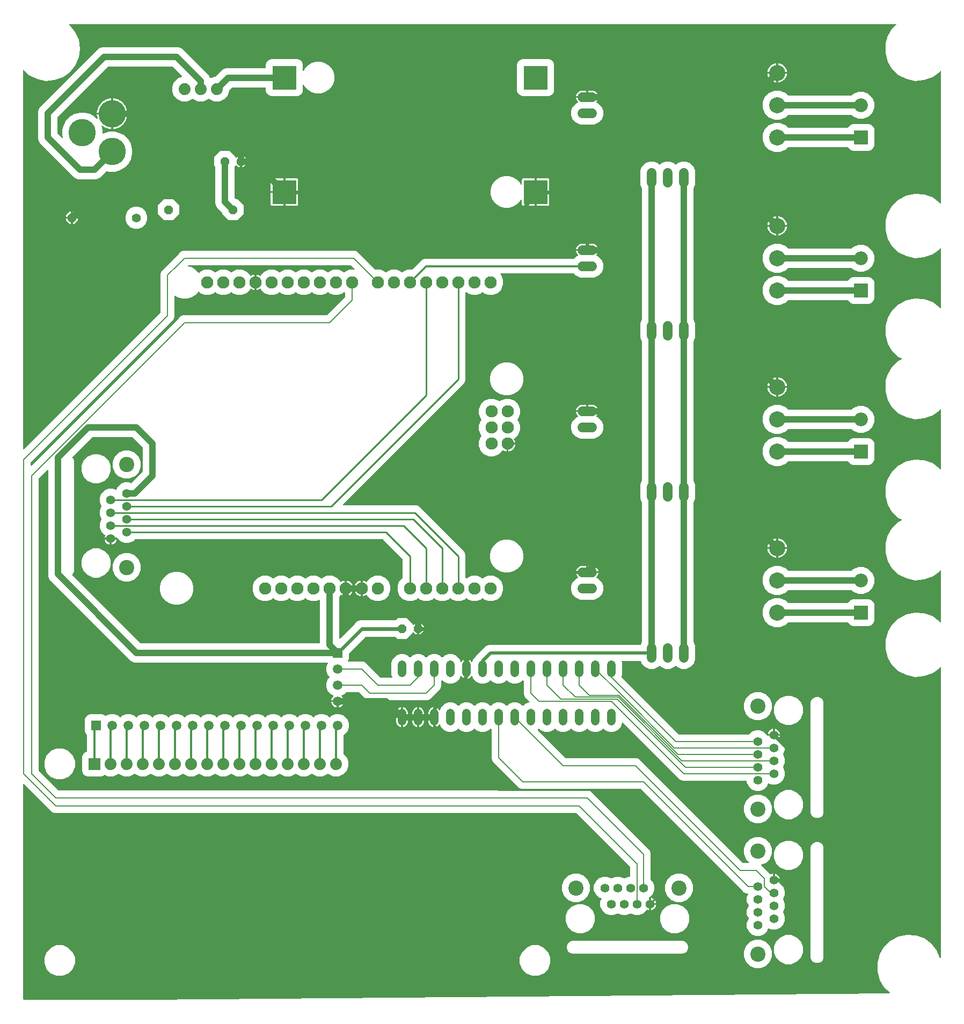
<source format=gbr>
G04 EAGLE Gerber RS-274X export*
G75*
%MOMM*%
%FSLAX34Y34*%
%LPD*%
%INBottom Copper*%
%IPPOS*%
%AMOC8*
5,1,8,0,0,1.08239X$1,22.5*%
G01*
%ADD10C,1.930400*%
%ADD11C,1.422400*%
%ADD12C,2.400000*%
%ADD13C,4.318000*%
%ADD14R,1.879600X1.879600*%
%ADD15C,1.879600*%
%ADD16C,1.524000*%
%ADD17C,2.540000*%
%ADD18R,3.810000X3.810000*%
%ADD19R,1.508000X1.508000*%
%ADD20C,1.508000*%
%ADD21R,2.184400X2.184400*%
%ADD22C,2.184400*%
%ADD23P,1.429621X8X202.500000*%
%ADD24P,1.429621X8X22.500000*%
%ADD25C,1.320800*%
%ADD26P,1.539592X8X202.500000*%
%ADD27C,0.254000*%
%ADD28C,0.203200*%
%ADD29C,0.304800*%
%ADD30C,1.016000*%
%ADD31C,0.508000*%
%ADD32C,0.609600*%
%ADD33C,0.152400*%

G36*
X434346Y164339D02*
X434346Y164339D01*
X434350Y164339D01*
X1607012Y174471D01*
X1607092Y174484D01*
X1607174Y174489D01*
X1607213Y174505D01*
X1607255Y174512D01*
X1607326Y174551D01*
X1607402Y174582D01*
X1607434Y174609D01*
X1607471Y174629D01*
X1607527Y174689D01*
X1607588Y174742D01*
X1607610Y174778D01*
X1607639Y174809D01*
X1607673Y174883D01*
X1607714Y174953D01*
X1607723Y174995D01*
X1607741Y175033D01*
X1607749Y175114D01*
X1607766Y175194D01*
X1607761Y175236D01*
X1607766Y175278D01*
X1607748Y175357D01*
X1607739Y175438D01*
X1607721Y175476D01*
X1607711Y175518D01*
X1607669Y175587D01*
X1607635Y175661D01*
X1607598Y175703D01*
X1607583Y175728D01*
X1607561Y175746D01*
X1607525Y175788D01*
X1598899Y183845D01*
X1591712Y195664D01*
X1587980Y208984D01*
X1587980Y222816D01*
X1588814Y225795D01*
X1590520Y231885D01*
X1591712Y236136D01*
X1598899Y247955D01*
X1609008Y257397D01*
X1621290Y263761D01*
X1634834Y266575D01*
X1648634Y265631D01*
X1661668Y260999D01*
X1672969Y253022D01*
X1681699Y242292D01*
X1686880Y230364D01*
X1686929Y230288D01*
X1686972Y230207D01*
X1686995Y230185D01*
X1687013Y230157D01*
X1687084Y230100D01*
X1687150Y230038D01*
X1687180Y230024D01*
X1687205Y230004D01*
X1687291Y229973D01*
X1687373Y229934D01*
X1687406Y229931D01*
X1687436Y229919D01*
X1687527Y229917D01*
X1687617Y229907D01*
X1687649Y229914D01*
X1687682Y229913D01*
X1687769Y229940D01*
X1687858Y229959D01*
X1687886Y229976D01*
X1687917Y229986D01*
X1687991Y230039D01*
X1688069Y230086D01*
X1688090Y230110D01*
X1688117Y230130D01*
X1688170Y230203D01*
X1688229Y230273D01*
X1688241Y230303D01*
X1688260Y230329D01*
X1688287Y230416D01*
X1688321Y230501D01*
X1688325Y230542D01*
X1688332Y230565D01*
X1688331Y230597D01*
X1688339Y230667D01*
X1688339Y687918D01*
X1688321Y688027D01*
X1688307Y688136D01*
X1688302Y688148D01*
X1688300Y688161D01*
X1688248Y688258D01*
X1688200Y688357D01*
X1688191Y688367D01*
X1688184Y688378D01*
X1688105Y688454D01*
X1688027Y688533D01*
X1688016Y688539D01*
X1688006Y688548D01*
X1687906Y688594D01*
X1687808Y688644D01*
X1687795Y688646D01*
X1687783Y688651D01*
X1687673Y688663D01*
X1687564Y688679D01*
X1687551Y688677D01*
X1687539Y688678D01*
X1687431Y688655D01*
X1687322Y688635D01*
X1687311Y688629D01*
X1687298Y688626D01*
X1687204Y688570D01*
X1687107Y688516D01*
X1687096Y688505D01*
X1687087Y688500D01*
X1687069Y688479D01*
X1686988Y688399D01*
X1685669Y686778D01*
X1674368Y678801D01*
X1661334Y674169D01*
X1647534Y673225D01*
X1633990Y676039D01*
X1621708Y682403D01*
X1611599Y691845D01*
X1604412Y703664D01*
X1600680Y716984D01*
X1600680Y730816D01*
X1600805Y731265D01*
X1602512Y737355D01*
X1604218Y743445D01*
X1604412Y744136D01*
X1611599Y755955D01*
X1621708Y765397D01*
X1633990Y771761D01*
X1647534Y774575D01*
X1661334Y773631D01*
X1674368Y768999D01*
X1685669Y761022D01*
X1686987Y759401D01*
X1687070Y759328D01*
X1687150Y759252D01*
X1687162Y759247D01*
X1687172Y759238D01*
X1687273Y759195D01*
X1687373Y759149D01*
X1687386Y759147D01*
X1687398Y759142D01*
X1687508Y759134D01*
X1687617Y759122D01*
X1687630Y759124D01*
X1687643Y759123D01*
X1687750Y759150D01*
X1687858Y759174D01*
X1687869Y759181D01*
X1687882Y759184D01*
X1687974Y759243D01*
X1688069Y759300D01*
X1688077Y759310D01*
X1688088Y759317D01*
X1688157Y759403D01*
X1688229Y759487D01*
X1688234Y759499D01*
X1688242Y759509D01*
X1688280Y759613D01*
X1688321Y759715D01*
X1688323Y759731D01*
X1688326Y759740D01*
X1688327Y759769D01*
X1688339Y759882D01*
X1688339Y840318D01*
X1688321Y840427D01*
X1688307Y840536D01*
X1688302Y840548D01*
X1688300Y840561D01*
X1688248Y840658D01*
X1688200Y840757D01*
X1688191Y840767D01*
X1688184Y840778D01*
X1688105Y840854D01*
X1688027Y840933D01*
X1688016Y840939D01*
X1688006Y840948D01*
X1687906Y840994D01*
X1687808Y841044D01*
X1687795Y841046D01*
X1687783Y841051D01*
X1687673Y841063D01*
X1687564Y841079D01*
X1687551Y841077D01*
X1687539Y841078D01*
X1687431Y841055D01*
X1687322Y841035D01*
X1687311Y841029D01*
X1687298Y841026D01*
X1687204Y840970D01*
X1687107Y840916D01*
X1687096Y840905D01*
X1687087Y840900D01*
X1687069Y840879D01*
X1686988Y840799D01*
X1685669Y839178D01*
X1674368Y831201D01*
X1661334Y826569D01*
X1647534Y825625D01*
X1633990Y828439D01*
X1621708Y834803D01*
X1611599Y844245D01*
X1604412Y856064D01*
X1600680Y869384D01*
X1600680Y883216D01*
X1601830Y887321D01*
X1603536Y893411D01*
X1604412Y896536D01*
X1611599Y908355D01*
X1621708Y917797D01*
X1626103Y920074D01*
X1626109Y920078D01*
X1626115Y920080D01*
X1626208Y920152D01*
X1626301Y920221D01*
X1626304Y920227D01*
X1626310Y920231D01*
X1626374Y920328D01*
X1626441Y920423D01*
X1626443Y920430D01*
X1626446Y920435D01*
X1626477Y920548D01*
X1626509Y920660D01*
X1626509Y920666D01*
X1626510Y920673D01*
X1626503Y920789D01*
X1626498Y920905D01*
X1626496Y920911D01*
X1626496Y920918D01*
X1626452Y921027D01*
X1626410Y921135D01*
X1626406Y921140D01*
X1626403Y921146D01*
X1626327Y921234D01*
X1626253Y921324D01*
X1626247Y921328D01*
X1626243Y921333D01*
X1626103Y921426D01*
X1621708Y923703D01*
X1611599Y933145D01*
X1604412Y944964D01*
X1600680Y958284D01*
X1600680Y972116D01*
X1601023Y973342D01*
X1601023Y973343D01*
X1602089Y977149D01*
X1602090Y977149D01*
X1603796Y983239D01*
X1604412Y985436D01*
X1611599Y997255D01*
X1621708Y1006697D01*
X1633990Y1013061D01*
X1647534Y1015875D01*
X1661334Y1014931D01*
X1674368Y1010299D01*
X1685669Y1002322D01*
X1686987Y1000701D01*
X1687070Y1000628D01*
X1687150Y1000552D01*
X1687162Y1000547D01*
X1687172Y1000538D01*
X1687273Y1000495D01*
X1687373Y1000449D01*
X1687386Y1000447D01*
X1687398Y1000442D01*
X1687508Y1000434D01*
X1687617Y1000422D01*
X1687630Y1000424D01*
X1687643Y1000423D01*
X1687750Y1000450D01*
X1687858Y1000474D01*
X1687869Y1000481D01*
X1687882Y1000484D01*
X1687974Y1000543D01*
X1688069Y1000600D01*
X1688077Y1000610D01*
X1688088Y1000617D01*
X1688157Y1000703D01*
X1688229Y1000787D01*
X1688234Y1000799D01*
X1688242Y1000809D01*
X1688280Y1000913D01*
X1688321Y1001015D01*
X1688323Y1001031D01*
X1688326Y1001040D01*
X1688327Y1001069D01*
X1688339Y1001182D01*
X1688339Y1094318D01*
X1688321Y1094427D01*
X1688307Y1094536D01*
X1688302Y1094548D01*
X1688300Y1094561D01*
X1688248Y1094658D01*
X1688200Y1094757D01*
X1688191Y1094767D01*
X1688184Y1094778D01*
X1688105Y1094854D01*
X1688027Y1094933D01*
X1688016Y1094939D01*
X1688006Y1094948D01*
X1687906Y1094994D01*
X1687808Y1095044D01*
X1687795Y1095046D01*
X1687783Y1095051D01*
X1687673Y1095063D01*
X1687564Y1095079D01*
X1687551Y1095077D01*
X1687539Y1095078D01*
X1687431Y1095055D01*
X1687322Y1095035D01*
X1687311Y1095029D01*
X1687298Y1095026D01*
X1687203Y1094969D01*
X1687107Y1094916D01*
X1687096Y1094905D01*
X1687087Y1094900D01*
X1687069Y1094879D01*
X1686988Y1094799D01*
X1685669Y1093178D01*
X1674368Y1085201D01*
X1661334Y1080569D01*
X1647534Y1079625D01*
X1633990Y1082439D01*
X1621708Y1088803D01*
X1611599Y1098245D01*
X1604412Y1110064D01*
X1600680Y1123384D01*
X1600680Y1137216D01*
X1601475Y1140056D01*
X1603182Y1146146D01*
X1604412Y1150536D01*
X1611599Y1162355D01*
X1621708Y1171797D01*
X1626103Y1174074D01*
X1626109Y1174078D01*
X1626115Y1174080D01*
X1626208Y1174152D01*
X1626301Y1174221D01*
X1626304Y1174227D01*
X1626310Y1174231D01*
X1626375Y1174328D01*
X1626441Y1174423D01*
X1626443Y1174430D01*
X1626446Y1174435D01*
X1626477Y1174548D01*
X1626509Y1174660D01*
X1626509Y1174666D01*
X1626510Y1174673D01*
X1626503Y1174789D01*
X1626498Y1174905D01*
X1626496Y1174912D01*
X1626496Y1174918D01*
X1626452Y1175027D01*
X1626410Y1175135D01*
X1626406Y1175140D01*
X1626403Y1175146D01*
X1626327Y1175235D01*
X1626253Y1175324D01*
X1626247Y1175328D01*
X1626243Y1175333D01*
X1626103Y1175426D01*
X1621708Y1177703D01*
X1611599Y1187145D01*
X1604412Y1198964D01*
X1600680Y1212284D01*
X1600680Y1226116D01*
X1601735Y1229884D01*
X1603441Y1235974D01*
X1604412Y1239436D01*
X1611599Y1251255D01*
X1621708Y1260697D01*
X1633990Y1267061D01*
X1647534Y1269875D01*
X1661334Y1268931D01*
X1674368Y1264299D01*
X1685669Y1256322D01*
X1686988Y1254701D01*
X1687070Y1254628D01*
X1687150Y1254552D01*
X1687162Y1254547D01*
X1687172Y1254538D01*
X1687273Y1254495D01*
X1687373Y1254449D01*
X1687386Y1254447D01*
X1687398Y1254442D01*
X1687508Y1254434D01*
X1687617Y1254422D01*
X1687630Y1254424D01*
X1687643Y1254423D01*
X1687750Y1254450D01*
X1687858Y1254474D01*
X1687869Y1254481D01*
X1687882Y1254484D01*
X1687974Y1254544D01*
X1688069Y1254600D01*
X1688077Y1254610D01*
X1688088Y1254617D01*
X1688157Y1254703D01*
X1688229Y1254787D01*
X1688234Y1254799D01*
X1688242Y1254809D01*
X1688280Y1254913D01*
X1688321Y1255015D01*
X1688323Y1255031D01*
X1688326Y1255040D01*
X1688327Y1255069D01*
X1688339Y1255182D01*
X1688339Y1348318D01*
X1688321Y1348427D01*
X1688307Y1348536D01*
X1688302Y1348548D01*
X1688300Y1348561D01*
X1688248Y1348658D01*
X1688200Y1348757D01*
X1688191Y1348767D01*
X1688184Y1348778D01*
X1688105Y1348854D01*
X1688027Y1348933D01*
X1688016Y1348939D01*
X1688006Y1348948D01*
X1687906Y1348994D01*
X1687808Y1349044D01*
X1687795Y1349046D01*
X1687783Y1349051D01*
X1687673Y1349063D01*
X1687564Y1349079D01*
X1687551Y1349077D01*
X1687539Y1349078D01*
X1687431Y1349055D01*
X1687322Y1349035D01*
X1687311Y1349029D01*
X1687298Y1349026D01*
X1687204Y1348970D01*
X1687107Y1348916D01*
X1687096Y1348905D01*
X1687087Y1348900D01*
X1687069Y1348879D01*
X1686988Y1348799D01*
X1685669Y1347178D01*
X1674368Y1339201D01*
X1661334Y1334569D01*
X1647534Y1333625D01*
X1633990Y1336439D01*
X1621708Y1342803D01*
X1611599Y1352245D01*
X1604412Y1364064D01*
X1600680Y1377384D01*
X1600680Y1391216D01*
X1601121Y1392791D01*
X1602827Y1398881D01*
X1604412Y1404536D01*
X1611599Y1416355D01*
X1621708Y1425797D01*
X1633990Y1432161D01*
X1647534Y1434975D01*
X1661334Y1434031D01*
X1674368Y1429399D01*
X1685669Y1421422D01*
X1686988Y1419801D01*
X1687070Y1419728D01*
X1687150Y1419652D01*
X1687162Y1419647D01*
X1687172Y1419638D01*
X1687273Y1419595D01*
X1687373Y1419549D01*
X1687386Y1419547D01*
X1687398Y1419542D01*
X1687508Y1419534D01*
X1687617Y1419522D01*
X1687630Y1419524D01*
X1687643Y1419523D01*
X1687750Y1419550D01*
X1687858Y1419574D01*
X1687869Y1419581D01*
X1687882Y1419584D01*
X1687974Y1419644D01*
X1688069Y1419700D01*
X1688077Y1419710D01*
X1688088Y1419717D01*
X1688157Y1419803D01*
X1688229Y1419887D01*
X1688234Y1419899D01*
X1688242Y1419909D01*
X1688280Y1420013D01*
X1688321Y1420115D01*
X1688323Y1420131D01*
X1688326Y1420140D01*
X1688327Y1420169D01*
X1688339Y1420282D01*
X1688339Y1627718D01*
X1688321Y1627827D01*
X1688307Y1627936D01*
X1688302Y1627948D01*
X1688300Y1627961D01*
X1688248Y1628058D01*
X1688200Y1628157D01*
X1688191Y1628167D01*
X1688184Y1628178D01*
X1688105Y1628254D01*
X1688027Y1628333D01*
X1688016Y1628339D01*
X1688006Y1628348D01*
X1687906Y1628394D01*
X1687808Y1628444D01*
X1687795Y1628446D01*
X1687783Y1628451D01*
X1687673Y1628463D01*
X1687564Y1628479D01*
X1687551Y1628477D01*
X1687539Y1628478D01*
X1687431Y1628455D01*
X1687322Y1628435D01*
X1687311Y1628429D01*
X1687298Y1628426D01*
X1687204Y1628370D01*
X1687107Y1628316D01*
X1687096Y1628305D01*
X1687087Y1628300D01*
X1687069Y1628279D01*
X1686988Y1628199D01*
X1685669Y1626578D01*
X1674368Y1618601D01*
X1661334Y1613969D01*
X1647534Y1613025D01*
X1633990Y1615839D01*
X1621708Y1622203D01*
X1611599Y1631645D01*
X1604412Y1643464D01*
X1600680Y1656784D01*
X1600680Y1670616D01*
X1600902Y1671409D01*
X1601968Y1675215D01*
X1603674Y1681305D01*
X1604412Y1683936D01*
X1611599Y1695755D01*
X1617476Y1701244D01*
X1617527Y1701311D01*
X1617585Y1701372D01*
X1617602Y1701407D01*
X1617626Y1701438D01*
X1617653Y1701518D01*
X1617689Y1701595D01*
X1617693Y1701634D01*
X1617706Y1701671D01*
X1617707Y1701756D01*
X1617716Y1701839D01*
X1617708Y1701878D01*
X1617708Y1701917D01*
X1617682Y1701997D01*
X1617664Y1702080D01*
X1617644Y1702113D01*
X1617632Y1702151D01*
X1617581Y1702218D01*
X1617538Y1702291D01*
X1617508Y1702316D01*
X1617485Y1702348D01*
X1617415Y1702396D01*
X1617351Y1702451D01*
X1617314Y1702466D01*
X1617282Y1702488D01*
X1617201Y1702511D01*
X1617123Y1702543D01*
X1617072Y1702548D01*
X1617046Y1702556D01*
X1617016Y1702555D01*
X1616956Y1702561D01*
X314004Y1702561D01*
X313990Y1702559D01*
X313977Y1702561D01*
X313869Y1702539D01*
X313761Y1702522D01*
X313749Y1702515D01*
X313736Y1702513D01*
X313640Y1702458D01*
X313543Y1702406D01*
X313534Y1702397D01*
X313523Y1702390D01*
X313449Y1702308D01*
X313374Y1702228D01*
X313368Y1702216D01*
X313360Y1702206D01*
X313317Y1702105D01*
X313270Y1702005D01*
X313269Y1701992D01*
X313264Y1701980D01*
X313255Y1701870D01*
X313243Y1701761D01*
X313246Y1701748D01*
X313245Y1701734D01*
X313272Y1701628D01*
X313296Y1701520D01*
X313302Y1701509D01*
X313306Y1701496D01*
X313365Y1701404D01*
X313422Y1701309D01*
X313432Y1701300D01*
X313439Y1701289D01*
X313565Y1701178D01*
X314069Y1700822D01*
X322799Y1690092D01*
X328310Y1677404D01*
X330194Y1663700D01*
X328310Y1649996D01*
X322799Y1637308D01*
X314069Y1626578D01*
X302768Y1618601D01*
X289734Y1613969D01*
X275934Y1613025D01*
X262390Y1615839D01*
X250108Y1622203D01*
X241820Y1629944D01*
X241771Y1629977D01*
X241728Y1630018D01*
X241669Y1630045D01*
X241615Y1630081D01*
X241558Y1630096D01*
X241505Y1630121D01*
X241440Y1630128D01*
X241378Y1630145D01*
X241319Y1630142D01*
X241261Y1630148D01*
X241197Y1630134D01*
X241132Y1630131D01*
X241078Y1630108D01*
X241020Y1630096D01*
X240964Y1630063D01*
X240904Y1630038D01*
X240860Y1630000D01*
X240809Y1629970D01*
X240767Y1629920D01*
X240717Y1629878D01*
X240687Y1629828D01*
X240649Y1629783D01*
X240625Y1629722D01*
X240592Y1629667D01*
X240579Y1629609D01*
X240557Y1629555D01*
X240546Y1629457D01*
X240540Y1629426D01*
X240541Y1629412D01*
X240539Y1629388D01*
X240539Y1032883D01*
X240550Y1032812D01*
X240552Y1032740D01*
X240570Y1032691D01*
X240579Y1032640D01*
X240612Y1032577D01*
X240637Y1032509D01*
X240669Y1032469D01*
X240694Y1032423D01*
X240746Y1032373D01*
X240790Y1032317D01*
X240834Y1032289D01*
X240872Y1032253D01*
X240937Y1032223D01*
X240997Y1032184D01*
X241048Y1032172D01*
X241095Y1032150D01*
X241166Y1032142D01*
X241236Y1032124D01*
X241288Y1032128D01*
X241339Y1032123D01*
X241410Y1032138D01*
X241481Y1032143D01*
X241529Y1032164D01*
X241580Y1032175D01*
X241641Y1032212D01*
X241707Y1032240D01*
X241763Y1032285D01*
X241791Y1032301D01*
X241806Y1032319D01*
X241838Y1032345D01*
X456849Y1247356D01*
X456902Y1247430D01*
X456962Y1247499D01*
X456974Y1247529D01*
X456993Y1247555D01*
X457020Y1247642D01*
X457054Y1247727D01*
X457058Y1247768D01*
X457065Y1247790D01*
X457064Y1247823D01*
X457072Y1247894D01*
X457072Y1308828D01*
X458774Y1312936D01*
X477764Y1331926D01*
X477890Y1331978D01*
X477946Y1332013D01*
X478006Y1332039D01*
X478071Y1332091D01*
X478099Y1332108D01*
X478112Y1332123D01*
X478137Y1332144D01*
X485718Y1339724D01*
X488969Y1342975D01*
X493077Y1344677D01*
X764223Y1344677D01*
X768331Y1342975D01*
X795871Y1315436D01*
X795945Y1315383D01*
X796014Y1315323D01*
X796044Y1315311D01*
X796070Y1315292D01*
X796157Y1315265D01*
X796242Y1315231D01*
X796283Y1315227D01*
X796305Y1315220D01*
X796338Y1315221D01*
X796409Y1315213D01*
X804041Y1315213D01*
X811323Y1312196D01*
X812262Y1311258D01*
X812278Y1311246D01*
X812290Y1311231D01*
X812378Y1311174D01*
X812461Y1311114D01*
X812480Y1311108D01*
X812497Y1311098D01*
X812598Y1311072D01*
X812697Y1311042D01*
X812716Y1311042D01*
X812736Y1311037D01*
X812839Y1311046D01*
X812942Y1311048D01*
X812961Y1311055D01*
X812981Y1311057D01*
X813076Y1311097D01*
X813173Y1311133D01*
X813189Y1311145D01*
X813207Y1311153D01*
X813338Y1311258D01*
X814277Y1312196D01*
X821559Y1315213D01*
X829441Y1315213D01*
X836723Y1312196D01*
X837662Y1311258D01*
X837678Y1311246D01*
X837690Y1311231D01*
X837778Y1311174D01*
X837861Y1311114D01*
X837880Y1311108D01*
X837897Y1311098D01*
X837998Y1311072D01*
X838097Y1311042D01*
X838116Y1311042D01*
X838136Y1311037D01*
X838239Y1311046D01*
X838342Y1311048D01*
X838361Y1311055D01*
X838381Y1311057D01*
X838476Y1311097D01*
X838573Y1311133D01*
X838589Y1311145D01*
X838607Y1311153D01*
X838738Y1311258D01*
X839677Y1312196D01*
X846959Y1315213D01*
X853873Y1315213D01*
X853963Y1315227D01*
X854054Y1315235D01*
X854084Y1315247D01*
X854115Y1315252D01*
X854196Y1315295D01*
X854280Y1315331D01*
X854312Y1315357D01*
X854333Y1315368D01*
X854355Y1315391D01*
X854411Y1315436D01*
X866287Y1327312D01*
X869681Y1330706D01*
X873976Y1332485D01*
X1108904Y1332485D01*
X1108994Y1332499D01*
X1109085Y1332507D01*
X1109114Y1332519D01*
X1109146Y1332524D01*
X1109227Y1332567D01*
X1109311Y1332603D01*
X1109343Y1332629D01*
X1109364Y1332640D01*
X1109386Y1332663D01*
X1109442Y1332708D01*
X1112608Y1335874D01*
X1115818Y1337204D01*
X1115857Y1337228D01*
X1115901Y1337243D01*
X1115961Y1337292D01*
X1116027Y1337333D01*
X1116057Y1337369D01*
X1116093Y1337397D01*
X1116135Y1337463D01*
X1116184Y1337523D01*
X1116201Y1337565D01*
X1116226Y1337604D01*
X1116245Y1337680D01*
X1116272Y1337752D01*
X1116274Y1337798D01*
X1116286Y1337843D01*
X1116280Y1337920D01*
X1116283Y1337998D01*
X1116270Y1338042D01*
X1116267Y1338088D01*
X1116236Y1338159D01*
X1116214Y1338234D01*
X1116188Y1338272D01*
X1116170Y1338314D01*
X1116085Y1338421D01*
X1116074Y1338436D01*
X1116070Y1338439D01*
X1116065Y1338445D01*
X1114930Y1339581D01*
X1113990Y1340875D01*
X1113264Y1342300D01*
X1112769Y1343821D01*
X1112634Y1344677D01*
X1129538Y1344677D01*
X1129558Y1344680D01*
X1129577Y1344678D01*
X1129679Y1344700D01*
X1129781Y1344717D01*
X1129798Y1344726D01*
X1129818Y1344730D01*
X1129907Y1344783D01*
X1129998Y1344832D01*
X1130012Y1344846D01*
X1130029Y1344856D01*
X1130096Y1344935D01*
X1130167Y1345010D01*
X1130176Y1345028D01*
X1130189Y1345043D01*
X1130227Y1345139D01*
X1130271Y1345233D01*
X1130273Y1345253D01*
X1130281Y1345271D01*
X1130299Y1345438D01*
X1130299Y1346201D01*
X1130301Y1346201D01*
X1130301Y1345438D01*
X1130304Y1345418D01*
X1130302Y1345399D01*
X1130324Y1345297D01*
X1130341Y1345195D01*
X1130350Y1345178D01*
X1130354Y1345158D01*
X1130407Y1345069D01*
X1130456Y1344978D01*
X1130470Y1344964D01*
X1130480Y1344947D01*
X1130559Y1344880D01*
X1130634Y1344809D01*
X1130652Y1344800D01*
X1130667Y1344787D01*
X1130763Y1344748D01*
X1130857Y1344705D01*
X1130877Y1344703D01*
X1130895Y1344695D01*
X1131062Y1344677D01*
X1147966Y1344677D01*
X1147831Y1343821D01*
X1147336Y1342300D01*
X1146610Y1340875D01*
X1145670Y1339581D01*
X1144535Y1338445D01*
X1144508Y1338408D01*
X1144474Y1338377D01*
X1144436Y1338308D01*
X1144391Y1338245D01*
X1144378Y1338202D01*
X1144355Y1338161D01*
X1144342Y1338085D01*
X1144319Y1338010D01*
X1144320Y1337964D01*
X1144312Y1337919D01*
X1144323Y1337842D01*
X1144325Y1337764D01*
X1144341Y1337721D01*
X1144348Y1337676D01*
X1144383Y1337607D01*
X1144410Y1337533D01*
X1144438Y1337498D01*
X1144459Y1337457D01*
X1144515Y1337402D01*
X1144563Y1337341D01*
X1144602Y1337317D01*
X1144635Y1337284D01*
X1144754Y1337218D01*
X1144770Y1337208D01*
X1144775Y1337207D01*
X1144782Y1337204D01*
X1147992Y1335874D01*
X1152994Y1330872D01*
X1155701Y1324337D01*
X1155701Y1317263D01*
X1152994Y1310728D01*
X1147992Y1305726D01*
X1141457Y1303019D01*
X1119143Y1303019D01*
X1112608Y1305726D01*
X1109442Y1308892D01*
X1109368Y1308945D01*
X1109299Y1309005D01*
X1109268Y1309017D01*
X1109242Y1309036D01*
X1109155Y1309063D01*
X1109070Y1309097D01*
X1109029Y1309101D01*
X1109007Y1309108D01*
X1108975Y1309107D01*
X1108904Y1309115D01*
X994042Y1309115D01*
X993971Y1309104D01*
X993900Y1309102D01*
X993851Y1309084D01*
X993799Y1309076D01*
X993736Y1309042D01*
X993669Y1309017D01*
X993628Y1308985D01*
X993582Y1308960D01*
X993533Y1308908D01*
X993477Y1308864D01*
X993448Y1308820D01*
X993412Y1308782D01*
X993382Y1308717D01*
X993344Y1308657D01*
X993331Y1308606D01*
X993309Y1308559D01*
X993301Y1308488D01*
X993283Y1308418D01*
X993288Y1308366D01*
X993282Y1308315D01*
X993297Y1308244D01*
X993303Y1308173D01*
X993323Y1308125D01*
X993334Y1308074D01*
X993371Y1308013D01*
X993399Y1307947D01*
X993444Y1307891D01*
X993460Y1307863D01*
X993478Y1307848D01*
X993504Y1307816D01*
X994696Y1306623D01*
X997713Y1299341D01*
X997713Y1291459D01*
X994696Y1284177D01*
X989123Y1278604D01*
X981841Y1275587D01*
X973959Y1275587D01*
X966677Y1278604D01*
X965738Y1279542D01*
X965722Y1279554D01*
X965710Y1279569D01*
X965622Y1279626D01*
X965539Y1279686D01*
X965520Y1279692D01*
X965503Y1279702D01*
X965402Y1279728D01*
X965303Y1279758D01*
X965284Y1279758D01*
X965264Y1279763D01*
X965161Y1279754D01*
X965058Y1279752D01*
X965039Y1279745D01*
X965019Y1279743D01*
X964924Y1279703D01*
X964827Y1279667D01*
X964811Y1279655D01*
X964793Y1279647D01*
X964662Y1279542D01*
X963723Y1278604D01*
X956441Y1275587D01*
X948559Y1275587D01*
X941277Y1278604D01*
X940338Y1279542D01*
X940322Y1279554D01*
X940310Y1279569D01*
X940222Y1279626D01*
X940139Y1279686D01*
X940120Y1279692D01*
X940103Y1279702D01*
X940002Y1279728D01*
X939903Y1279758D01*
X939884Y1279758D01*
X939864Y1279763D01*
X939761Y1279754D01*
X939658Y1279752D01*
X939639Y1279745D01*
X939619Y1279743D01*
X939524Y1279703D01*
X939427Y1279667D01*
X939411Y1279655D01*
X939393Y1279647D01*
X939262Y1279542D01*
X938754Y1279034D01*
X938701Y1278960D01*
X938641Y1278891D01*
X938629Y1278861D01*
X938610Y1278834D01*
X938583Y1278748D01*
X938549Y1278663D01*
X938545Y1278622D01*
X938538Y1278599D01*
X938539Y1278567D01*
X938531Y1278496D01*
X938531Y1140726D01*
X936790Y1136525D01*
X933468Y1133202D01*
X745196Y944930D01*
X745154Y944872D01*
X745105Y944820D01*
X745083Y944773D01*
X745052Y944731D01*
X745031Y944662D01*
X745001Y944597D01*
X744995Y944545D01*
X744980Y944495D01*
X744982Y944424D01*
X744974Y944353D01*
X744985Y944302D01*
X744986Y944250D01*
X745011Y944182D01*
X745026Y944112D01*
X745053Y944068D01*
X745071Y944019D01*
X745116Y943963D01*
X745152Y943901D01*
X745192Y943867D01*
X745224Y943827D01*
X745285Y943788D01*
X745339Y943741D01*
X745387Y943722D01*
X745431Y943694D01*
X745501Y943676D01*
X745567Y943649D01*
X745639Y943641D01*
X745670Y943633D01*
X745693Y943635D01*
X745734Y943631D01*
X860774Y943631D01*
X864975Y941890D01*
X936790Y870075D01*
X938531Y865874D01*
X938531Y829704D01*
X938545Y829614D01*
X938553Y829523D01*
X938565Y829493D01*
X938570Y829461D01*
X938613Y829381D01*
X938649Y829297D01*
X938675Y829265D01*
X938686Y829244D01*
X938709Y829222D01*
X938754Y829166D01*
X939262Y828658D01*
X939278Y828646D01*
X939290Y828631D01*
X939377Y828575D01*
X939461Y828514D01*
X939480Y828508D01*
X939497Y828498D01*
X939598Y828472D01*
X939696Y828442D01*
X939716Y828442D01*
X939736Y828437D01*
X939839Y828446D01*
X939942Y828448D01*
X939961Y828455D01*
X939981Y828457D01*
X940076Y828497D01*
X940173Y828533D01*
X940189Y828545D01*
X940207Y828553D01*
X940338Y828658D01*
X941277Y829596D01*
X948559Y832613D01*
X956441Y832613D01*
X963723Y829596D01*
X964662Y828658D01*
X964678Y828646D01*
X964690Y828631D01*
X964778Y828574D01*
X964861Y828514D01*
X964880Y828508D01*
X964897Y828498D01*
X964998Y828472D01*
X965097Y828442D01*
X965116Y828442D01*
X965136Y828437D01*
X965239Y828446D01*
X965342Y828448D01*
X965361Y828455D01*
X965381Y828457D01*
X965476Y828497D01*
X965573Y828533D01*
X965589Y828545D01*
X965607Y828553D01*
X965738Y828658D01*
X966677Y829596D01*
X973959Y832613D01*
X981841Y832613D01*
X989123Y829596D01*
X994696Y824023D01*
X997713Y816741D01*
X997713Y808859D01*
X994696Y801577D01*
X989123Y796004D01*
X981841Y792987D01*
X973959Y792987D01*
X966677Y796004D01*
X965738Y796942D01*
X965722Y796954D01*
X965710Y796969D01*
X965622Y797026D01*
X965539Y797086D01*
X965520Y797092D01*
X965503Y797102D01*
X965402Y797128D01*
X965303Y797158D01*
X965284Y797158D01*
X965264Y797163D01*
X965161Y797154D01*
X965058Y797152D01*
X965039Y797145D01*
X965019Y797143D01*
X964924Y797103D01*
X964827Y797067D01*
X964811Y797055D01*
X964793Y797047D01*
X964662Y796942D01*
X963723Y796004D01*
X956441Y792987D01*
X948559Y792987D01*
X941277Y796004D01*
X940338Y796942D01*
X940322Y796954D01*
X940310Y796969D01*
X940222Y797026D01*
X940139Y797086D01*
X940120Y797092D01*
X940103Y797102D01*
X940002Y797128D01*
X939903Y797158D01*
X939884Y797158D01*
X939864Y797163D01*
X939761Y797154D01*
X939658Y797152D01*
X939639Y797145D01*
X939619Y797143D01*
X939524Y797103D01*
X939427Y797067D01*
X939411Y797055D01*
X939393Y797047D01*
X939262Y796942D01*
X938323Y796004D01*
X931041Y792987D01*
X923159Y792987D01*
X915877Y796004D01*
X914938Y796942D01*
X914922Y796954D01*
X914910Y796969D01*
X914822Y797026D01*
X914739Y797086D01*
X914720Y797092D01*
X914703Y797102D01*
X914602Y797128D01*
X914503Y797158D01*
X914484Y797158D01*
X914464Y797163D01*
X914361Y797154D01*
X914258Y797152D01*
X914239Y797145D01*
X914219Y797143D01*
X914124Y797103D01*
X914027Y797067D01*
X914011Y797055D01*
X913993Y797047D01*
X913862Y796942D01*
X912923Y796004D01*
X905641Y792987D01*
X897759Y792987D01*
X890477Y796004D01*
X889538Y796942D01*
X889522Y796954D01*
X889510Y796969D01*
X889422Y797026D01*
X889339Y797086D01*
X889320Y797092D01*
X889303Y797102D01*
X889202Y797128D01*
X889103Y797158D01*
X889084Y797158D01*
X889064Y797163D01*
X888961Y797154D01*
X888858Y797152D01*
X888839Y797145D01*
X888819Y797143D01*
X888724Y797103D01*
X888627Y797067D01*
X888611Y797055D01*
X888593Y797047D01*
X888462Y796942D01*
X887523Y796004D01*
X880241Y792987D01*
X872359Y792987D01*
X865077Y796004D01*
X864138Y796942D01*
X864122Y796954D01*
X864110Y796969D01*
X864022Y797026D01*
X863939Y797086D01*
X863920Y797092D01*
X863903Y797102D01*
X863802Y797128D01*
X863703Y797158D01*
X863684Y797158D01*
X863664Y797163D01*
X863561Y797154D01*
X863458Y797152D01*
X863439Y797145D01*
X863419Y797143D01*
X863324Y797103D01*
X863227Y797067D01*
X863211Y797055D01*
X863193Y797047D01*
X863062Y796942D01*
X862123Y796004D01*
X854841Y792987D01*
X846959Y792987D01*
X839677Y796004D01*
X834104Y801577D01*
X831087Y808859D01*
X831087Y816741D01*
X834104Y824023D01*
X839246Y829166D01*
X839293Y829231D01*
X839305Y829243D01*
X839307Y829249D01*
X839359Y829309D01*
X839371Y829339D01*
X839390Y829366D01*
X839417Y829452D01*
X839451Y829537D01*
X839455Y829578D01*
X839462Y829601D01*
X839461Y829633D01*
X839469Y829704D01*
X839469Y858550D01*
X839455Y858640D01*
X839447Y858731D01*
X839435Y858761D01*
X839430Y858793D01*
X839387Y858873D01*
X839351Y858957D01*
X839325Y858989D01*
X839314Y859010D01*
X839291Y859032D01*
X839246Y859088D01*
X808388Y889946D01*
X808314Y889999D01*
X808245Y890059D01*
X808215Y890071D01*
X808188Y890090D01*
X808102Y890117D01*
X808017Y890151D01*
X807976Y890155D01*
X807953Y890162D01*
X807921Y890161D01*
X807850Y890169D01*
X417312Y890169D01*
X417222Y890155D01*
X417131Y890147D01*
X417101Y890135D01*
X417069Y890130D01*
X416989Y890087D01*
X416905Y890051D01*
X416873Y890025D01*
X416852Y890014D01*
X416830Y889991D01*
X416774Y889946D01*
X413784Y886957D01*
X407436Y884327D01*
X400564Y884327D01*
X394216Y886957D01*
X389357Y891816D01*
X389093Y892453D01*
X389031Y892553D01*
X388971Y892653D01*
X388967Y892657D01*
X388963Y892662D01*
X388873Y892737D01*
X388784Y892813D01*
X388779Y892815D01*
X388774Y892819D01*
X388665Y892861D01*
X388556Y892905D01*
X388549Y892906D01*
X388544Y892907D01*
X388526Y892908D01*
X388390Y892923D01*
X379362Y892923D01*
X379342Y892920D01*
X379323Y892922D01*
X379221Y892900D01*
X379119Y892883D01*
X379102Y892874D01*
X379082Y892870D01*
X378993Y892817D01*
X378902Y892768D01*
X378888Y892754D01*
X378871Y892744D01*
X378804Y892665D01*
X378733Y892590D01*
X378724Y892572D01*
X378711Y892557D01*
X378673Y892461D01*
X378629Y892367D01*
X378627Y892347D01*
X378619Y892329D01*
X378601Y892162D01*
X378601Y891399D01*
X378599Y891399D01*
X378599Y892162D01*
X378596Y892182D01*
X378598Y892201D01*
X378576Y892303D01*
X378559Y892405D01*
X378550Y892422D01*
X378546Y892442D01*
X378493Y892531D01*
X378444Y892622D01*
X378430Y892636D01*
X378420Y892653D01*
X378341Y892720D01*
X378266Y892791D01*
X378248Y892800D01*
X378233Y892813D01*
X378137Y892852D01*
X378043Y892895D01*
X378023Y892897D01*
X378005Y892905D01*
X377838Y892923D01*
X369068Y892923D01*
X369185Y893660D01*
X369654Y895105D01*
X369998Y895779D01*
X370013Y895826D01*
X370037Y895870D01*
X370050Y895943D01*
X370072Y896013D01*
X370072Y896063D01*
X370080Y896112D01*
X370070Y896185D01*
X370069Y896259D01*
X370052Y896306D01*
X370045Y896355D01*
X370011Y896421D01*
X369987Y896491D01*
X369956Y896530D01*
X369933Y896575D01*
X369880Y896626D01*
X369835Y896684D01*
X369793Y896712D01*
X369758Y896747D01*
X369650Y896806D01*
X369629Y896820D01*
X369621Y896822D01*
X369611Y896828D01*
X368816Y897157D01*
X363957Y902016D01*
X361327Y908364D01*
X361327Y915236D01*
X364008Y921709D01*
X364029Y921797D01*
X364058Y921884D01*
X364057Y921917D01*
X364065Y921948D01*
X364056Y922039D01*
X364055Y922130D01*
X364044Y922170D01*
X364041Y922193D01*
X364028Y922222D01*
X364008Y922291D01*
X361327Y928764D01*
X361327Y935636D01*
X364008Y942109D01*
X364029Y942197D01*
X364058Y942284D01*
X364057Y942317D01*
X364065Y942348D01*
X364056Y942439D01*
X364055Y942530D01*
X364044Y942570D01*
X364042Y942593D01*
X364028Y942622D01*
X364008Y942691D01*
X361327Y949164D01*
X361327Y956036D01*
X363957Y962384D01*
X368816Y967243D01*
X375164Y969873D01*
X382036Y969873D01*
X386623Y967973D01*
X386642Y967968D01*
X386660Y967959D01*
X386762Y967940D01*
X386862Y967917D01*
X386882Y967918D01*
X386902Y967915D01*
X387004Y967930D01*
X387107Y967940D01*
X387125Y967948D01*
X387145Y967951D01*
X387237Y967998D01*
X387332Y968040D01*
X387346Y968053D01*
X387364Y968062D01*
X387437Y968136D01*
X387513Y968206D01*
X387523Y968224D01*
X387537Y968238D01*
X387617Y968385D01*
X389357Y972584D01*
X394216Y977443D01*
X400564Y980073D01*
X407436Y980073D01*
X410490Y978808D01*
X410603Y978781D01*
X410717Y978753D01*
X410723Y978753D01*
X410729Y978752D01*
X410846Y978763D01*
X410962Y978772D01*
X410968Y978774D01*
X410974Y978775D01*
X411081Y978823D01*
X411188Y978868D01*
X411194Y978873D01*
X411199Y978875D01*
X411212Y978887D01*
X411319Y978973D01*
X429036Y996690D01*
X429089Y996764D01*
X429149Y996833D01*
X429161Y996864D01*
X429180Y996890D01*
X429207Y996977D01*
X429241Y997062D01*
X429245Y997102D01*
X429252Y997125D01*
X429251Y997157D01*
X429259Y997228D01*
X429259Y1034772D01*
X429245Y1034862D01*
X429237Y1034953D01*
X429225Y1034983D01*
X429220Y1035015D01*
X429177Y1035095D01*
X429141Y1035179D01*
X429115Y1035211D01*
X429104Y1035232D01*
X429081Y1035254D01*
X429036Y1035310D01*
X413010Y1051336D01*
X412936Y1051389D01*
X412867Y1051449D01*
X412836Y1051461D01*
X412810Y1051480D01*
X412723Y1051507D01*
X412638Y1051541D01*
X412598Y1051545D01*
X412575Y1051552D01*
X412543Y1051551D01*
X412472Y1051559D01*
X349856Y1051559D01*
X349766Y1051545D01*
X349675Y1051537D01*
X349645Y1051525D01*
X349613Y1051520D01*
X349532Y1051477D01*
X349448Y1051441D01*
X349416Y1051415D01*
X349395Y1051404D01*
X349373Y1051381D01*
X349317Y1051336D01*
X318124Y1020143D01*
X318112Y1020126D01*
X318096Y1020114D01*
X318040Y1020027D01*
X317980Y1019943D01*
X317974Y1019924D01*
X317963Y1019907D01*
X317938Y1019806D01*
X317908Y1019708D01*
X317908Y1019688D01*
X317903Y1019668D01*
X317911Y1019565D01*
X317914Y1019462D01*
X317921Y1019443D01*
X317922Y1019423D01*
X317963Y1019328D01*
X317998Y1019231D01*
X318011Y1019215D01*
X318019Y1019197D01*
X318124Y1019066D01*
X319014Y1018176D01*
X320561Y1014441D01*
X320561Y839759D01*
X319014Y836024D01*
X317960Y834970D01*
X317948Y834954D01*
X317933Y834942D01*
X317876Y834854D01*
X317816Y834771D01*
X317810Y834752D01*
X317800Y834735D01*
X317774Y834634D01*
X317744Y834536D01*
X317744Y834516D01*
X317740Y834496D01*
X317748Y834393D01*
X317750Y834290D01*
X317757Y834271D01*
X317759Y834251D01*
X317799Y834156D01*
X317835Y834059D01*
X317847Y834043D01*
X317855Y834025D01*
X317960Y833894D01*
X425190Y726664D01*
X425264Y726611D01*
X425333Y726551D01*
X425364Y726539D01*
X425390Y726520D01*
X425477Y726493D01*
X425562Y726459D01*
X425602Y726455D01*
X425625Y726448D01*
X425657Y726449D01*
X425728Y726441D01*
X707898Y726441D01*
X707918Y726444D01*
X707937Y726442D01*
X708039Y726464D01*
X708141Y726480D01*
X708158Y726490D01*
X708178Y726494D01*
X708267Y726547D01*
X708358Y726596D01*
X708372Y726610D01*
X708389Y726620D01*
X708456Y726699D01*
X708528Y726774D01*
X708536Y726792D01*
X708549Y726807D01*
X708588Y726903D01*
X708631Y726997D01*
X708633Y727017D01*
X708641Y727035D01*
X708659Y727202D01*
X708659Y794424D01*
X708652Y794469D01*
X708654Y794515D01*
X708632Y794590D01*
X708620Y794666D01*
X708598Y794707D01*
X708585Y794751D01*
X708541Y794815D01*
X708504Y794884D01*
X708471Y794915D01*
X708445Y794953D01*
X708382Y795000D01*
X708326Y795053D01*
X708284Y795073D01*
X708248Y795100D01*
X708174Y795124D01*
X708103Y795157D01*
X708057Y795162D01*
X708014Y795176D01*
X707936Y795175D01*
X707859Y795184D01*
X707814Y795174D01*
X707768Y795174D01*
X707636Y795136D01*
X707618Y795132D01*
X707614Y795129D01*
X707607Y795127D01*
X702441Y792987D01*
X694559Y792987D01*
X687277Y796004D01*
X686338Y796942D01*
X686322Y796954D01*
X686310Y796969D01*
X686222Y797026D01*
X686139Y797086D01*
X686120Y797092D01*
X686103Y797102D01*
X686002Y797128D01*
X685903Y797158D01*
X685884Y797158D01*
X685864Y797163D01*
X685761Y797154D01*
X685658Y797152D01*
X685639Y797145D01*
X685619Y797143D01*
X685524Y797103D01*
X685427Y797067D01*
X685411Y797055D01*
X685393Y797047D01*
X685262Y796942D01*
X684323Y796004D01*
X677041Y792987D01*
X669159Y792987D01*
X661877Y796004D01*
X660938Y796942D01*
X660922Y796954D01*
X660910Y796969D01*
X660822Y797026D01*
X660739Y797086D01*
X660720Y797092D01*
X660703Y797102D01*
X660602Y797128D01*
X660503Y797158D01*
X660484Y797158D01*
X660464Y797163D01*
X660361Y797154D01*
X660258Y797152D01*
X660239Y797145D01*
X660219Y797143D01*
X660124Y797103D01*
X660027Y797067D01*
X660011Y797055D01*
X659993Y797047D01*
X659862Y796942D01*
X658923Y796004D01*
X651641Y792987D01*
X643759Y792987D01*
X636477Y796004D01*
X635538Y796942D01*
X635522Y796954D01*
X635510Y796969D01*
X635422Y797026D01*
X635339Y797086D01*
X635320Y797092D01*
X635303Y797102D01*
X635202Y797128D01*
X635103Y797158D01*
X635084Y797158D01*
X635064Y797163D01*
X634961Y797154D01*
X634858Y797152D01*
X634839Y797145D01*
X634819Y797143D01*
X634724Y797103D01*
X634627Y797067D01*
X634611Y797055D01*
X634593Y797047D01*
X634462Y796942D01*
X633523Y796004D01*
X626241Y792987D01*
X618359Y792987D01*
X611077Y796004D01*
X605504Y801577D01*
X602487Y808859D01*
X602487Y816741D01*
X605504Y824023D01*
X611077Y829596D01*
X618359Y832613D01*
X626241Y832613D01*
X633523Y829596D01*
X634462Y828658D01*
X634478Y828646D01*
X634490Y828631D01*
X634578Y828574D01*
X634661Y828514D01*
X634680Y828508D01*
X634697Y828498D01*
X634798Y828472D01*
X634897Y828442D01*
X634916Y828442D01*
X634936Y828437D01*
X635039Y828446D01*
X635142Y828448D01*
X635161Y828455D01*
X635181Y828457D01*
X635276Y828497D01*
X635373Y828533D01*
X635389Y828545D01*
X635407Y828553D01*
X635538Y828658D01*
X636477Y829596D01*
X643759Y832613D01*
X651641Y832613D01*
X658923Y829596D01*
X659862Y828658D01*
X659878Y828646D01*
X659890Y828631D01*
X659978Y828574D01*
X660061Y828514D01*
X660080Y828508D01*
X660097Y828498D01*
X660198Y828472D01*
X660297Y828442D01*
X660316Y828442D01*
X660336Y828437D01*
X660439Y828446D01*
X660542Y828448D01*
X660561Y828455D01*
X660581Y828457D01*
X660676Y828497D01*
X660773Y828533D01*
X660789Y828545D01*
X660807Y828553D01*
X660938Y828658D01*
X661877Y829596D01*
X669159Y832613D01*
X677041Y832613D01*
X684323Y829596D01*
X685262Y828658D01*
X685278Y828646D01*
X685290Y828631D01*
X685378Y828574D01*
X685461Y828514D01*
X685480Y828508D01*
X685497Y828498D01*
X685598Y828472D01*
X685697Y828442D01*
X685716Y828442D01*
X685736Y828437D01*
X685839Y828446D01*
X685942Y828448D01*
X685961Y828455D01*
X685981Y828457D01*
X686076Y828497D01*
X686173Y828533D01*
X686189Y828545D01*
X686207Y828553D01*
X686338Y828658D01*
X687277Y829596D01*
X694559Y832613D01*
X702441Y832613D01*
X709723Y829596D01*
X710662Y828658D01*
X710678Y828646D01*
X710690Y828631D01*
X710778Y828574D01*
X710861Y828514D01*
X710880Y828508D01*
X710897Y828498D01*
X710998Y828472D01*
X711097Y828442D01*
X711116Y828442D01*
X711136Y828437D01*
X711239Y828446D01*
X711342Y828448D01*
X711361Y828455D01*
X711381Y828457D01*
X711476Y828497D01*
X711573Y828533D01*
X711589Y828545D01*
X711607Y828553D01*
X711738Y828658D01*
X712677Y829596D01*
X719959Y832613D01*
X727841Y832613D01*
X735123Y829596D01*
X740696Y824023D01*
X741092Y823068D01*
X741150Y822975D01*
X741203Y822881D01*
X741214Y822871D01*
X741222Y822859D01*
X741306Y822789D01*
X741387Y822717D01*
X741400Y822711D01*
X741411Y822702D01*
X741513Y822663D01*
X741613Y822620D01*
X741627Y822619D01*
X741641Y822614D01*
X741750Y822609D01*
X741858Y822601D01*
X741872Y822604D01*
X741886Y822604D01*
X741991Y822634D01*
X742097Y822661D01*
X742112Y822669D01*
X742123Y822672D01*
X742146Y822689D01*
X742243Y822744D01*
X742910Y823228D01*
X744620Y824099D01*
X746445Y824693D01*
X747777Y824903D01*
X747777Y813562D01*
X747780Y813542D01*
X747778Y813523D01*
X747800Y813421D01*
X747817Y813319D01*
X747826Y813302D01*
X747830Y813282D01*
X747883Y813193D01*
X747932Y813102D01*
X747946Y813088D01*
X747956Y813071D01*
X748035Y813004D01*
X748110Y812933D01*
X748128Y812924D01*
X748143Y812911D01*
X748239Y812873D01*
X748333Y812829D01*
X748353Y812827D01*
X748371Y812819D01*
X748538Y812801D01*
X749301Y812801D01*
X749301Y812799D01*
X748538Y812799D01*
X748518Y812796D01*
X748499Y812798D01*
X748397Y812776D01*
X748295Y812759D01*
X748278Y812750D01*
X748258Y812746D01*
X748169Y812693D01*
X748078Y812644D01*
X748064Y812630D01*
X748047Y812620D01*
X747980Y812541D01*
X747909Y812466D01*
X747900Y812448D01*
X747887Y812433D01*
X747848Y812337D01*
X747805Y812243D01*
X747803Y812223D01*
X747795Y812205D01*
X747777Y812038D01*
X747777Y800697D01*
X746445Y800907D01*
X744620Y801501D01*
X742910Y802372D01*
X742243Y802856D01*
X742145Y802905D01*
X742050Y802958D01*
X742036Y802961D01*
X742023Y802967D01*
X741915Y802982D01*
X741808Y803002D01*
X741794Y803000D01*
X741779Y803002D01*
X741672Y802982D01*
X741564Y802966D01*
X741552Y802959D01*
X741538Y802957D01*
X741442Y802904D01*
X741345Y802854D01*
X741335Y802844D01*
X741323Y802837D01*
X741249Y802757D01*
X741173Y802679D01*
X741164Y802664D01*
X741157Y802655D01*
X741145Y802629D01*
X741092Y802532D01*
X740696Y801577D01*
X739364Y800244D01*
X739311Y800170D01*
X739251Y800101D01*
X739239Y800071D01*
X739220Y800045D01*
X739193Y799958D01*
X739159Y799873D01*
X739155Y799832D01*
X739148Y799809D01*
X739149Y799777D01*
X739141Y799706D01*
X739141Y734258D01*
X739152Y734188D01*
X739154Y734116D01*
X739172Y734067D01*
X739180Y734016D01*
X739214Y733952D01*
X739239Y733885D01*
X739271Y733844D01*
X739296Y733798D01*
X739348Y733749D01*
X739392Y733693D01*
X739436Y733665D01*
X739474Y733629D01*
X739539Y733599D01*
X739599Y733560D01*
X739650Y733547D01*
X739697Y733525D01*
X739768Y733517D01*
X739838Y733500D01*
X739890Y733504D01*
X739941Y733498D01*
X740012Y733514D01*
X740083Y733519D01*
X740131Y733539D01*
X740182Y733551D01*
X740243Y733587D01*
X740309Y733615D01*
X740365Y733660D01*
X740393Y733677D01*
X740408Y733694D01*
X740440Y733720D01*
X763395Y756675D01*
X767218Y760498D01*
X772073Y762509D01*
X827385Y762509D01*
X827475Y762523D01*
X827566Y762531D01*
X827595Y762543D01*
X827627Y762548D01*
X827708Y762591D01*
X827792Y762627D01*
X827824Y762653D01*
X827845Y762664D01*
X827867Y762687D01*
X827923Y762732D01*
X831256Y766065D01*
X845144Y766065D01*
X854965Y756244D01*
X854965Y755435D01*
X854976Y755364D01*
X854978Y755293D01*
X854996Y755244D01*
X855004Y755192D01*
X855038Y755129D01*
X855063Y755062D01*
X855095Y755021D01*
X855120Y754975D01*
X855172Y754926D01*
X855216Y754870D01*
X855260Y754841D01*
X855298Y754806D01*
X855363Y754775D01*
X855423Y754737D01*
X855474Y754724D01*
X855521Y754702D01*
X855592Y754694D01*
X855662Y754677D01*
X855714Y754681D01*
X855765Y754675D01*
X855836Y754690D01*
X855907Y754696D01*
X855955Y754716D01*
X856006Y754727D01*
X856067Y754764D01*
X856133Y754792D01*
X856189Y754837D01*
X856217Y754853D01*
X856232Y754871D01*
X856264Y754897D01*
X859812Y758445D01*
X862077Y758445D01*
X862077Y750062D01*
X862080Y750042D01*
X862078Y750023D01*
X862100Y749921D01*
X862117Y749819D01*
X862126Y749802D01*
X862130Y749782D01*
X862183Y749693D01*
X862232Y749602D01*
X862246Y749588D01*
X862256Y749571D01*
X862335Y749504D01*
X862410Y749433D01*
X862428Y749424D01*
X862443Y749411D01*
X862539Y749373D01*
X862633Y749329D01*
X862653Y749327D01*
X862671Y749319D01*
X862838Y749301D01*
X863601Y749301D01*
X863601Y749299D01*
X862838Y749299D01*
X862818Y749296D01*
X862799Y749298D01*
X862697Y749276D01*
X862595Y749259D01*
X862578Y749250D01*
X862558Y749246D01*
X862469Y749193D01*
X862378Y749144D01*
X862364Y749130D01*
X862347Y749120D01*
X862280Y749041D01*
X862209Y748966D01*
X862200Y748948D01*
X862187Y748933D01*
X862148Y748837D01*
X862105Y748743D01*
X862103Y748723D01*
X862095Y748705D01*
X862077Y748538D01*
X862077Y740155D01*
X859812Y740155D01*
X856264Y743703D01*
X856206Y743745D01*
X856154Y743794D01*
X856107Y743816D01*
X856065Y743847D01*
X855996Y743868D01*
X855931Y743898D01*
X855879Y743904D01*
X855829Y743919D01*
X855758Y743917D01*
X855687Y743925D01*
X855636Y743914D01*
X855584Y743913D01*
X855516Y743888D01*
X855446Y743873D01*
X855401Y743846D01*
X855353Y743828D01*
X855297Y743783D01*
X855235Y743747D01*
X855201Y743707D01*
X855161Y743675D01*
X855122Y743614D01*
X855075Y743560D01*
X855056Y743511D01*
X855028Y743468D01*
X855010Y743398D01*
X854983Y743332D01*
X854975Y743260D01*
X854967Y743229D01*
X854969Y743206D01*
X854965Y743165D01*
X854965Y742356D01*
X845144Y732535D01*
X831256Y732535D01*
X827923Y735868D01*
X827849Y735921D01*
X827779Y735981D01*
X827749Y735993D01*
X827723Y736012D01*
X827636Y736039D01*
X827551Y736073D01*
X827510Y736077D01*
X827488Y736084D01*
X827456Y736083D01*
X827385Y736091D01*
X780487Y736091D01*
X780396Y736077D01*
X780306Y736069D01*
X780276Y736057D01*
X780244Y736052D01*
X780163Y736009D01*
X780079Y735973D01*
X780047Y735947D01*
X780026Y735936D01*
X780004Y735913D01*
X779948Y735868D01*
X754524Y710444D01*
X754471Y710370D01*
X754411Y710300D01*
X754399Y710270D01*
X754380Y710244D01*
X754353Y710157D01*
X754319Y710072D01*
X754315Y710031D01*
X754308Y710009D01*
X754309Y709977D01*
X754301Y709905D01*
X754301Y701639D01*
X752806Y698029D01*
X752795Y697985D01*
X752776Y697943D01*
X752767Y697866D01*
X752749Y697790D01*
X752754Y697744D01*
X752749Y697699D01*
X752765Y697622D01*
X752772Y697545D01*
X752791Y697503D01*
X752801Y697458D01*
X752841Y697391D01*
X752872Y697320D01*
X752904Y697286D01*
X752927Y697247D01*
X752986Y697196D01*
X753039Y697139D01*
X753079Y697117D01*
X753114Y697087D01*
X753186Y697058D01*
X753254Y697021D01*
X753300Y697012D01*
X753342Y696995D01*
X753478Y696980D01*
X753496Y696977D01*
X753501Y696978D01*
X753509Y696977D01*
X776923Y696977D01*
X781031Y695275D01*
X804507Y671800D01*
X804581Y671747D01*
X804650Y671687D01*
X804680Y671675D01*
X804706Y671656D01*
X804793Y671629D01*
X804878Y671595D01*
X804919Y671591D01*
X804941Y671584D01*
X804974Y671585D01*
X805045Y671577D01*
X822071Y671577D01*
X822116Y671584D01*
X822162Y671582D01*
X822237Y671604D01*
X822313Y671616D01*
X822354Y671638D01*
X822398Y671651D01*
X822462Y671695D01*
X822531Y671732D01*
X822562Y671765D01*
X822600Y671791D01*
X822647Y671854D01*
X822700Y671910D01*
X822720Y671952D01*
X822747Y671988D01*
X822771Y672062D01*
X822804Y672133D01*
X822809Y672179D01*
X822823Y672222D01*
X822822Y672300D01*
X822831Y672377D01*
X822821Y672422D01*
X822821Y672468D01*
X822783Y672600D01*
X822779Y672618D01*
X822776Y672622D01*
X822774Y672629D01*
X821435Y675861D01*
X821435Y695739D01*
X823988Y701900D01*
X828704Y706616D01*
X834865Y709169D01*
X841535Y709169D01*
X847696Y706616D01*
X850362Y703951D01*
X850378Y703940D01*
X850390Y703924D01*
X850478Y703868D01*
X850561Y703808D01*
X850580Y703802D01*
X850597Y703791D01*
X850698Y703766D01*
X850797Y703735D01*
X850816Y703736D01*
X850836Y703731D01*
X850939Y703739D01*
X851042Y703742D01*
X851061Y703749D01*
X851081Y703750D01*
X851176Y703790D01*
X851273Y703826D01*
X851289Y703839D01*
X851307Y703846D01*
X851438Y703951D01*
X854104Y706616D01*
X860265Y709169D01*
X866935Y709169D01*
X873096Y706616D01*
X875762Y703951D01*
X875778Y703940D01*
X875790Y703924D01*
X875878Y703868D01*
X875961Y703808D01*
X875980Y703802D01*
X875997Y703791D01*
X876098Y703766D01*
X876197Y703735D01*
X876216Y703736D01*
X876236Y703731D01*
X876339Y703739D01*
X876442Y703742D01*
X876461Y703749D01*
X876481Y703750D01*
X876576Y703790D01*
X876673Y703826D01*
X876689Y703839D01*
X876707Y703846D01*
X876838Y703951D01*
X879504Y706616D01*
X885665Y709169D01*
X892335Y709169D01*
X898496Y706616D01*
X901162Y703951D01*
X901178Y703940D01*
X901190Y703924D01*
X901278Y703868D01*
X901361Y703808D01*
X901380Y703802D01*
X901397Y703791D01*
X901498Y703766D01*
X901597Y703735D01*
X901616Y703736D01*
X901636Y703731D01*
X901739Y703739D01*
X901842Y703742D01*
X901861Y703749D01*
X901881Y703750D01*
X901976Y703790D01*
X902073Y703826D01*
X902089Y703839D01*
X902107Y703846D01*
X902238Y703951D01*
X904904Y706616D01*
X911065Y709169D01*
X917735Y709169D01*
X923896Y706616D01*
X928612Y701900D01*
X930568Y697179D01*
X930631Y697077D01*
X930694Y696975D01*
X930696Y696973D01*
X930698Y696970D01*
X930791Y696893D01*
X930882Y696816D01*
X930885Y696815D01*
X930887Y696813D01*
X931000Y696770D01*
X931111Y696726D01*
X931114Y696726D01*
X931117Y696725D01*
X931236Y696720D01*
X931356Y696714D01*
X931359Y696715D01*
X931363Y696715D01*
X931477Y696748D01*
X931593Y696780D01*
X931596Y696782D01*
X931599Y696783D01*
X931697Y696851D01*
X931796Y696919D01*
X931799Y696922D01*
X931801Y696923D01*
X931807Y696932D01*
X931904Y697047D01*
X932697Y698234D01*
X933970Y699507D01*
X935468Y700508D01*
X937133Y701197D01*
X938277Y701425D01*
X938277Y686562D01*
X938280Y686542D01*
X938278Y686523D01*
X938300Y686421D01*
X938317Y686319D01*
X938326Y686302D01*
X938330Y686282D01*
X938383Y686193D01*
X938432Y686102D01*
X938446Y686088D01*
X938456Y686071D01*
X938535Y686004D01*
X938610Y685933D01*
X938628Y685924D01*
X938643Y685911D01*
X938739Y685873D01*
X938833Y685829D01*
X938853Y685827D01*
X938871Y685819D01*
X939038Y685801D01*
X940562Y685801D01*
X940582Y685804D01*
X940601Y685802D01*
X940703Y685824D01*
X940805Y685841D01*
X940822Y685850D01*
X940842Y685854D01*
X940931Y685907D01*
X941022Y685956D01*
X941036Y685970D01*
X941053Y685980D01*
X941120Y686059D01*
X941191Y686134D01*
X941200Y686152D01*
X941213Y686167D01*
X941252Y686263D01*
X941295Y686357D01*
X941297Y686377D01*
X941305Y686395D01*
X941323Y686562D01*
X941323Y701425D01*
X942467Y701197D01*
X944132Y700508D01*
X945630Y699507D01*
X946903Y698234D01*
X947696Y697047D01*
X947778Y696959D01*
X947859Y696872D01*
X947861Y696870D01*
X947864Y696868D01*
X947968Y696811D01*
X948074Y696753D01*
X948077Y696752D01*
X948080Y696751D01*
X948197Y696731D01*
X948316Y696709D01*
X948319Y696710D01*
X948322Y696709D01*
X948440Y696727D01*
X948560Y696745D01*
X948562Y696746D01*
X948565Y696747D01*
X948672Y696802D01*
X948779Y696857D01*
X948781Y696859D01*
X948784Y696860D01*
X948867Y696946D01*
X948951Y697032D01*
X948953Y697035D01*
X948955Y697037D01*
X948959Y697047D01*
X949032Y697179D01*
X950988Y701900D01*
X954079Y704992D01*
X954118Y705045D01*
X954163Y705092D01*
X954204Y705165D01*
X954223Y705192D01*
X954229Y705211D01*
X954244Y705239D01*
X954433Y705694D01*
X970706Y721967D01*
X975374Y723901D01*
X1214250Y723901D01*
X1214365Y723920D01*
X1214481Y723937D01*
X1214487Y723939D01*
X1214493Y723940D01*
X1214596Y723995D01*
X1214700Y724048D01*
X1214705Y724053D01*
X1214710Y724056D01*
X1214790Y724140D01*
X1214873Y724224D01*
X1214876Y724230D01*
X1214880Y724234D01*
X1214887Y724251D01*
X1214953Y724371D01*
X1216601Y728349D01*
X1216616Y728413D01*
X1216641Y728474D01*
X1216650Y728556D01*
X1216657Y728589D01*
X1216656Y728608D01*
X1216659Y728640D01*
X1216659Y947760D01*
X1216649Y947824D01*
X1216648Y947890D01*
X1216625Y947970D01*
X1216620Y948002D01*
X1216610Y948020D01*
X1216601Y948051D01*
X1214119Y954043D01*
X1214119Y976357D01*
X1216601Y982349D01*
X1216616Y982413D01*
X1216641Y982474D01*
X1216650Y982556D01*
X1216657Y982589D01*
X1216656Y982608D01*
X1216659Y982640D01*
X1216659Y1201760D01*
X1216649Y1201824D01*
X1216648Y1201890D01*
X1216625Y1201970D01*
X1216620Y1202002D01*
X1216610Y1202020D01*
X1216601Y1202051D01*
X1214119Y1208043D01*
X1214119Y1230357D01*
X1216601Y1236349D01*
X1216616Y1236413D01*
X1216641Y1236474D01*
X1216650Y1236556D01*
X1216657Y1236588D01*
X1216656Y1236608D01*
X1216659Y1236640D01*
X1216659Y1443060D01*
X1216649Y1443124D01*
X1216648Y1443190D01*
X1216625Y1443270D01*
X1216620Y1443302D01*
X1216610Y1443320D01*
X1216601Y1443351D01*
X1214119Y1449343D01*
X1214119Y1471657D01*
X1216826Y1478192D01*
X1221828Y1483194D01*
X1228363Y1485901D01*
X1235437Y1485901D01*
X1241972Y1483194D01*
X1244062Y1481104D01*
X1244078Y1481092D01*
X1244090Y1481077D01*
X1244178Y1481021D01*
X1244261Y1480961D01*
X1244280Y1480955D01*
X1244297Y1480944D01*
X1244398Y1480919D01*
X1244497Y1480888D01*
X1244516Y1480889D01*
X1244536Y1480884D01*
X1244639Y1480892D01*
X1244742Y1480895D01*
X1244761Y1480901D01*
X1244781Y1480903D01*
X1244876Y1480943D01*
X1244973Y1480979D01*
X1244989Y1480991D01*
X1245007Y1480999D01*
X1245138Y1481104D01*
X1247228Y1483194D01*
X1253763Y1485901D01*
X1260837Y1485901D01*
X1267372Y1483194D01*
X1269462Y1481104D01*
X1269478Y1481092D01*
X1269490Y1481077D01*
X1269578Y1481021D01*
X1269661Y1480961D01*
X1269680Y1480955D01*
X1269697Y1480944D01*
X1269798Y1480919D01*
X1269897Y1480888D01*
X1269916Y1480889D01*
X1269936Y1480884D01*
X1270039Y1480892D01*
X1270142Y1480895D01*
X1270161Y1480901D01*
X1270181Y1480903D01*
X1270276Y1480943D01*
X1270373Y1480979D01*
X1270389Y1480991D01*
X1270407Y1480999D01*
X1270538Y1481104D01*
X1272628Y1483194D01*
X1279163Y1485901D01*
X1286237Y1485901D01*
X1292772Y1483194D01*
X1297774Y1478192D01*
X1300481Y1471657D01*
X1300481Y1449343D01*
X1297999Y1443351D01*
X1297984Y1443287D01*
X1297959Y1443226D01*
X1297950Y1443144D01*
X1297943Y1443111D01*
X1297944Y1443092D01*
X1297941Y1443060D01*
X1297941Y1236640D01*
X1297951Y1236576D01*
X1297952Y1236510D01*
X1297975Y1236430D01*
X1297980Y1236398D01*
X1297990Y1236380D01*
X1297999Y1236349D01*
X1300481Y1230357D01*
X1300481Y1208043D01*
X1297999Y1202051D01*
X1297984Y1201987D01*
X1297959Y1201926D01*
X1297950Y1201844D01*
X1297943Y1201811D01*
X1297944Y1201792D01*
X1297941Y1201760D01*
X1297941Y982640D01*
X1297951Y982576D01*
X1297952Y982510D01*
X1297975Y982430D01*
X1297980Y982398D01*
X1297990Y982380D01*
X1297999Y982349D01*
X1300481Y976357D01*
X1300481Y954043D01*
X1297999Y948051D01*
X1297984Y947987D01*
X1297959Y947926D01*
X1297950Y947844D01*
X1297943Y947811D01*
X1297944Y947792D01*
X1297941Y947760D01*
X1297941Y728640D01*
X1297951Y728576D01*
X1297952Y728510D01*
X1297975Y728430D01*
X1297980Y728398D01*
X1297990Y728380D01*
X1297999Y728349D01*
X1300481Y722357D01*
X1300481Y700043D01*
X1297774Y693508D01*
X1292772Y688506D01*
X1286237Y685799D01*
X1279163Y685799D01*
X1272628Y688506D01*
X1270538Y690596D01*
X1270522Y690608D01*
X1270510Y690623D01*
X1270422Y690679D01*
X1270339Y690739D01*
X1270320Y690745D01*
X1270303Y690756D01*
X1270202Y690781D01*
X1270103Y690812D01*
X1270084Y690811D01*
X1270064Y690816D01*
X1269961Y690808D01*
X1269858Y690805D01*
X1269839Y690799D01*
X1269819Y690797D01*
X1269724Y690757D01*
X1269627Y690721D01*
X1269611Y690709D01*
X1269593Y690701D01*
X1269462Y690596D01*
X1267372Y688506D01*
X1260837Y685799D01*
X1253763Y685799D01*
X1247228Y688506D01*
X1245138Y690596D01*
X1245122Y690608D01*
X1245110Y690623D01*
X1245022Y690679D01*
X1244939Y690739D01*
X1244920Y690745D01*
X1244903Y690756D01*
X1244802Y690781D01*
X1244703Y690812D01*
X1244684Y690811D01*
X1244664Y690816D01*
X1244561Y690808D01*
X1244458Y690805D01*
X1244439Y690799D01*
X1244419Y690797D01*
X1244324Y690757D01*
X1244227Y690721D01*
X1244211Y690709D01*
X1244193Y690701D01*
X1244062Y690596D01*
X1241972Y688506D01*
X1235437Y685799D01*
X1228363Y685799D01*
X1221828Y688506D01*
X1216826Y693508D01*
X1214953Y698029D01*
X1214892Y698129D01*
X1214832Y698229D01*
X1214827Y698233D01*
X1214824Y698238D01*
X1214734Y698313D01*
X1214645Y698389D01*
X1214639Y698391D01*
X1214634Y698395D01*
X1214526Y698437D01*
X1214417Y698481D01*
X1214409Y698482D01*
X1214405Y698483D01*
X1214386Y698484D01*
X1214250Y698499D01*
X1185161Y698499D01*
X1185115Y698492D01*
X1185069Y698494D01*
X1184995Y698472D01*
X1184918Y698460D01*
X1184877Y698438D01*
X1184833Y698425D01*
X1184769Y698381D01*
X1184700Y698344D01*
X1184669Y698311D01*
X1184631Y698285D01*
X1184585Y698223D01*
X1184531Y698166D01*
X1184512Y698124D01*
X1184484Y698088D01*
X1184460Y698014D01*
X1184427Y697943D01*
X1184422Y697897D01*
X1184408Y697854D01*
X1184409Y697776D01*
X1184400Y697699D01*
X1184410Y697654D01*
X1184411Y697608D01*
X1184449Y697476D01*
X1184453Y697458D01*
X1184455Y697454D01*
X1184457Y697447D01*
X1185165Y695739D01*
X1185165Y675861D01*
X1184165Y673447D01*
X1184138Y673333D01*
X1184109Y673220D01*
X1184110Y673214D01*
X1184109Y673207D01*
X1184120Y673091D01*
X1184129Y672975D01*
X1184131Y672969D01*
X1184132Y672963D01*
X1184179Y672855D01*
X1184225Y672748D01*
X1184230Y672742D01*
X1184232Y672738D01*
X1184244Y672724D01*
X1184330Y672617D01*
X1274201Y582746D01*
X1274275Y582693D01*
X1274345Y582633D01*
X1274375Y582621D01*
X1274401Y582602D01*
X1274488Y582575D01*
X1274573Y582541D01*
X1274614Y582537D01*
X1274636Y582530D01*
X1274668Y582531D01*
X1274740Y582523D01*
X1385580Y582523D01*
X1385670Y582537D01*
X1385761Y582545D01*
X1385791Y582557D01*
X1385823Y582562D01*
X1385903Y582605D01*
X1385987Y582641D01*
X1386019Y582667D01*
X1386040Y582678D01*
X1386062Y582701D01*
X1386118Y582746D01*
X1389616Y586243D01*
X1395964Y588873D01*
X1402836Y588873D01*
X1409184Y586243D01*
X1414043Y581384D01*
X1414307Y580747D01*
X1414369Y580647D01*
X1414429Y580547D01*
X1414433Y580543D01*
X1414437Y580538D01*
X1414527Y580463D01*
X1414616Y580387D01*
X1414621Y580385D01*
X1414626Y580381D01*
X1414735Y580339D01*
X1414844Y580295D01*
X1414851Y580294D01*
X1414856Y580293D01*
X1414874Y580292D01*
X1415010Y580277D01*
X1424038Y580277D01*
X1424058Y580280D01*
X1424077Y580278D01*
X1424179Y580300D01*
X1424281Y580317D01*
X1424298Y580326D01*
X1424318Y580330D01*
X1424407Y580383D01*
X1424498Y580432D01*
X1424512Y580446D01*
X1424529Y580456D01*
X1424596Y580535D01*
X1424667Y580610D01*
X1424676Y580628D01*
X1424689Y580643D01*
X1424727Y580739D01*
X1424771Y580833D01*
X1424773Y580853D01*
X1424781Y580871D01*
X1424799Y581038D01*
X1424799Y581801D01*
X1424801Y581801D01*
X1424801Y581038D01*
X1424804Y581018D01*
X1424802Y580999D01*
X1424824Y580897D01*
X1424841Y580795D01*
X1424850Y580778D01*
X1424854Y580758D01*
X1424907Y580669D01*
X1424956Y580578D01*
X1424970Y580564D01*
X1424980Y580547D01*
X1425059Y580480D01*
X1425134Y580409D01*
X1425152Y580400D01*
X1425167Y580387D01*
X1425263Y580348D01*
X1425357Y580305D01*
X1425377Y580303D01*
X1425395Y580295D01*
X1425562Y580277D01*
X1434332Y580277D01*
X1434215Y579540D01*
X1433746Y578095D01*
X1433402Y577421D01*
X1433387Y577374D01*
X1433363Y577330D01*
X1433350Y577257D01*
X1433328Y577187D01*
X1433328Y577137D01*
X1433320Y577088D01*
X1433330Y577015D01*
X1433331Y576941D01*
X1433348Y576894D01*
X1433355Y576845D01*
X1433389Y576779D01*
X1433413Y576709D01*
X1433444Y576670D01*
X1433467Y576625D01*
X1433520Y576574D01*
X1433565Y576516D01*
X1433607Y576488D01*
X1433642Y576453D01*
X1433750Y576394D01*
X1433771Y576380D01*
X1433779Y576378D01*
X1433789Y576372D01*
X1434584Y576043D01*
X1439443Y571184D01*
X1442073Y564836D01*
X1442073Y557964D01*
X1439392Y551491D01*
X1439371Y551403D01*
X1439342Y551316D01*
X1439343Y551283D01*
X1439335Y551252D01*
X1439344Y551161D01*
X1439345Y551070D01*
X1439356Y551030D01*
X1439358Y551007D01*
X1439372Y550978D01*
X1439392Y550909D01*
X1442073Y544436D01*
X1442073Y537564D01*
X1439392Y531091D01*
X1439371Y531003D01*
X1439342Y530916D01*
X1439343Y530883D01*
X1439335Y530852D01*
X1439344Y530761D01*
X1439345Y530670D01*
X1439356Y530630D01*
X1439358Y530607D01*
X1439372Y530578D01*
X1439392Y530509D01*
X1442073Y524036D01*
X1442073Y517164D01*
X1439443Y510816D01*
X1434584Y505957D01*
X1428236Y503327D01*
X1421364Y503327D01*
X1416777Y505227D01*
X1416758Y505232D01*
X1416740Y505241D01*
X1416638Y505260D01*
X1416538Y505283D01*
X1416518Y505282D01*
X1416498Y505285D01*
X1416396Y505270D01*
X1416293Y505260D01*
X1416275Y505252D01*
X1416255Y505249D01*
X1416163Y505202D01*
X1416068Y505160D01*
X1416054Y505147D01*
X1416036Y505138D01*
X1415963Y505064D01*
X1415887Y504994D01*
X1415877Y504976D01*
X1415863Y504962D01*
X1415783Y504815D01*
X1414043Y500616D01*
X1409184Y495757D01*
X1402836Y493127D01*
X1395964Y493127D01*
X1389616Y495757D01*
X1384757Y500616D01*
X1382127Y506964D01*
X1382127Y508916D01*
X1382124Y508936D01*
X1382126Y508955D01*
X1382104Y509057D01*
X1382088Y509159D01*
X1382078Y509176D01*
X1382074Y509196D01*
X1382021Y509285D01*
X1381972Y509376D01*
X1381958Y509390D01*
X1381948Y509407D01*
X1381869Y509474D01*
X1381794Y509546D01*
X1381776Y509554D01*
X1381761Y509567D01*
X1381665Y509606D01*
X1381571Y509649D01*
X1381551Y509651D01*
X1381533Y509659D01*
X1381366Y509677D01*
X1280627Y509677D01*
X1276613Y511340D01*
X1186464Y601489D01*
X1186406Y601530D01*
X1186354Y601580D01*
X1186307Y601602D01*
X1186265Y601632D01*
X1186196Y601653D01*
X1186131Y601684D01*
X1186079Y601689D01*
X1186029Y601705D01*
X1185958Y601703D01*
X1185887Y601711D01*
X1185836Y601700D01*
X1185784Y601698D01*
X1185716Y601674D01*
X1185646Y601658D01*
X1185602Y601632D01*
X1185553Y601614D01*
X1185497Y601569D01*
X1185435Y601532D01*
X1185401Y601493D01*
X1185361Y601460D01*
X1185322Y601400D01*
X1185275Y601345D01*
X1185256Y601297D01*
X1185228Y601253D01*
X1185210Y601184D01*
X1185183Y601117D01*
X1185175Y601046D01*
X1185167Y601015D01*
X1185169Y600991D01*
X1185165Y600950D01*
X1185165Y599661D01*
X1182612Y593500D01*
X1177896Y588784D01*
X1171735Y586231D01*
X1165065Y586231D01*
X1158904Y588784D01*
X1156238Y591449D01*
X1156222Y591460D01*
X1156210Y591476D01*
X1156122Y591532D01*
X1156039Y591592D01*
X1156020Y591598D01*
X1156003Y591609D01*
X1155902Y591634D01*
X1155803Y591665D01*
X1155784Y591664D01*
X1155764Y591669D01*
X1155661Y591661D01*
X1155558Y591658D01*
X1155539Y591651D01*
X1155519Y591650D01*
X1155424Y591610D01*
X1155327Y591574D01*
X1155311Y591561D01*
X1155293Y591554D01*
X1155162Y591449D01*
X1152496Y588784D01*
X1146335Y586231D01*
X1139665Y586231D01*
X1133504Y588784D01*
X1130838Y591449D01*
X1130822Y591460D01*
X1130810Y591476D01*
X1130722Y591532D01*
X1130639Y591592D01*
X1130620Y591598D01*
X1130603Y591609D01*
X1130502Y591634D01*
X1130403Y591665D01*
X1130384Y591664D01*
X1130364Y591669D01*
X1130261Y591661D01*
X1130158Y591658D01*
X1130139Y591651D01*
X1130119Y591650D01*
X1130024Y591610D01*
X1129927Y591574D01*
X1129911Y591561D01*
X1129893Y591554D01*
X1129762Y591449D01*
X1127096Y588784D01*
X1120935Y586231D01*
X1114265Y586231D01*
X1108104Y588784D01*
X1105438Y591449D01*
X1105422Y591460D01*
X1105410Y591476D01*
X1105322Y591532D01*
X1105239Y591592D01*
X1105220Y591598D01*
X1105203Y591609D01*
X1105102Y591634D01*
X1105003Y591665D01*
X1104984Y591664D01*
X1104964Y591669D01*
X1104861Y591661D01*
X1104758Y591658D01*
X1104739Y591651D01*
X1104719Y591650D01*
X1104624Y591610D01*
X1104527Y591574D01*
X1104511Y591561D01*
X1104493Y591554D01*
X1104362Y591449D01*
X1101696Y588784D01*
X1095535Y586231D01*
X1088865Y586231D01*
X1082704Y588784D01*
X1080038Y591449D01*
X1080022Y591460D01*
X1080010Y591476D01*
X1079922Y591532D01*
X1079839Y591592D01*
X1079820Y591598D01*
X1079803Y591609D01*
X1079702Y591634D01*
X1079603Y591665D01*
X1079584Y591664D01*
X1079564Y591669D01*
X1079461Y591661D01*
X1079358Y591658D01*
X1079339Y591651D01*
X1079319Y591650D01*
X1079224Y591610D01*
X1079127Y591574D01*
X1079111Y591561D01*
X1079093Y591554D01*
X1078962Y591449D01*
X1076296Y588784D01*
X1070135Y586231D01*
X1063465Y586231D01*
X1057304Y588784D01*
X1054638Y591449D01*
X1054622Y591460D01*
X1054610Y591476D01*
X1054522Y591532D01*
X1054439Y591592D01*
X1054420Y591598D01*
X1054403Y591609D01*
X1054302Y591634D01*
X1054203Y591665D01*
X1054184Y591664D01*
X1054164Y591669D01*
X1054061Y591661D01*
X1053958Y591658D01*
X1053939Y591651D01*
X1053919Y591650D01*
X1053824Y591610D01*
X1053727Y591574D01*
X1053711Y591561D01*
X1053693Y591554D01*
X1053562Y591449D01*
X1052298Y590185D01*
X1052286Y590169D01*
X1052271Y590156D01*
X1052215Y590069D01*
X1052154Y589985D01*
X1052149Y589966D01*
X1052138Y589949D01*
X1052112Y589849D01*
X1052082Y589750D01*
X1052083Y589730D01*
X1052078Y589711D01*
X1052086Y589608D01*
X1052088Y589504D01*
X1052095Y589485D01*
X1052097Y589466D01*
X1052137Y589371D01*
X1052173Y589273D01*
X1052185Y589258D01*
X1052193Y589239D01*
X1052298Y589108D01*
X1096607Y544800D01*
X1096681Y544747D01*
X1096750Y544687D01*
X1096780Y544675D01*
X1096806Y544656D01*
X1096893Y544629D01*
X1096978Y544595D01*
X1097019Y544591D01*
X1097041Y544584D01*
X1097074Y544585D01*
X1097145Y544577D01*
X1208723Y544577D01*
X1212831Y542875D01*
X1376007Y379700D01*
X1376081Y379647D01*
X1376150Y379587D01*
X1376180Y379575D01*
X1376206Y379556D01*
X1376293Y379529D01*
X1376378Y379495D01*
X1376419Y379491D01*
X1376441Y379484D01*
X1376474Y379485D01*
X1376545Y379477D01*
X1385495Y379477D01*
X1385566Y379488D01*
X1385638Y379490D01*
X1385687Y379508D01*
X1385738Y379516D01*
X1385802Y379550D01*
X1385869Y379575D01*
X1385910Y379607D01*
X1385956Y379632D01*
X1386005Y379684D01*
X1386061Y379728D01*
X1386089Y379772D01*
X1386125Y379810D01*
X1386155Y379875D01*
X1386194Y379935D01*
X1386207Y379986D01*
X1386229Y380033D01*
X1386236Y380104D01*
X1386254Y380174D01*
X1386250Y380226D01*
X1386256Y380277D01*
X1386240Y380348D01*
X1386235Y380419D01*
X1386215Y380467D01*
X1386203Y380518D01*
X1386167Y380579D01*
X1386139Y380645D01*
X1386094Y380701D01*
X1386077Y380729D01*
X1386059Y380744D01*
X1386034Y380776D01*
X1380613Y386197D01*
X1377239Y394342D01*
X1377239Y403158D01*
X1380613Y411303D01*
X1386847Y417537D01*
X1394992Y420911D01*
X1403808Y420911D01*
X1411953Y417537D01*
X1418187Y411303D01*
X1421561Y403158D01*
X1421561Y394342D01*
X1418187Y386197D01*
X1411953Y379963D01*
X1405362Y377233D01*
X1405323Y377209D01*
X1405280Y377193D01*
X1405219Y377144D01*
X1405153Y377103D01*
X1405124Y377068D01*
X1405088Y377039D01*
X1405046Y376974D01*
X1404996Y376914D01*
X1404980Y376871D01*
X1404955Y376832D01*
X1404936Y376757D01*
X1404908Y376684D01*
X1404906Y376638D01*
X1404895Y376594D01*
X1404901Y376516D01*
X1404897Y376438D01*
X1404910Y376394D01*
X1404914Y376349D01*
X1404944Y376277D01*
X1404966Y376202D01*
X1404992Y376164D01*
X1405010Y376122D01*
X1405096Y376016D01*
X1405106Y376000D01*
X1405110Y375997D01*
X1405115Y375991D01*
X1415924Y365182D01*
X1419245Y361861D01*
X1419250Y361853D01*
X1419268Y361838D01*
X1419282Y361824D01*
X1419292Y361817D01*
X1419321Y361782D01*
X1419383Y361743D01*
X1419439Y361696D01*
X1419486Y361678D01*
X1419529Y361651D01*
X1419600Y361634D01*
X1419669Y361608D01*
X1419719Y361605D01*
X1419768Y361594D01*
X1419841Y361600D01*
X1419914Y361597D01*
X1419963Y361611D01*
X1420013Y361615D01*
X1420126Y361658D01*
X1420151Y361665D01*
X1420158Y361670D01*
X1420170Y361674D01*
X1421095Y362146D01*
X1422540Y362615D01*
X1423277Y362732D01*
X1423277Y353962D01*
X1423280Y353942D01*
X1423278Y353923D01*
X1423300Y353821D01*
X1423317Y353719D01*
X1423326Y353702D01*
X1423330Y353682D01*
X1423383Y353593D01*
X1423432Y353502D01*
X1423446Y353488D01*
X1423456Y353471D01*
X1423535Y353404D01*
X1423610Y353333D01*
X1423628Y353324D01*
X1423643Y353311D01*
X1423739Y353273D01*
X1423833Y353229D01*
X1423853Y353227D01*
X1423871Y353219D01*
X1424038Y353201D01*
X1424801Y353201D01*
X1424801Y352438D01*
X1424804Y352418D01*
X1424802Y352399D01*
X1424824Y352297D01*
X1424841Y352195D01*
X1424850Y352178D01*
X1424854Y352158D01*
X1424907Y352069D01*
X1424956Y351978D01*
X1424970Y351964D01*
X1424980Y351947D01*
X1425059Y351880D01*
X1425134Y351809D01*
X1425152Y351800D01*
X1425167Y351787D01*
X1425263Y351748D01*
X1425357Y351705D01*
X1425377Y351703D01*
X1425395Y351695D01*
X1425562Y351677D01*
X1434332Y351677D01*
X1434215Y350940D01*
X1433745Y349495D01*
X1433402Y348821D01*
X1433387Y348774D01*
X1433363Y348730D01*
X1433350Y348657D01*
X1433328Y348587D01*
X1433328Y348537D01*
X1433320Y348488D01*
X1433330Y348415D01*
X1433331Y348341D01*
X1433348Y348294D01*
X1433355Y348245D01*
X1433389Y348179D01*
X1433413Y348109D01*
X1433444Y348070D01*
X1433467Y348025D01*
X1433520Y347974D01*
X1433565Y347916D01*
X1433607Y347888D01*
X1433642Y347853D01*
X1433750Y347794D01*
X1433771Y347780D01*
X1433779Y347778D01*
X1433789Y347772D01*
X1434584Y347443D01*
X1439443Y342584D01*
X1442073Y336236D01*
X1442073Y329364D01*
X1439392Y322891D01*
X1439371Y322803D01*
X1439342Y322716D01*
X1439343Y322683D01*
X1439335Y322652D01*
X1439344Y322561D01*
X1439345Y322470D01*
X1439356Y322430D01*
X1439358Y322407D01*
X1439372Y322378D01*
X1439392Y322309D01*
X1442073Y315836D01*
X1442073Y308964D01*
X1439392Y302491D01*
X1439371Y302403D01*
X1439342Y302316D01*
X1439343Y302283D01*
X1439335Y302252D01*
X1439344Y302161D01*
X1439345Y302070D01*
X1439356Y302030D01*
X1439358Y302007D01*
X1439372Y301978D01*
X1439392Y301909D01*
X1442073Y295436D01*
X1442073Y288564D01*
X1439443Y282216D01*
X1434584Y277357D01*
X1428236Y274727D01*
X1421364Y274727D01*
X1416777Y276627D01*
X1416758Y276632D01*
X1416740Y276641D01*
X1416638Y276660D01*
X1416538Y276683D01*
X1416518Y276682D01*
X1416498Y276685D01*
X1416396Y276670D01*
X1416293Y276660D01*
X1416275Y276652D01*
X1416255Y276649D01*
X1416163Y276602D01*
X1416068Y276560D01*
X1416054Y276547D01*
X1416036Y276538D01*
X1415963Y276464D01*
X1415887Y276394D01*
X1415877Y276376D01*
X1415863Y276362D01*
X1415783Y276215D01*
X1414043Y272016D01*
X1409184Y267157D01*
X1402836Y264527D01*
X1395964Y264527D01*
X1389616Y267157D01*
X1384757Y272016D01*
X1382127Y278364D01*
X1382127Y285236D01*
X1384808Y291709D01*
X1384829Y291797D01*
X1384858Y291884D01*
X1384857Y291917D01*
X1384865Y291948D01*
X1384856Y292039D01*
X1384855Y292130D01*
X1384844Y292170D01*
X1384842Y292193D01*
X1384828Y292222D01*
X1384808Y292291D01*
X1382127Y298764D01*
X1382127Y305636D01*
X1384808Y312109D01*
X1384829Y312197D01*
X1384858Y312284D01*
X1384857Y312317D01*
X1384865Y312348D01*
X1384856Y312439D01*
X1384855Y312530D01*
X1384844Y312570D01*
X1384842Y312593D01*
X1384828Y312622D01*
X1384808Y312691D01*
X1382127Y319164D01*
X1382127Y326036D01*
X1384089Y330771D01*
X1384099Y330813D01*
X1384114Y330848D01*
X1384115Y330849D01*
X1384118Y330857D01*
X1384127Y330934D01*
X1384145Y331010D01*
X1384140Y331056D01*
X1384145Y331101D01*
X1384129Y331178D01*
X1384122Y331255D01*
X1384103Y331297D01*
X1384093Y331342D01*
X1384053Y331409D01*
X1384022Y331480D01*
X1383991Y331514D01*
X1383967Y331553D01*
X1383908Y331604D01*
X1383855Y331661D01*
X1383815Y331683D01*
X1383780Y331713D01*
X1383708Y331742D01*
X1383640Y331779D01*
X1383595Y331788D01*
X1383552Y331805D01*
X1383416Y331820D01*
X1383398Y331823D01*
X1383393Y331822D01*
X1383385Y331823D01*
X1381977Y331823D01*
X1377869Y333525D01*
X1214793Y496600D01*
X1214719Y496653D01*
X1214650Y496713D01*
X1214620Y496725D01*
X1214594Y496744D01*
X1214507Y496771D01*
X1214422Y496805D01*
X1214381Y496809D01*
X1214359Y496816D01*
X1214326Y496815D01*
X1214255Y496823D01*
X1026477Y496823D01*
X1022369Y498525D01*
X981125Y539769D01*
X979423Y543877D01*
X979423Y590149D01*
X979409Y590239D01*
X979401Y590330D01*
X979389Y590359D01*
X979384Y590391D01*
X979341Y590472D01*
X979305Y590556D01*
X979279Y590588D01*
X979268Y590609D01*
X979245Y590631D01*
X979200Y590687D01*
X978438Y591449D01*
X978422Y591460D01*
X978410Y591476D01*
X978323Y591532D01*
X978239Y591592D01*
X978219Y591598D01*
X978203Y591609D01*
X978102Y591634D01*
X978003Y591665D01*
X977984Y591664D01*
X977964Y591669D01*
X977861Y591661D01*
X977758Y591658D01*
X977739Y591651D01*
X977719Y591650D01*
X977624Y591609D01*
X977527Y591574D01*
X977511Y591561D01*
X977493Y591554D01*
X977362Y591449D01*
X974696Y588784D01*
X968535Y586231D01*
X961865Y586231D01*
X955704Y588784D01*
X953038Y591449D01*
X953022Y591460D01*
X953010Y591476D01*
X952922Y591532D01*
X952839Y591592D01*
X952820Y591598D01*
X952803Y591609D01*
X952702Y591634D01*
X952603Y591665D01*
X952584Y591664D01*
X952564Y591669D01*
X952461Y591661D01*
X952358Y591658D01*
X952339Y591651D01*
X952319Y591650D01*
X952224Y591610D01*
X952127Y591574D01*
X952111Y591561D01*
X952093Y591554D01*
X951962Y591449D01*
X949296Y588784D01*
X943135Y586231D01*
X936465Y586231D01*
X930304Y588784D01*
X927638Y591449D01*
X927622Y591460D01*
X927610Y591476D01*
X927522Y591532D01*
X927439Y591592D01*
X927420Y591598D01*
X927403Y591609D01*
X927302Y591634D01*
X927203Y591665D01*
X927184Y591664D01*
X927164Y591669D01*
X927061Y591661D01*
X926958Y591658D01*
X926939Y591651D01*
X926919Y591650D01*
X926824Y591610D01*
X926727Y591574D01*
X926711Y591561D01*
X926693Y591554D01*
X926562Y591449D01*
X923896Y588784D01*
X917735Y586231D01*
X911065Y586231D01*
X904904Y588784D01*
X900188Y593500D01*
X898232Y598221D01*
X898169Y598322D01*
X898106Y598425D01*
X898104Y598427D01*
X898102Y598430D01*
X898009Y598507D01*
X897918Y598584D01*
X897915Y598585D01*
X897913Y598587D01*
X897800Y598630D01*
X897689Y598674D01*
X897686Y598674D01*
X897683Y598675D01*
X897564Y598680D01*
X897444Y598686D01*
X897441Y598685D01*
X897437Y598685D01*
X897323Y598652D01*
X897207Y598620D01*
X897204Y598618D01*
X897201Y598617D01*
X897103Y598549D01*
X897004Y598481D01*
X897001Y598478D01*
X896999Y598477D01*
X896993Y598468D01*
X896896Y598353D01*
X896103Y597167D01*
X894830Y595893D01*
X893332Y594892D01*
X891667Y594203D01*
X890523Y593975D01*
X890523Y608838D01*
X890520Y608858D01*
X890522Y608877D01*
X890500Y608979D01*
X890483Y609081D01*
X890474Y609098D01*
X890470Y609118D01*
X890417Y609207D01*
X890368Y609298D01*
X890354Y609312D01*
X890344Y609329D01*
X890265Y609396D01*
X890190Y609467D01*
X890172Y609476D01*
X890157Y609489D01*
X890061Y609527D01*
X889967Y609571D01*
X889947Y609573D01*
X889929Y609581D01*
X889762Y609599D01*
X888999Y609599D01*
X888999Y609601D01*
X889762Y609601D01*
X889782Y609604D01*
X889801Y609602D01*
X889903Y609624D01*
X890005Y609641D01*
X890022Y609650D01*
X890042Y609654D01*
X890131Y609707D01*
X890222Y609756D01*
X890236Y609770D01*
X890253Y609780D01*
X890320Y609859D01*
X890391Y609934D01*
X890400Y609952D01*
X890413Y609967D01*
X890452Y610063D01*
X890495Y610157D01*
X890497Y610177D01*
X890505Y610195D01*
X890523Y610362D01*
X890523Y625225D01*
X891667Y624997D01*
X893332Y624308D01*
X894830Y623307D01*
X896103Y622033D01*
X896896Y620847D01*
X896978Y620759D01*
X897059Y620671D01*
X897061Y620670D01*
X897064Y620668D01*
X897169Y620611D01*
X897274Y620553D01*
X897277Y620552D01*
X897280Y620551D01*
X897397Y620531D01*
X897516Y620509D01*
X897519Y620510D01*
X897522Y620509D01*
X897640Y620527D01*
X897760Y620545D01*
X897762Y620546D01*
X897765Y620547D01*
X897872Y620602D01*
X897979Y620656D01*
X897981Y620659D01*
X897984Y620660D01*
X898066Y620745D01*
X898151Y620832D01*
X898153Y620835D01*
X898155Y620837D01*
X898159Y620847D01*
X898232Y620979D01*
X900188Y625700D01*
X904904Y630416D01*
X911065Y632969D01*
X917735Y632969D01*
X923896Y630416D01*
X926562Y627751D01*
X926578Y627740D01*
X926590Y627724D01*
X926678Y627668D01*
X926761Y627608D01*
X926780Y627602D01*
X926797Y627591D01*
X926898Y627566D01*
X926997Y627535D01*
X927016Y627536D01*
X927036Y627531D01*
X927139Y627539D01*
X927242Y627542D01*
X927261Y627549D01*
X927281Y627550D01*
X927376Y627590D01*
X927473Y627626D01*
X927489Y627639D01*
X927507Y627646D01*
X927638Y627751D01*
X930304Y630416D01*
X936465Y632969D01*
X943135Y632969D01*
X949296Y630416D01*
X951962Y627751D01*
X951978Y627740D01*
X951990Y627724D01*
X952078Y627668D01*
X952161Y627608D01*
X952180Y627602D01*
X952197Y627591D01*
X952298Y627566D01*
X952397Y627535D01*
X952416Y627536D01*
X952436Y627531D01*
X952539Y627539D01*
X952642Y627542D01*
X952661Y627549D01*
X952681Y627550D01*
X952776Y627590D01*
X952873Y627626D01*
X952889Y627639D01*
X952907Y627646D01*
X953038Y627751D01*
X955704Y630416D01*
X961865Y632969D01*
X968535Y632969D01*
X974696Y630416D01*
X977362Y627751D01*
X977378Y627740D01*
X977390Y627724D01*
X977478Y627668D01*
X977561Y627608D01*
X977580Y627602D01*
X977597Y627591D01*
X977698Y627566D01*
X977797Y627535D01*
X977816Y627536D01*
X977836Y627531D01*
X977939Y627539D01*
X978042Y627542D01*
X978061Y627549D01*
X978081Y627550D01*
X978176Y627590D01*
X978273Y627626D01*
X978289Y627639D01*
X978307Y627646D01*
X978438Y627751D01*
X981104Y630416D01*
X987265Y632969D01*
X993935Y632969D01*
X1000096Y630416D01*
X1002762Y627751D01*
X1002778Y627740D01*
X1002790Y627724D01*
X1002878Y627668D01*
X1002961Y627608D01*
X1002980Y627602D01*
X1002997Y627591D01*
X1003098Y627566D01*
X1003197Y627535D01*
X1003216Y627536D01*
X1003236Y627531D01*
X1003339Y627539D01*
X1003442Y627542D01*
X1003461Y627549D01*
X1003481Y627550D01*
X1003576Y627590D01*
X1003673Y627626D01*
X1003689Y627639D01*
X1003707Y627646D01*
X1003838Y627751D01*
X1006504Y630416D01*
X1012665Y632969D01*
X1019335Y632969D01*
X1025496Y630416D01*
X1028162Y627751D01*
X1028178Y627740D01*
X1028190Y627724D01*
X1028278Y627668D01*
X1028361Y627608D01*
X1028380Y627602D01*
X1028397Y627591D01*
X1028498Y627566D01*
X1028597Y627535D01*
X1028616Y627536D01*
X1028636Y627531D01*
X1028739Y627539D01*
X1028842Y627542D01*
X1028861Y627549D01*
X1028881Y627550D01*
X1028976Y627590D01*
X1029073Y627626D01*
X1029089Y627639D01*
X1029107Y627646D01*
X1029238Y627751D01*
X1031904Y630416D01*
X1038065Y632969D01*
X1038846Y632969D01*
X1038917Y632980D01*
X1038989Y632982D01*
X1039038Y633000D01*
X1039089Y633008D01*
X1039152Y633042D01*
X1039220Y633067D01*
X1039260Y633099D01*
X1039307Y633124D01*
X1039356Y633176D01*
X1039412Y633220D01*
X1039440Y633264D01*
X1039476Y633302D01*
X1039506Y633367D01*
X1039545Y633427D01*
X1039558Y633478D01*
X1039580Y633525D01*
X1039587Y633596D01*
X1039605Y633666D01*
X1039601Y633718D01*
X1039607Y633769D01*
X1039591Y633840D01*
X1039586Y633911D01*
X1039565Y633959D01*
X1039554Y634010D01*
X1039518Y634071D01*
X1039489Y634137D01*
X1039445Y634193D01*
X1039428Y634221D01*
X1039410Y634236D01*
X1039385Y634268D01*
X1035320Y638333D01*
X1032140Y641513D01*
X1030477Y645527D01*
X1030477Y666094D01*
X1030463Y666184D01*
X1030455Y666275D01*
X1030443Y666305D01*
X1030438Y666337D01*
X1030395Y666418D01*
X1030359Y666502D01*
X1030333Y666534D01*
X1030322Y666555D01*
X1030299Y666577D01*
X1030254Y666633D01*
X1029238Y667649D01*
X1029222Y667660D01*
X1029210Y667676D01*
X1029122Y667732D01*
X1029039Y667792D01*
X1029020Y667798D01*
X1029003Y667809D01*
X1028902Y667834D01*
X1028803Y667865D01*
X1028784Y667864D01*
X1028764Y667869D01*
X1028661Y667861D01*
X1028558Y667858D01*
X1028539Y667851D01*
X1028519Y667850D01*
X1028424Y667810D01*
X1028327Y667774D01*
X1028311Y667761D01*
X1028293Y667754D01*
X1028162Y667649D01*
X1025496Y664984D01*
X1019335Y662431D01*
X1012665Y662431D01*
X1006504Y664984D01*
X1003838Y667649D01*
X1003822Y667660D01*
X1003810Y667676D01*
X1003722Y667732D01*
X1003639Y667792D01*
X1003620Y667798D01*
X1003603Y667809D01*
X1003502Y667834D01*
X1003403Y667865D01*
X1003384Y667864D01*
X1003364Y667869D01*
X1003261Y667861D01*
X1003158Y667858D01*
X1003139Y667851D01*
X1003119Y667850D01*
X1003024Y667810D01*
X1002927Y667774D01*
X1002911Y667761D01*
X1002893Y667754D01*
X1002762Y667649D01*
X1000096Y664984D01*
X993935Y662431D01*
X987265Y662431D01*
X981104Y664984D01*
X978438Y667649D01*
X978422Y667660D01*
X978410Y667676D01*
X978322Y667732D01*
X978239Y667792D01*
X978220Y667798D01*
X978203Y667809D01*
X978102Y667834D01*
X978003Y667865D01*
X977984Y667864D01*
X977964Y667869D01*
X977861Y667861D01*
X977758Y667858D01*
X977739Y667851D01*
X977719Y667850D01*
X977624Y667810D01*
X977527Y667774D01*
X977511Y667761D01*
X977493Y667754D01*
X977362Y667649D01*
X974696Y664984D01*
X968535Y662431D01*
X961865Y662431D01*
X955704Y664984D01*
X950988Y669700D01*
X949032Y674421D01*
X948969Y674523D01*
X948906Y674625D01*
X948904Y674627D01*
X948902Y674630D01*
X948809Y674707D01*
X948718Y674784D01*
X948715Y674785D01*
X948713Y674787D01*
X948600Y674830D01*
X948489Y674874D01*
X948486Y674874D01*
X948483Y674875D01*
X948364Y674880D01*
X948244Y674886D01*
X948241Y674885D01*
X948237Y674885D01*
X948123Y674852D01*
X948007Y674820D01*
X948004Y674818D01*
X948001Y674817D01*
X947903Y674749D01*
X947804Y674681D01*
X947801Y674678D01*
X947799Y674677D01*
X947793Y674668D01*
X947696Y674553D01*
X946903Y673366D01*
X945630Y672093D01*
X944132Y671092D01*
X942467Y670403D01*
X941323Y670175D01*
X941323Y685038D01*
X941320Y685056D01*
X941322Y685073D01*
X941322Y685075D01*
X941322Y685077D01*
X941300Y685179D01*
X941283Y685281D01*
X941274Y685298D01*
X941270Y685318D01*
X941217Y685407D01*
X941168Y685498D01*
X941154Y685512D01*
X941144Y685529D01*
X941065Y685596D01*
X940990Y685667D01*
X940972Y685676D01*
X940957Y685689D01*
X940861Y685727D01*
X940767Y685771D01*
X940747Y685773D01*
X940729Y685781D01*
X940562Y685799D01*
X939038Y685799D01*
X939018Y685796D01*
X938999Y685798D01*
X938897Y685776D01*
X938795Y685759D01*
X938778Y685750D01*
X938758Y685746D01*
X938669Y685693D01*
X938578Y685644D01*
X938564Y685630D01*
X938547Y685620D01*
X938480Y685541D01*
X938409Y685466D01*
X938400Y685448D01*
X938387Y685433D01*
X938348Y685337D01*
X938305Y685243D01*
X938303Y685223D01*
X938295Y685205D01*
X938277Y685038D01*
X938277Y670175D01*
X937133Y670403D01*
X935468Y671092D01*
X933970Y672093D01*
X932697Y673366D01*
X931904Y674553D01*
X931822Y674641D01*
X931741Y674728D01*
X931739Y674730D01*
X931736Y674732D01*
X931632Y674789D01*
X931526Y674847D01*
X931523Y674848D01*
X931520Y674849D01*
X931403Y674869D01*
X931284Y674891D01*
X931281Y674890D01*
X931278Y674891D01*
X931160Y674873D01*
X931040Y674855D01*
X931038Y674854D01*
X931035Y674853D01*
X930928Y674798D01*
X930821Y674743D01*
X930819Y674741D01*
X930816Y674740D01*
X930733Y674654D01*
X930649Y674568D01*
X930647Y674565D01*
X930645Y674563D01*
X930641Y674553D01*
X930568Y674421D01*
X928612Y669700D01*
X923896Y664984D01*
X917735Y662431D01*
X911065Y662431D01*
X904904Y664984D01*
X902238Y667649D01*
X902222Y667660D01*
X902210Y667676D01*
X902122Y667732D01*
X902039Y667792D01*
X902020Y667798D01*
X902003Y667809D01*
X901902Y667834D01*
X901803Y667865D01*
X901784Y667864D01*
X901764Y667869D01*
X901661Y667861D01*
X901558Y667858D01*
X901539Y667851D01*
X901519Y667850D01*
X901424Y667810D01*
X901327Y667774D01*
X901311Y667761D01*
X901293Y667754D01*
X901162Y667649D01*
X900400Y666887D01*
X900347Y666813D01*
X900287Y666743D01*
X900275Y666713D01*
X900256Y666687D01*
X900229Y666600D01*
X900195Y666515D01*
X900191Y666474D01*
X900184Y666452D01*
X900185Y666420D01*
X900177Y666348D01*
X900177Y658177D01*
X898475Y654069D01*
X882631Y638225D01*
X878523Y636523D01*
X785177Y636523D01*
X781069Y638225D01*
X770293Y649000D01*
X770219Y649053D01*
X770150Y649113D01*
X770120Y649125D01*
X770094Y649144D01*
X770007Y649171D01*
X769922Y649205D01*
X769881Y649209D01*
X769859Y649216D01*
X769826Y649215D01*
X769755Y649223D01*
X750771Y649223D01*
X750681Y649209D01*
X750590Y649201D01*
X750560Y649189D01*
X750528Y649184D01*
X750448Y649141D01*
X750364Y649105D01*
X750332Y649079D01*
X750311Y649068D01*
X750289Y649045D01*
X750233Y649000D01*
X746627Y645394D01*
X743308Y644019D01*
X743218Y643964D01*
X743127Y643913D01*
X743114Y643899D01*
X743099Y643890D01*
X743032Y643809D01*
X742961Y643731D01*
X742954Y643714D01*
X742942Y643700D01*
X742904Y643602D01*
X742862Y643506D01*
X742860Y643488D01*
X742854Y643471D01*
X742849Y643366D01*
X742840Y643261D01*
X742844Y643243D01*
X742844Y643225D01*
X742873Y643124D01*
X742897Y643021D01*
X742907Y643006D01*
X742912Y642989D01*
X742972Y642902D01*
X743028Y642813D01*
X743044Y642798D01*
X743052Y642787D01*
X743078Y642768D01*
X743152Y642700D01*
X743167Y642689D01*
X744289Y641567D01*
X745222Y640283D01*
X745942Y638870D01*
X746433Y637361D01*
X746565Y636523D01*
X737362Y636523D01*
X737342Y636520D01*
X737323Y636522D01*
X737221Y636500D01*
X737119Y636483D01*
X737102Y636474D01*
X737082Y636470D01*
X736993Y636417D01*
X736902Y636368D01*
X736888Y636354D01*
X736871Y636344D01*
X736804Y636265D01*
X736733Y636190D01*
X736724Y636172D01*
X736711Y636157D01*
X736673Y636061D01*
X736629Y635967D01*
X736627Y635947D01*
X736619Y635929D01*
X736601Y635762D01*
X736601Y634999D01*
X736599Y634999D01*
X736599Y635762D01*
X736596Y635782D01*
X736598Y635801D01*
X736576Y635903D01*
X736559Y636005D01*
X736550Y636022D01*
X736546Y636042D01*
X736493Y636131D01*
X736444Y636222D01*
X736430Y636236D01*
X736420Y636253D01*
X736341Y636320D01*
X736266Y636391D01*
X736248Y636400D01*
X736233Y636413D01*
X736137Y636452D01*
X736043Y636495D01*
X736023Y636497D01*
X736005Y636505D01*
X735838Y636523D01*
X726635Y636523D01*
X726767Y637361D01*
X727258Y638870D01*
X727978Y640283D01*
X728911Y641567D01*
X730033Y642689D01*
X730048Y642700D01*
X730122Y642775D01*
X730200Y642846D01*
X730208Y642862D01*
X730221Y642875D01*
X730267Y642969D01*
X730318Y643062D01*
X730321Y643079D01*
X730329Y643096D01*
X730343Y643200D01*
X730362Y643304D01*
X730359Y643322D01*
X730362Y643340D01*
X730341Y643443D01*
X730326Y643547D01*
X730318Y643563D01*
X730314Y643581D01*
X730262Y643672D01*
X730215Y643766D01*
X730202Y643779D01*
X730193Y643795D01*
X730114Y643865D01*
X730039Y643939D01*
X730019Y643949D01*
X730009Y643958D01*
X729980Y643971D01*
X729892Y644019D01*
X726573Y645394D01*
X721594Y650373D01*
X718899Y656879D01*
X718899Y663921D01*
X721594Y670427D01*
X723729Y672562D01*
X723741Y672578D01*
X723756Y672590D01*
X723812Y672678D01*
X723873Y672761D01*
X723878Y672780D01*
X723889Y672797D01*
X723915Y672898D01*
X723945Y672997D01*
X723944Y673016D01*
X723949Y673036D01*
X723941Y673139D01*
X723939Y673242D01*
X723932Y673261D01*
X723930Y673281D01*
X723890Y673376D01*
X723854Y673473D01*
X723842Y673489D01*
X723834Y673507D01*
X723729Y673638D01*
X721594Y675773D01*
X718899Y682279D01*
X718899Y689321D01*
X721213Y694907D01*
X721223Y694951D01*
X721243Y694993D01*
X721251Y695070D01*
X721269Y695146D01*
X721265Y695192D01*
X721270Y695237D01*
X721253Y695314D01*
X721246Y695391D01*
X721227Y695433D01*
X721218Y695478D01*
X721178Y695545D01*
X721146Y695616D01*
X721115Y695650D01*
X721091Y695689D01*
X721032Y695740D01*
X720980Y695797D01*
X720939Y695819D01*
X720905Y695849D01*
X720832Y695878D01*
X720764Y695915D01*
X720719Y695924D01*
X720676Y695941D01*
X720540Y695956D01*
X720522Y695959D01*
X720517Y695958D01*
X720510Y695959D01*
X416068Y695959D01*
X410467Y698280D01*
X282240Y826507D01*
X279919Y832108D01*
X279919Y998875D01*
X279908Y998946D01*
X279906Y999018D01*
X279888Y999067D01*
X279880Y999118D01*
X279846Y999181D01*
X279821Y999249D01*
X279789Y999289D01*
X279764Y999335D01*
X279713Y999385D01*
X279668Y999441D01*
X279624Y999469D01*
X279586Y999505D01*
X279521Y999535D01*
X279461Y999574D01*
X279410Y999586D01*
X279363Y999608D01*
X279292Y999616D01*
X279222Y999634D01*
X279170Y999630D01*
X279119Y999635D01*
X279048Y999620D01*
X278977Y999615D01*
X278929Y999594D01*
X278878Y999583D01*
X278817Y999546D01*
X278751Y999518D01*
X278695Y999474D01*
X278667Y999457D01*
X278652Y999439D01*
X278620Y999413D01*
X265400Y986193D01*
X265347Y986119D01*
X265287Y986050D01*
X265275Y986020D01*
X265256Y985994D01*
X265229Y985907D01*
X265195Y985822D01*
X265191Y985781D01*
X265184Y985759D01*
X265185Y985726D01*
X265177Y985655D01*
X265177Y525645D01*
X265191Y525555D01*
X265199Y525464D01*
X265211Y525434D01*
X265216Y525402D01*
X265259Y525321D01*
X265295Y525238D01*
X265321Y525205D01*
X265332Y525185D01*
X265355Y525163D01*
X265400Y525107D01*
X296507Y494000D01*
X296581Y493947D01*
X296650Y493887D01*
X296680Y493875D01*
X296706Y493856D01*
X296793Y493829D01*
X296878Y493795D01*
X296919Y493791D01*
X296941Y493784D01*
X296974Y493785D01*
X297045Y493777D01*
X1132523Y493777D01*
X1136631Y492075D01*
X1228675Y400031D01*
X1230377Y395923D01*
X1230377Y354166D01*
X1230391Y354076D01*
X1230399Y353985D01*
X1230411Y353955D01*
X1230416Y353923D01*
X1230459Y353843D01*
X1230495Y353759D01*
X1230521Y353727D01*
X1230532Y353706D01*
X1230555Y353684D01*
X1230600Y353628D01*
X1233943Y350284D01*
X1236573Y343936D01*
X1236573Y337064D01*
X1233943Y330716D01*
X1229084Y325857D01*
X1228447Y325593D01*
X1228347Y325531D01*
X1228247Y325471D01*
X1228243Y325467D01*
X1228238Y325463D01*
X1228163Y325373D01*
X1228087Y325284D01*
X1228085Y325279D01*
X1228081Y325274D01*
X1228039Y325165D01*
X1227995Y325056D01*
X1227994Y325049D01*
X1227993Y325044D01*
X1227992Y325026D01*
X1227977Y324890D01*
X1227977Y315862D01*
X1227980Y315842D01*
X1227978Y315823D01*
X1228000Y315721D01*
X1228017Y315619D01*
X1228026Y315602D01*
X1228030Y315582D01*
X1228083Y315493D01*
X1228132Y315402D01*
X1228146Y315388D01*
X1228156Y315371D01*
X1228235Y315304D01*
X1228310Y315233D01*
X1228328Y315224D01*
X1228343Y315211D01*
X1228439Y315173D01*
X1228533Y315129D01*
X1228553Y315127D01*
X1228571Y315119D01*
X1228738Y315101D01*
X1229501Y315101D01*
X1229501Y315099D01*
X1228738Y315099D01*
X1228718Y315096D01*
X1228699Y315098D01*
X1228597Y315076D01*
X1228495Y315059D01*
X1228478Y315050D01*
X1228458Y315046D01*
X1228369Y314993D01*
X1228278Y314944D01*
X1228264Y314930D01*
X1228247Y314920D01*
X1228180Y314841D01*
X1228109Y314766D01*
X1228100Y314748D01*
X1228087Y314733D01*
X1228048Y314637D01*
X1228005Y314543D01*
X1228003Y314523D01*
X1227995Y314505D01*
X1227977Y314338D01*
X1227977Y305568D01*
X1227240Y305685D01*
X1225795Y306154D01*
X1225121Y306498D01*
X1225074Y306513D01*
X1225030Y306537D01*
X1224957Y306550D01*
X1224887Y306572D01*
X1224837Y306572D01*
X1224788Y306580D01*
X1224715Y306570D01*
X1224641Y306569D01*
X1224594Y306552D01*
X1224545Y306545D01*
X1224479Y306511D01*
X1224409Y306487D01*
X1224370Y306456D01*
X1224325Y306433D01*
X1224274Y306380D01*
X1224216Y306335D01*
X1224188Y306293D01*
X1224153Y306258D01*
X1224094Y306150D01*
X1224080Y306129D01*
X1224078Y306121D01*
X1224072Y306111D01*
X1223743Y305316D01*
X1218884Y300457D01*
X1212536Y297827D01*
X1205664Y297827D01*
X1199191Y300508D01*
X1199103Y300529D01*
X1199016Y300558D01*
X1198983Y300557D01*
X1198952Y300565D01*
X1198861Y300556D01*
X1198770Y300555D01*
X1198730Y300544D01*
X1198707Y300542D01*
X1198678Y300528D01*
X1198609Y300508D01*
X1192136Y297827D01*
X1185264Y297827D01*
X1178791Y300508D01*
X1178703Y300529D01*
X1178616Y300558D01*
X1178583Y300557D01*
X1178552Y300565D01*
X1178461Y300556D01*
X1178370Y300555D01*
X1178330Y300544D01*
X1178307Y300542D01*
X1178278Y300528D01*
X1178209Y300508D01*
X1171736Y297827D01*
X1164864Y297827D01*
X1158516Y300457D01*
X1153657Y305316D01*
X1151027Y311664D01*
X1151027Y318536D01*
X1152927Y323123D01*
X1152932Y323142D01*
X1152941Y323160D01*
X1152960Y323262D01*
X1152983Y323362D01*
X1152982Y323382D01*
X1152985Y323402D01*
X1152970Y323504D01*
X1152960Y323607D01*
X1152952Y323625D01*
X1152949Y323645D01*
X1152902Y323737D01*
X1152860Y323832D01*
X1152847Y323846D01*
X1152838Y323864D01*
X1152764Y323937D01*
X1152694Y324013D01*
X1152676Y324023D01*
X1152662Y324037D01*
X1152515Y324117D01*
X1148316Y325857D01*
X1143457Y330716D01*
X1140827Y337064D01*
X1140827Y343936D01*
X1143457Y350284D01*
X1148316Y355143D01*
X1154664Y357773D01*
X1161536Y357773D01*
X1168009Y355092D01*
X1168097Y355071D01*
X1168184Y355042D01*
X1168217Y355043D01*
X1168248Y355035D01*
X1168339Y355044D01*
X1168430Y355045D01*
X1168470Y355056D01*
X1168493Y355058D01*
X1168522Y355072D01*
X1168591Y355092D01*
X1175064Y357773D01*
X1181936Y357773D01*
X1188409Y355092D01*
X1188497Y355071D01*
X1188584Y355042D01*
X1188617Y355043D01*
X1188648Y355035D01*
X1188739Y355044D01*
X1188830Y355045D01*
X1188870Y355056D01*
X1188893Y355058D01*
X1188922Y355072D01*
X1188991Y355092D01*
X1195464Y357773D01*
X1197162Y357773D01*
X1197182Y357776D01*
X1197201Y357774D01*
X1197303Y357796D01*
X1197405Y357812D01*
X1197422Y357822D01*
X1197442Y357826D01*
X1197531Y357879D01*
X1197622Y357928D01*
X1197636Y357942D01*
X1197653Y357952D01*
X1197720Y358031D01*
X1197792Y358106D01*
X1197800Y358124D01*
X1197813Y358139D01*
X1197852Y358235D01*
X1197895Y358329D01*
X1197897Y358349D01*
X1197905Y358367D01*
X1197923Y358534D01*
X1197923Y373455D01*
X1197909Y373545D01*
X1197901Y373636D01*
X1197889Y373666D01*
X1197884Y373698D01*
X1197841Y373779D01*
X1197805Y373862D01*
X1197779Y373895D01*
X1197768Y373915D01*
X1197745Y373937D01*
X1197700Y373993D01*
X1113193Y458500D01*
X1113119Y458553D01*
X1113050Y458613D01*
X1113020Y458625D01*
X1112994Y458644D01*
X1112907Y458671D01*
X1112822Y458705D01*
X1112781Y458709D01*
X1112759Y458716D01*
X1112726Y458715D01*
X1112655Y458723D01*
X289877Y458723D01*
X285769Y460425D01*
X282518Y463676D01*
X241838Y504355D01*
X241780Y504397D01*
X241728Y504447D01*
X241681Y504469D01*
X241639Y504499D01*
X241570Y504520D01*
X241505Y504550D01*
X241453Y504556D01*
X241403Y504571D01*
X241332Y504569D01*
X241261Y504577D01*
X241210Y504566D01*
X241158Y504565D01*
X241090Y504540D01*
X241020Y504525D01*
X240976Y504498D01*
X240927Y504481D01*
X240871Y504436D01*
X240809Y504399D01*
X240775Y504359D01*
X240735Y504327D01*
X240696Y504267D01*
X240649Y504212D01*
X240630Y504164D01*
X240602Y504120D01*
X240584Y504050D01*
X240557Y503984D01*
X240549Y503913D01*
X240541Y503881D01*
X240543Y503858D01*
X240539Y503817D01*
X240539Y165100D01*
X240542Y165080D01*
X240540Y165061D01*
X240562Y164959D01*
X240579Y164857D01*
X240588Y164840D01*
X240592Y164820D01*
X240645Y164731D01*
X240694Y164640D01*
X240708Y164626D01*
X240718Y164609D01*
X240797Y164542D01*
X240872Y164471D01*
X240890Y164462D01*
X240905Y164449D01*
X241001Y164410D01*
X241095Y164367D01*
X241115Y164365D01*
X241133Y164357D01*
X241300Y164339D01*
X434343Y164339D01*
X434346Y164339D01*
G37*
%LPC*%
G36*
X341681Y516441D02*
X341681Y516441D01*
X337946Y517988D01*
X335088Y520846D01*
X333541Y524581D01*
X333541Y547419D01*
X335088Y551154D01*
X337946Y554012D01*
X340945Y555254D01*
X341045Y555316D01*
X341145Y555376D01*
X341149Y555380D01*
X341154Y555384D01*
X341229Y555474D01*
X341305Y555562D01*
X341307Y555568D01*
X341311Y555573D01*
X341353Y555682D01*
X341397Y555791D01*
X341398Y555798D01*
X341399Y555803D01*
X341400Y555821D01*
X341415Y555957D01*
X341415Y581320D01*
X341401Y581410D01*
X341393Y581501D01*
X341381Y581531D01*
X341376Y581563D01*
X341333Y581643D01*
X341297Y581727D01*
X341271Y581759D01*
X341260Y581780D01*
X341237Y581802D01*
X341192Y581858D01*
X339446Y583604D01*
X337899Y587339D01*
X337899Y606461D01*
X339446Y610196D01*
X342304Y613054D01*
X346039Y614601D01*
X365161Y614601D01*
X368896Y613054D01*
X369970Y611979D01*
X369986Y611968D01*
X369999Y611952D01*
X370086Y611896D01*
X370170Y611836D01*
X370189Y611830D01*
X370206Y611819D01*
X370306Y611794D01*
X370405Y611763D01*
X370425Y611764D01*
X370444Y611759D01*
X370547Y611767D01*
X370651Y611770D01*
X370670Y611777D01*
X370689Y611778D01*
X370784Y611819D01*
X370882Y611854D01*
X370897Y611867D01*
X370916Y611875D01*
X370935Y611890D01*
X377479Y614601D01*
X384521Y614601D01*
X391027Y611906D01*
X393162Y609771D01*
X393178Y609759D01*
X393190Y609744D01*
X393278Y609688D01*
X393361Y609627D01*
X393380Y609622D01*
X393397Y609611D01*
X393498Y609585D01*
X393597Y609555D01*
X393616Y609556D01*
X393636Y609551D01*
X393739Y609559D01*
X393842Y609561D01*
X393861Y609568D01*
X393881Y609570D01*
X393976Y609610D01*
X394073Y609646D01*
X394089Y609658D01*
X394107Y609666D01*
X394238Y609771D01*
X396373Y611906D01*
X402879Y614601D01*
X409921Y614601D01*
X416427Y611906D01*
X418562Y609771D01*
X418578Y609759D01*
X418590Y609744D01*
X418678Y609688D01*
X418761Y609627D01*
X418780Y609622D01*
X418797Y609611D01*
X418898Y609585D01*
X418997Y609555D01*
X419016Y609556D01*
X419036Y609551D01*
X419139Y609559D01*
X419242Y609561D01*
X419261Y609568D01*
X419281Y609570D01*
X419376Y609610D01*
X419473Y609646D01*
X419489Y609658D01*
X419507Y609666D01*
X419638Y609771D01*
X421773Y611906D01*
X428279Y614601D01*
X435321Y614601D01*
X441827Y611906D01*
X443962Y609771D01*
X443978Y609759D01*
X443990Y609744D01*
X444078Y609688D01*
X444161Y609627D01*
X444180Y609622D01*
X444197Y609611D01*
X444298Y609585D01*
X444397Y609555D01*
X444416Y609556D01*
X444436Y609551D01*
X444539Y609559D01*
X444642Y609561D01*
X444661Y609568D01*
X444681Y609570D01*
X444776Y609610D01*
X444873Y609646D01*
X444889Y609658D01*
X444907Y609666D01*
X445038Y609771D01*
X447173Y611906D01*
X453679Y614601D01*
X460721Y614601D01*
X467227Y611906D01*
X469362Y609771D01*
X469378Y609759D01*
X469390Y609744D01*
X469478Y609688D01*
X469561Y609627D01*
X469580Y609622D01*
X469597Y609611D01*
X469698Y609585D01*
X469797Y609555D01*
X469816Y609556D01*
X469836Y609551D01*
X469939Y609559D01*
X470042Y609561D01*
X470061Y609568D01*
X470081Y609570D01*
X470176Y609610D01*
X470273Y609646D01*
X470289Y609658D01*
X470307Y609666D01*
X470438Y609771D01*
X472573Y611906D01*
X479079Y614601D01*
X486121Y614601D01*
X492627Y611906D01*
X494762Y609771D01*
X494778Y609759D01*
X494790Y609744D01*
X494878Y609688D01*
X494961Y609627D01*
X494980Y609622D01*
X494997Y609611D01*
X495098Y609585D01*
X495197Y609555D01*
X495216Y609556D01*
X495236Y609551D01*
X495339Y609559D01*
X495442Y609561D01*
X495461Y609568D01*
X495481Y609570D01*
X495576Y609610D01*
X495673Y609646D01*
X495689Y609658D01*
X495707Y609666D01*
X495838Y609771D01*
X497973Y611906D01*
X504479Y614601D01*
X511521Y614601D01*
X518027Y611906D01*
X520162Y609771D01*
X520178Y609759D01*
X520190Y609744D01*
X520278Y609688D01*
X520361Y609627D01*
X520380Y609622D01*
X520397Y609611D01*
X520498Y609585D01*
X520597Y609555D01*
X520616Y609556D01*
X520636Y609551D01*
X520739Y609559D01*
X520842Y609561D01*
X520861Y609568D01*
X520881Y609570D01*
X520976Y609610D01*
X521073Y609646D01*
X521089Y609658D01*
X521107Y609666D01*
X521238Y609771D01*
X523373Y611906D01*
X529879Y614601D01*
X536921Y614601D01*
X543427Y611906D01*
X545562Y609771D01*
X545578Y609759D01*
X545590Y609744D01*
X545678Y609688D01*
X545761Y609627D01*
X545780Y609622D01*
X545797Y609611D01*
X545898Y609585D01*
X545997Y609555D01*
X546016Y609556D01*
X546036Y609551D01*
X546139Y609559D01*
X546242Y609561D01*
X546261Y609568D01*
X546281Y609570D01*
X546376Y609610D01*
X546473Y609646D01*
X546489Y609658D01*
X546507Y609666D01*
X546638Y609771D01*
X548773Y611906D01*
X555279Y614601D01*
X562321Y614601D01*
X568827Y611906D01*
X570962Y609771D01*
X570978Y609759D01*
X570990Y609744D01*
X571078Y609688D01*
X571161Y609627D01*
X571180Y609622D01*
X571197Y609611D01*
X571298Y609585D01*
X571397Y609555D01*
X571416Y609556D01*
X571436Y609551D01*
X571539Y609559D01*
X571642Y609561D01*
X571661Y609568D01*
X571681Y609570D01*
X571776Y609610D01*
X571873Y609646D01*
X571889Y609658D01*
X571907Y609666D01*
X572038Y609771D01*
X574173Y611906D01*
X580679Y614601D01*
X587721Y614601D01*
X594227Y611906D01*
X596362Y609771D01*
X596378Y609759D01*
X596390Y609744D01*
X596478Y609688D01*
X596561Y609627D01*
X596580Y609622D01*
X596597Y609611D01*
X596698Y609585D01*
X596797Y609555D01*
X596816Y609556D01*
X596836Y609551D01*
X596939Y609559D01*
X597042Y609561D01*
X597061Y609568D01*
X597081Y609570D01*
X597176Y609610D01*
X597273Y609646D01*
X597289Y609658D01*
X597307Y609666D01*
X597438Y609771D01*
X599573Y611906D01*
X606079Y614601D01*
X613121Y614601D01*
X619627Y611906D01*
X621762Y609771D01*
X621778Y609759D01*
X621790Y609744D01*
X621878Y609688D01*
X621961Y609627D01*
X621980Y609622D01*
X621997Y609611D01*
X622098Y609585D01*
X622197Y609555D01*
X622216Y609556D01*
X622236Y609551D01*
X622339Y609559D01*
X622442Y609561D01*
X622461Y609568D01*
X622481Y609570D01*
X622576Y609610D01*
X622673Y609646D01*
X622689Y609658D01*
X622707Y609666D01*
X622838Y609771D01*
X624973Y611906D01*
X631479Y614601D01*
X638521Y614601D01*
X645027Y611906D01*
X647162Y609771D01*
X647178Y609759D01*
X647190Y609744D01*
X647278Y609688D01*
X647361Y609627D01*
X647380Y609622D01*
X647397Y609611D01*
X647498Y609585D01*
X647597Y609555D01*
X647616Y609556D01*
X647636Y609551D01*
X647739Y609559D01*
X647842Y609561D01*
X647861Y609568D01*
X647881Y609570D01*
X647976Y609610D01*
X648073Y609646D01*
X648089Y609658D01*
X648107Y609666D01*
X648238Y609771D01*
X650373Y611906D01*
X656879Y614601D01*
X663921Y614601D01*
X670427Y611906D01*
X672562Y609771D01*
X672578Y609759D01*
X672590Y609744D01*
X672678Y609688D01*
X672761Y609627D01*
X672780Y609622D01*
X672797Y609611D01*
X672898Y609585D01*
X672997Y609555D01*
X673016Y609556D01*
X673036Y609551D01*
X673139Y609559D01*
X673242Y609561D01*
X673261Y609568D01*
X673281Y609570D01*
X673376Y609610D01*
X673473Y609646D01*
X673489Y609658D01*
X673507Y609666D01*
X673638Y609771D01*
X675773Y611906D01*
X682279Y614601D01*
X689321Y614601D01*
X695827Y611906D01*
X697962Y609771D01*
X697978Y609759D01*
X697990Y609744D01*
X698078Y609688D01*
X698161Y609627D01*
X698180Y609622D01*
X698197Y609611D01*
X698298Y609585D01*
X698397Y609555D01*
X698416Y609556D01*
X698436Y609551D01*
X698539Y609559D01*
X698642Y609561D01*
X698661Y609568D01*
X698681Y609570D01*
X698776Y609610D01*
X698873Y609646D01*
X698889Y609658D01*
X698907Y609666D01*
X699038Y609771D01*
X701173Y611906D01*
X707679Y614601D01*
X714721Y614601D01*
X721227Y611906D01*
X723362Y609771D01*
X723378Y609759D01*
X723390Y609744D01*
X723478Y609688D01*
X723561Y609627D01*
X723580Y609622D01*
X723597Y609611D01*
X723698Y609585D01*
X723797Y609555D01*
X723816Y609556D01*
X723836Y609551D01*
X723939Y609559D01*
X724042Y609561D01*
X724061Y609568D01*
X724081Y609570D01*
X724176Y609610D01*
X724273Y609646D01*
X724289Y609658D01*
X724307Y609666D01*
X724438Y609771D01*
X726573Y611906D01*
X733079Y614601D01*
X740121Y614601D01*
X746627Y611906D01*
X751606Y606927D01*
X754301Y600421D01*
X754301Y593379D01*
X751606Y586873D01*
X746627Y581894D01*
X746255Y581740D01*
X746155Y581678D01*
X746055Y581618D01*
X746051Y581614D01*
X746046Y581610D01*
X745971Y581520D01*
X745895Y581432D01*
X745893Y581426D01*
X745889Y581421D01*
X745847Y581312D01*
X745803Y581203D01*
X745802Y581196D01*
X745801Y581191D01*
X745800Y581173D01*
X745785Y581037D01*
X745785Y552291D01*
X745799Y552201D01*
X745807Y552110D01*
X745819Y552080D01*
X745824Y552048D01*
X745867Y551967D01*
X745903Y551884D01*
X745929Y551851D01*
X745940Y551831D01*
X745963Y551809D01*
X746008Y551753D01*
X750681Y547079D01*
X753659Y539890D01*
X753659Y532110D01*
X750681Y524921D01*
X745179Y519419D01*
X737990Y516441D01*
X730210Y516441D01*
X723021Y519419D01*
X721938Y520501D01*
X721922Y520513D01*
X721910Y520529D01*
X721822Y520585D01*
X721739Y520645D01*
X721720Y520651D01*
X721703Y520662D01*
X721602Y520687D01*
X721503Y520717D01*
X721484Y520717D01*
X721464Y520722D01*
X721361Y520714D01*
X721258Y520711D01*
X721239Y520704D01*
X721219Y520703D01*
X721124Y520662D01*
X721027Y520627D01*
X721011Y520614D01*
X720993Y520606D01*
X720862Y520501D01*
X719779Y519419D01*
X712590Y516441D01*
X704810Y516441D01*
X697621Y519419D01*
X696538Y520501D01*
X696522Y520513D01*
X696510Y520529D01*
X696422Y520585D01*
X696339Y520645D01*
X696320Y520651D01*
X696303Y520662D01*
X696202Y520687D01*
X696103Y520717D01*
X696084Y520717D01*
X696064Y520722D01*
X695961Y520714D01*
X695858Y520711D01*
X695839Y520704D01*
X695819Y520703D01*
X695724Y520662D01*
X695627Y520627D01*
X695611Y520614D01*
X695593Y520606D01*
X695462Y520501D01*
X694379Y519419D01*
X687190Y516441D01*
X679410Y516441D01*
X672221Y519419D01*
X671138Y520501D01*
X671122Y520513D01*
X671110Y520529D01*
X671022Y520585D01*
X670939Y520645D01*
X670920Y520651D01*
X670903Y520662D01*
X670802Y520687D01*
X670703Y520717D01*
X670684Y520717D01*
X670664Y520722D01*
X670561Y520714D01*
X670458Y520711D01*
X670439Y520704D01*
X670419Y520703D01*
X670324Y520662D01*
X670227Y520627D01*
X670211Y520614D01*
X670193Y520606D01*
X670062Y520501D01*
X668979Y519419D01*
X661790Y516441D01*
X654010Y516441D01*
X646821Y519419D01*
X645738Y520501D01*
X645722Y520513D01*
X645710Y520529D01*
X645622Y520585D01*
X645539Y520645D01*
X645520Y520651D01*
X645503Y520662D01*
X645402Y520687D01*
X645303Y520717D01*
X645284Y520717D01*
X645264Y520722D01*
X645161Y520714D01*
X645058Y520711D01*
X645039Y520704D01*
X645019Y520703D01*
X644924Y520662D01*
X644827Y520627D01*
X644811Y520614D01*
X644793Y520606D01*
X644662Y520501D01*
X643579Y519419D01*
X636390Y516441D01*
X628610Y516441D01*
X621421Y519419D01*
X620338Y520501D01*
X620322Y520513D01*
X620310Y520529D01*
X620222Y520585D01*
X620139Y520645D01*
X620120Y520651D01*
X620103Y520662D01*
X620002Y520687D01*
X619903Y520717D01*
X619884Y520717D01*
X619864Y520722D01*
X619761Y520714D01*
X619658Y520711D01*
X619639Y520704D01*
X619619Y520703D01*
X619524Y520662D01*
X619427Y520627D01*
X619411Y520614D01*
X619393Y520606D01*
X619262Y520501D01*
X618179Y519419D01*
X610990Y516441D01*
X603210Y516441D01*
X596021Y519419D01*
X594938Y520501D01*
X594922Y520513D01*
X594910Y520529D01*
X594822Y520585D01*
X594739Y520645D01*
X594720Y520651D01*
X594703Y520662D01*
X594602Y520687D01*
X594503Y520717D01*
X594484Y520717D01*
X594464Y520722D01*
X594361Y520714D01*
X594258Y520711D01*
X594239Y520704D01*
X594219Y520703D01*
X594124Y520662D01*
X594027Y520627D01*
X594011Y520614D01*
X593993Y520606D01*
X593862Y520501D01*
X592779Y519419D01*
X585590Y516441D01*
X577810Y516441D01*
X570621Y519419D01*
X569538Y520501D01*
X569522Y520513D01*
X569510Y520529D01*
X569422Y520585D01*
X569339Y520645D01*
X569320Y520651D01*
X569303Y520662D01*
X569202Y520687D01*
X569103Y520717D01*
X569084Y520717D01*
X569064Y520722D01*
X568961Y520714D01*
X568858Y520711D01*
X568839Y520704D01*
X568819Y520703D01*
X568724Y520662D01*
X568627Y520627D01*
X568611Y520614D01*
X568593Y520606D01*
X568462Y520501D01*
X567379Y519419D01*
X560190Y516441D01*
X552410Y516441D01*
X545221Y519419D01*
X544138Y520501D01*
X544122Y520513D01*
X544110Y520529D01*
X544022Y520585D01*
X543939Y520645D01*
X543920Y520651D01*
X543903Y520662D01*
X543802Y520687D01*
X543703Y520717D01*
X543684Y520717D01*
X543664Y520722D01*
X543561Y520714D01*
X543458Y520711D01*
X543439Y520704D01*
X543419Y520703D01*
X543324Y520662D01*
X543227Y520627D01*
X543211Y520614D01*
X543193Y520606D01*
X543062Y520501D01*
X541979Y519419D01*
X534790Y516441D01*
X527010Y516441D01*
X519821Y519419D01*
X518738Y520501D01*
X518722Y520513D01*
X518710Y520529D01*
X518622Y520585D01*
X518539Y520645D01*
X518520Y520651D01*
X518503Y520662D01*
X518402Y520687D01*
X518303Y520717D01*
X518284Y520717D01*
X518264Y520722D01*
X518161Y520714D01*
X518058Y520711D01*
X518039Y520704D01*
X518019Y520703D01*
X517924Y520662D01*
X517827Y520627D01*
X517811Y520614D01*
X517793Y520606D01*
X517662Y520501D01*
X516579Y519419D01*
X509390Y516441D01*
X501610Y516441D01*
X494421Y519419D01*
X493338Y520501D01*
X493322Y520513D01*
X493310Y520529D01*
X493222Y520585D01*
X493139Y520645D01*
X493120Y520651D01*
X493103Y520662D01*
X493002Y520687D01*
X492903Y520717D01*
X492884Y520717D01*
X492864Y520722D01*
X492761Y520714D01*
X492658Y520711D01*
X492639Y520704D01*
X492619Y520703D01*
X492524Y520662D01*
X492427Y520627D01*
X492411Y520614D01*
X492393Y520606D01*
X492262Y520501D01*
X491179Y519419D01*
X483990Y516441D01*
X476210Y516441D01*
X469021Y519419D01*
X467938Y520501D01*
X467922Y520513D01*
X467910Y520529D01*
X467822Y520585D01*
X467739Y520645D01*
X467720Y520651D01*
X467703Y520662D01*
X467602Y520687D01*
X467503Y520717D01*
X467484Y520717D01*
X467464Y520722D01*
X467361Y520714D01*
X467258Y520711D01*
X467239Y520704D01*
X467219Y520703D01*
X467124Y520662D01*
X467027Y520627D01*
X467011Y520614D01*
X466993Y520606D01*
X466862Y520501D01*
X465779Y519419D01*
X458590Y516441D01*
X450810Y516441D01*
X443621Y519419D01*
X442538Y520501D01*
X442522Y520513D01*
X442510Y520529D01*
X442422Y520585D01*
X442339Y520645D01*
X442320Y520651D01*
X442303Y520662D01*
X442202Y520687D01*
X442103Y520717D01*
X442084Y520717D01*
X442064Y520722D01*
X441961Y520714D01*
X441858Y520711D01*
X441839Y520704D01*
X441819Y520703D01*
X441724Y520662D01*
X441627Y520627D01*
X441611Y520614D01*
X441593Y520606D01*
X441462Y520501D01*
X440379Y519419D01*
X433190Y516441D01*
X425410Y516441D01*
X418221Y519419D01*
X417138Y520501D01*
X417122Y520513D01*
X417110Y520529D01*
X417022Y520585D01*
X416939Y520645D01*
X416920Y520651D01*
X416903Y520662D01*
X416802Y520687D01*
X416703Y520717D01*
X416684Y520717D01*
X416664Y520722D01*
X416561Y520714D01*
X416458Y520711D01*
X416439Y520704D01*
X416419Y520703D01*
X416324Y520662D01*
X416227Y520627D01*
X416211Y520614D01*
X416193Y520606D01*
X416062Y520501D01*
X414979Y519419D01*
X407790Y516441D01*
X400010Y516441D01*
X392821Y519419D01*
X391738Y520501D01*
X391722Y520513D01*
X391710Y520529D01*
X391622Y520585D01*
X391539Y520645D01*
X391520Y520651D01*
X391503Y520662D01*
X391402Y520687D01*
X391303Y520717D01*
X391284Y520717D01*
X391264Y520722D01*
X391161Y520714D01*
X391058Y520711D01*
X391039Y520704D01*
X391019Y520703D01*
X390924Y520662D01*
X390827Y520627D01*
X390811Y520614D01*
X390793Y520606D01*
X390662Y520501D01*
X389579Y519419D01*
X382390Y516441D01*
X374610Y516441D01*
X369491Y518561D01*
X369378Y518588D01*
X369264Y518617D01*
X369258Y518616D01*
X369252Y518617D01*
X369135Y518606D01*
X369019Y518597D01*
X369013Y518595D01*
X369007Y518594D01*
X368899Y518547D01*
X368793Y518501D01*
X368787Y518496D01*
X368782Y518494D01*
X368768Y518482D01*
X368662Y518396D01*
X368254Y517988D01*
X364519Y516441D01*
X341681Y516441D01*
G37*
%LPD*%
%LPC*%
G36*
X327168Y1457959D02*
X327168Y1457959D01*
X321567Y1460280D01*
X266480Y1515367D01*
X264159Y1520968D01*
X264159Y1565132D01*
X266480Y1570733D01*
X359667Y1663920D01*
X365268Y1666241D01*
X485632Y1666241D01*
X491233Y1663920D01*
X533620Y1621533D01*
X535214Y1617685D01*
X535225Y1617668D01*
X535230Y1617649D01*
X535289Y1617564D01*
X535344Y1617476D01*
X535359Y1617463D01*
X535371Y1617447D01*
X535454Y1617385D01*
X535533Y1617319D01*
X535552Y1617312D01*
X535568Y1617300D01*
X535667Y1617268D01*
X535763Y1617231D01*
X535783Y1617230D01*
X535802Y1617224D01*
X535905Y1617225D01*
X536009Y1617221D01*
X536028Y1617226D01*
X536048Y1617226D01*
X536209Y1617273D01*
X542210Y1619759D01*
X543790Y1619759D01*
X543880Y1619773D01*
X543971Y1619781D01*
X544001Y1619793D01*
X544033Y1619798D01*
X544113Y1619841D01*
X544197Y1619877D01*
X544229Y1619903D01*
X544250Y1619914D01*
X544272Y1619937D01*
X544328Y1619982D01*
X550852Y1626506D01*
X555247Y1630900D01*
X560848Y1633221D01*
X622808Y1633221D01*
X622828Y1633224D01*
X622847Y1633222D01*
X622949Y1633244D01*
X623051Y1633260D01*
X623068Y1633270D01*
X623088Y1633274D01*
X623177Y1633327D01*
X623268Y1633376D01*
X623282Y1633390D01*
X623299Y1633400D01*
X623366Y1633479D01*
X623438Y1633554D01*
X623446Y1633572D01*
X623459Y1633587D01*
X623498Y1633683D01*
X623541Y1633777D01*
X623543Y1633797D01*
X623551Y1633815D01*
X623569Y1633982D01*
X623569Y1639051D01*
X625116Y1642786D01*
X627974Y1645644D01*
X631709Y1647191D01*
X673851Y1647191D01*
X677586Y1645644D01*
X680444Y1642786D01*
X681991Y1639051D01*
X681991Y1629349D01*
X681998Y1629302D01*
X681997Y1629254D01*
X682018Y1629181D01*
X682030Y1629107D01*
X682053Y1629064D01*
X682067Y1629018D01*
X682110Y1628956D01*
X682146Y1628889D01*
X682180Y1628856D01*
X682208Y1628817D01*
X682269Y1628772D01*
X682324Y1628720D01*
X682367Y1628700D01*
X682406Y1628671D01*
X682478Y1628648D01*
X682547Y1628616D01*
X682595Y1628611D01*
X682640Y1628596D01*
X682716Y1628597D01*
X682791Y1628589D01*
X682838Y1628599D01*
X682886Y1628600D01*
X682958Y1628625D01*
X683032Y1628641D01*
X683073Y1628666D01*
X683118Y1628682D01*
X683178Y1628729D01*
X683243Y1628768D01*
X683274Y1628804D01*
X683312Y1628834D01*
X683388Y1628937D01*
X683403Y1628954D01*
X683405Y1628961D01*
X683411Y1628969D01*
X685986Y1633429D01*
X690671Y1638114D01*
X696408Y1641426D01*
X702808Y1643141D01*
X709432Y1643141D01*
X715832Y1641426D01*
X721569Y1638114D01*
X726254Y1633429D01*
X729566Y1627692D01*
X731281Y1621292D01*
X731281Y1614668D01*
X729566Y1608268D01*
X726254Y1602531D01*
X721569Y1597846D01*
X715832Y1594534D01*
X709432Y1592819D01*
X702808Y1592819D01*
X696408Y1594534D01*
X690671Y1597846D01*
X685986Y1602531D01*
X683411Y1606991D01*
X683381Y1607028D01*
X683358Y1607071D01*
X683303Y1607123D01*
X683255Y1607182D01*
X683215Y1607207D01*
X683180Y1607240D01*
X683111Y1607272D01*
X683047Y1607312D01*
X683000Y1607324D01*
X682957Y1607344D01*
X682882Y1607352D01*
X682808Y1607370D01*
X682760Y1607366D01*
X682713Y1607371D01*
X682638Y1607355D01*
X682563Y1607348D01*
X682519Y1607329D01*
X682472Y1607319D01*
X682407Y1607280D01*
X682338Y1607249D01*
X682302Y1607217D01*
X682261Y1607192D01*
X682212Y1607135D01*
X682156Y1607084D01*
X682132Y1607042D01*
X682101Y1607006D01*
X682073Y1606935D01*
X682036Y1606869D01*
X682027Y1606822D01*
X682009Y1606777D01*
X681995Y1606649D01*
X681991Y1606627D01*
X681992Y1606621D01*
X681991Y1606611D01*
X681991Y1596909D01*
X680444Y1593174D01*
X677586Y1590316D01*
X673851Y1588769D01*
X631709Y1588769D01*
X627974Y1590316D01*
X625116Y1593174D01*
X623569Y1596909D01*
X623569Y1601978D01*
X623566Y1601998D01*
X623568Y1602017D01*
X623546Y1602119D01*
X623530Y1602221D01*
X623520Y1602238D01*
X623516Y1602258D01*
X623463Y1602347D01*
X623414Y1602438D01*
X623400Y1602452D01*
X623390Y1602469D01*
X623311Y1602536D01*
X623236Y1602608D01*
X623218Y1602616D01*
X623203Y1602629D01*
X623107Y1602668D01*
X623013Y1602711D01*
X622993Y1602713D01*
X622975Y1602721D01*
X622808Y1602739D01*
X570508Y1602739D01*
X570418Y1602725D01*
X570327Y1602717D01*
X570297Y1602705D01*
X570265Y1602700D01*
X570185Y1602657D01*
X570101Y1602621D01*
X570069Y1602595D01*
X570048Y1602584D01*
X570026Y1602561D01*
X569970Y1602516D01*
X565882Y1598428D01*
X565829Y1598354D01*
X565769Y1598285D01*
X565757Y1598255D01*
X565738Y1598228D01*
X565711Y1598141D01*
X565677Y1598057D01*
X565673Y1598016D01*
X565666Y1597993D01*
X565667Y1597961D01*
X565659Y1597890D01*
X565659Y1596310D01*
X562681Y1589121D01*
X557179Y1583619D01*
X549990Y1580641D01*
X542210Y1580641D01*
X535021Y1583619D01*
X533938Y1584701D01*
X533922Y1584713D01*
X533910Y1584729D01*
X533822Y1584785D01*
X533739Y1584845D01*
X533720Y1584851D01*
X533703Y1584862D01*
X533602Y1584887D01*
X533503Y1584917D01*
X533484Y1584917D01*
X533464Y1584922D01*
X533361Y1584914D01*
X533258Y1584911D01*
X533239Y1584904D01*
X533219Y1584903D01*
X533124Y1584862D01*
X533027Y1584827D01*
X533011Y1584814D01*
X532993Y1584806D01*
X532862Y1584701D01*
X531779Y1583619D01*
X524590Y1580641D01*
X516810Y1580641D01*
X509621Y1583619D01*
X508538Y1584701D01*
X508522Y1584713D01*
X508510Y1584729D01*
X508422Y1584785D01*
X508339Y1584845D01*
X508320Y1584851D01*
X508303Y1584862D01*
X508202Y1584887D01*
X508103Y1584917D01*
X508084Y1584917D01*
X508064Y1584922D01*
X507961Y1584914D01*
X507858Y1584911D01*
X507839Y1584904D01*
X507819Y1584903D01*
X507724Y1584862D01*
X507627Y1584827D01*
X507611Y1584814D01*
X507593Y1584806D01*
X507462Y1584701D01*
X506379Y1583619D01*
X499190Y1580641D01*
X491410Y1580641D01*
X484221Y1583619D01*
X478719Y1589121D01*
X475741Y1596310D01*
X475741Y1604090D01*
X478719Y1611279D01*
X484221Y1616781D01*
X490978Y1619580D01*
X491017Y1619604D01*
X491060Y1619620D01*
X491121Y1619669D01*
X491187Y1619710D01*
X491216Y1619745D01*
X491252Y1619774D01*
X491294Y1619839D01*
X491344Y1619899D01*
X491360Y1619942D01*
X491385Y1619980D01*
X491404Y1620056D01*
X491432Y1620129D01*
X491434Y1620174D01*
X491445Y1620219D01*
X491439Y1620297D01*
X491442Y1620374D01*
X491430Y1620419D01*
X491426Y1620464D01*
X491396Y1620536D01*
X491374Y1620611D01*
X491348Y1620648D01*
X491330Y1620691D01*
X491244Y1620797D01*
X491234Y1620813D01*
X491230Y1620816D01*
X491225Y1620822D01*
X476510Y1635536D01*
X476436Y1635589D01*
X476367Y1635649D01*
X476336Y1635661D01*
X476310Y1635680D01*
X476223Y1635707D01*
X476138Y1635741D01*
X476098Y1635745D01*
X476075Y1635752D01*
X476043Y1635751D01*
X475972Y1635759D01*
X374928Y1635759D01*
X374838Y1635745D01*
X374747Y1635737D01*
X374717Y1635725D01*
X374685Y1635720D01*
X374605Y1635677D01*
X374521Y1635641D01*
X374489Y1635615D01*
X374468Y1635604D01*
X374446Y1635581D01*
X374390Y1635536D01*
X294864Y1556010D01*
X294811Y1555936D01*
X294751Y1555867D01*
X294739Y1555836D01*
X294720Y1555810D01*
X294693Y1555723D01*
X294659Y1555638D01*
X294655Y1555598D01*
X294648Y1555575D01*
X294649Y1555543D01*
X294641Y1555472D01*
X294641Y1530628D01*
X294655Y1530538D01*
X294663Y1530447D01*
X294675Y1530417D01*
X294680Y1530385D01*
X294723Y1530305D01*
X294759Y1530221D01*
X294785Y1530189D01*
X294796Y1530168D01*
X294819Y1530146D01*
X294864Y1530090D01*
X301857Y1523097D01*
X301896Y1523069D01*
X301928Y1523034D01*
X301995Y1522998D01*
X302056Y1522954D01*
X302102Y1522939D01*
X302144Y1522916D01*
X302219Y1522903D01*
X302291Y1522881D01*
X302339Y1522882D01*
X302387Y1522874D01*
X302462Y1522886D01*
X302537Y1522888D01*
X302582Y1522904D01*
X302630Y1522911D01*
X302697Y1522946D01*
X302768Y1522972D01*
X302806Y1523002D01*
X302848Y1523024D01*
X302901Y1523078D01*
X302960Y1523126D01*
X302986Y1523166D01*
X303020Y1523200D01*
X303052Y1523269D01*
X303093Y1523333D01*
X303105Y1523379D01*
X303126Y1523422D01*
X303135Y1523498D01*
X303153Y1523571D01*
X303150Y1523619D01*
X303155Y1523667D01*
X303136Y1523794D01*
X303134Y1523816D01*
X303132Y1523822D01*
X303130Y1523832D01*
X302249Y1527120D01*
X302249Y1535480D01*
X304413Y1543555D01*
X308593Y1550795D01*
X314505Y1556707D01*
X321745Y1560887D01*
X329820Y1563051D01*
X338180Y1563051D01*
X346255Y1560887D01*
X353495Y1556707D01*
X356592Y1553610D01*
X356654Y1553566D01*
X356710Y1553514D01*
X356754Y1553494D01*
X356792Y1553466D01*
X356865Y1553444D01*
X356935Y1553413D01*
X356982Y1553408D01*
X357027Y1553394D01*
X357103Y1553396D01*
X357179Y1553389D01*
X357226Y1553399D01*
X357273Y1553400D01*
X357345Y1553427D01*
X357419Y1553444D01*
X357459Y1553469D01*
X357504Y1553485D01*
X357564Y1553533D01*
X357629Y1553572D01*
X357659Y1553609D01*
X357696Y1553639D01*
X357737Y1553703D01*
X357786Y1553761D01*
X357803Y1553806D01*
X357829Y1553845D01*
X357848Y1553919D01*
X357875Y1553991D01*
X357878Y1554038D01*
X357889Y1554084D01*
X357883Y1554160D01*
X357887Y1554236D01*
X357872Y1554299D01*
X357870Y1554329D01*
X357860Y1554353D01*
X357849Y1554400D01*
X357776Y1554609D01*
X357173Y1557252D01*
X356888Y1559777D01*
X379477Y1559777D01*
X379477Y1537188D01*
X376952Y1537473D01*
X376327Y1537615D01*
X374309Y1538076D01*
X371751Y1538971D01*
X369309Y1540147D01*
X367014Y1541589D01*
X365134Y1543088D01*
X365130Y1543091D01*
X365126Y1543094D01*
X365022Y1543151D01*
X364920Y1543208D01*
X364915Y1543209D01*
X364910Y1543212D01*
X364793Y1543232D01*
X364678Y1543254D01*
X364673Y1543253D01*
X364668Y1543254D01*
X364551Y1543236D01*
X364435Y1543220D01*
X364430Y1543218D01*
X364425Y1543217D01*
X364320Y1543163D01*
X364214Y1543110D01*
X364211Y1543107D01*
X364206Y1543104D01*
X364124Y1543020D01*
X364041Y1542936D01*
X364039Y1542931D01*
X364035Y1542928D01*
X363984Y1542822D01*
X363932Y1542716D01*
X363931Y1542710D01*
X363929Y1542706D01*
X363915Y1542589D01*
X363899Y1542472D01*
X363900Y1542467D01*
X363899Y1542462D01*
X363924Y1542296D01*
X365751Y1535480D01*
X365751Y1530477D01*
X365766Y1530383D01*
X365775Y1530288D01*
X365786Y1530262D01*
X365790Y1530234D01*
X365835Y1530150D01*
X365873Y1530063D01*
X365892Y1530042D01*
X365906Y1530017D01*
X365975Y1529951D01*
X366039Y1529881D01*
X366063Y1529867D01*
X366084Y1529847D01*
X366170Y1529807D01*
X366254Y1529761D01*
X366281Y1529756D01*
X366307Y1529744D01*
X366402Y1529733D01*
X366495Y1529716D01*
X366523Y1529720D01*
X366551Y1529717D01*
X366645Y1529737D01*
X366739Y1529750D01*
X366771Y1529765D01*
X366792Y1529769D01*
X366820Y1529786D01*
X366893Y1529818D01*
X368745Y1530887D01*
X376820Y1533051D01*
X385180Y1533051D01*
X393255Y1530887D01*
X400495Y1526707D01*
X406407Y1520795D01*
X410587Y1513555D01*
X412751Y1505480D01*
X412751Y1497120D01*
X410587Y1489045D01*
X406407Y1481805D01*
X400495Y1475893D01*
X393255Y1471713D01*
X385180Y1469549D01*
X376820Y1469549D01*
X372499Y1470707D01*
X372432Y1470714D01*
X372366Y1470730D01*
X372310Y1470726D01*
X372254Y1470732D01*
X372188Y1470716D01*
X372121Y1470711D01*
X372069Y1470689D01*
X372014Y1470677D01*
X371957Y1470641D01*
X371895Y1470615D01*
X371833Y1470565D01*
X371805Y1470548D01*
X371791Y1470532D01*
X371764Y1470510D01*
X365928Y1464674D01*
X361533Y1460280D01*
X355932Y1457959D01*
X327168Y1457959D01*
G37*
%LPD*%
G36*
X253348Y1005976D02*
X253348Y1005976D01*
X253419Y1005981D01*
X253467Y1006002D01*
X253518Y1006013D01*
X253579Y1006050D01*
X253645Y1006078D01*
X253701Y1006122D01*
X253729Y1006139D01*
X253744Y1006157D01*
X253776Y1006183D01*
X485718Y1238124D01*
X488969Y1241375D01*
X493077Y1243077D01*
X718955Y1243077D01*
X719045Y1243091D01*
X719136Y1243099D01*
X719166Y1243111D01*
X719198Y1243116D01*
X719279Y1243159D01*
X719362Y1243195D01*
X719395Y1243221D01*
X719415Y1243232D01*
X719437Y1243255D01*
X719493Y1243300D01*
X748060Y1271867D01*
X748113Y1271941D01*
X748173Y1272010D01*
X748185Y1272040D01*
X748204Y1272066D01*
X748231Y1272153D01*
X748265Y1272238D01*
X748269Y1272279D01*
X748276Y1272301D01*
X748275Y1272334D01*
X748283Y1272405D01*
X748283Y1278242D01*
X748269Y1278332D01*
X748261Y1278423D01*
X748249Y1278453D01*
X748244Y1278485D01*
X748201Y1278565D01*
X748165Y1278649D01*
X748139Y1278681D01*
X748128Y1278702D01*
X748105Y1278724D01*
X748060Y1278780D01*
X747298Y1279542D01*
X747282Y1279554D01*
X747270Y1279569D01*
X747182Y1279626D01*
X747099Y1279686D01*
X747080Y1279692D01*
X747063Y1279702D01*
X746962Y1279728D01*
X746863Y1279758D01*
X746844Y1279758D01*
X746824Y1279763D01*
X746721Y1279754D01*
X746618Y1279752D01*
X746599Y1279745D01*
X746579Y1279743D01*
X746484Y1279703D01*
X746387Y1279667D01*
X746371Y1279655D01*
X746353Y1279647D01*
X746222Y1279542D01*
X745283Y1278604D01*
X738001Y1275587D01*
X730119Y1275587D01*
X722837Y1278604D01*
X721898Y1279542D01*
X721882Y1279554D01*
X721870Y1279569D01*
X721782Y1279626D01*
X721699Y1279686D01*
X721680Y1279692D01*
X721663Y1279702D01*
X721562Y1279728D01*
X721463Y1279758D01*
X721444Y1279758D01*
X721424Y1279763D01*
X721321Y1279754D01*
X721218Y1279752D01*
X721199Y1279745D01*
X721179Y1279743D01*
X721084Y1279703D01*
X720987Y1279667D01*
X720971Y1279655D01*
X720953Y1279647D01*
X720822Y1279542D01*
X719883Y1278604D01*
X712601Y1275587D01*
X704719Y1275587D01*
X697437Y1278604D01*
X696498Y1279542D01*
X696482Y1279554D01*
X696470Y1279569D01*
X696382Y1279626D01*
X696299Y1279686D01*
X696280Y1279692D01*
X696263Y1279702D01*
X696162Y1279728D01*
X696063Y1279758D01*
X696044Y1279758D01*
X696024Y1279763D01*
X695921Y1279754D01*
X695818Y1279752D01*
X695799Y1279745D01*
X695779Y1279743D01*
X695684Y1279703D01*
X695587Y1279667D01*
X695571Y1279655D01*
X695553Y1279647D01*
X695422Y1279542D01*
X694483Y1278604D01*
X687201Y1275587D01*
X679319Y1275587D01*
X672037Y1278604D01*
X671098Y1279542D01*
X671082Y1279554D01*
X671070Y1279569D01*
X670982Y1279626D01*
X670899Y1279686D01*
X670880Y1279692D01*
X670863Y1279702D01*
X670762Y1279728D01*
X670663Y1279758D01*
X670644Y1279758D01*
X670624Y1279763D01*
X670521Y1279754D01*
X670418Y1279752D01*
X670399Y1279745D01*
X670379Y1279743D01*
X670284Y1279703D01*
X670187Y1279667D01*
X670171Y1279655D01*
X670153Y1279647D01*
X670022Y1279542D01*
X669083Y1278604D01*
X661801Y1275587D01*
X653919Y1275587D01*
X646637Y1278604D01*
X645698Y1279542D01*
X645682Y1279554D01*
X645670Y1279569D01*
X645582Y1279626D01*
X645499Y1279686D01*
X645480Y1279692D01*
X645463Y1279702D01*
X645362Y1279728D01*
X645263Y1279758D01*
X645244Y1279758D01*
X645224Y1279763D01*
X645121Y1279754D01*
X645018Y1279752D01*
X644999Y1279745D01*
X644979Y1279743D01*
X644884Y1279703D01*
X644787Y1279667D01*
X644771Y1279655D01*
X644753Y1279647D01*
X644622Y1279542D01*
X643683Y1278604D01*
X636401Y1275587D01*
X628519Y1275587D01*
X621237Y1278604D01*
X615664Y1284177D01*
X615268Y1285132D01*
X615210Y1285225D01*
X615157Y1285319D01*
X615146Y1285329D01*
X615138Y1285341D01*
X615054Y1285411D01*
X614973Y1285483D01*
X614960Y1285489D01*
X614949Y1285498D01*
X614847Y1285537D01*
X614747Y1285580D01*
X614733Y1285581D01*
X614719Y1285586D01*
X614610Y1285591D01*
X614502Y1285599D01*
X614488Y1285596D01*
X614474Y1285596D01*
X614369Y1285566D01*
X614263Y1285539D01*
X614248Y1285531D01*
X614237Y1285528D01*
X614214Y1285511D01*
X614117Y1285456D01*
X613450Y1284972D01*
X611740Y1284101D01*
X609915Y1283507D01*
X608583Y1283297D01*
X608583Y1294638D01*
X608580Y1294658D01*
X608582Y1294677D01*
X608560Y1294779D01*
X608543Y1294881D01*
X608534Y1294898D01*
X608530Y1294918D01*
X608477Y1295007D01*
X608428Y1295098D01*
X608414Y1295112D01*
X608404Y1295129D01*
X608325Y1295196D01*
X608250Y1295267D01*
X608232Y1295276D01*
X608217Y1295289D01*
X608121Y1295327D01*
X608027Y1295371D01*
X608007Y1295373D01*
X607989Y1295381D01*
X607822Y1295399D01*
X606298Y1295399D01*
X606278Y1295396D01*
X606259Y1295398D01*
X606157Y1295376D01*
X606055Y1295359D01*
X606038Y1295350D01*
X606018Y1295346D01*
X605929Y1295293D01*
X605838Y1295244D01*
X605824Y1295230D01*
X605807Y1295220D01*
X605740Y1295141D01*
X605669Y1295066D01*
X605660Y1295048D01*
X605647Y1295033D01*
X605608Y1294937D01*
X605565Y1294843D01*
X605563Y1294823D01*
X605555Y1294805D01*
X605537Y1294638D01*
X605537Y1283297D01*
X604205Y1283507D01*
X602380Y1284101D01*
X600670Y1284972D01*
X600003Y1285456D01*
X599905Y1285505D01*
X599810Y1285558D01*
X599796Y1285561D01*
X599783Y1285567D01*
X599675Y1285582D01*
X599568Y1285602D01*
X599554Y1285600D01*
X599539Y1285602D01*
X599432Y1285582D01*
X599324Y1285566D01*
X599312Y1285559D01*
X599298Y1285557D01*
X599202Y1285504D01*
X599105Y1285454D01*
X599095Y1285444D01*
X599083Y1285437D01*
X599009Y1285357D01*
X598933Y1285279D01*
X598924Y1285264D01*
X598917Y1285255D01*
X598905Y1285229D01*
X598852Y1285132D01*
X598456Y1284177D01*
X592883Y1278604D01*
X585601Y1275587D01*
X577719Y1275587D01*
X570437Y1278604D01*
X569498Y1279542D01*
X569482Y1279554D01*
X569470Y1279569D01*
X569382Y1279626D01*
X569299Y1279686D01*
X569280Y1279692D01*
X569263Y1279702D01*
X569162Y1279728D01*
X569063Y1279758D01*
X569044Y1279758D01*
X569024Y1279763D01*
X568921Y1279754D01*
X568818Y1279752D01*
X568799Y1279745D01*
X568779Y1279743D01*
X568684Y1279703D01*
X568587Y1279667D01*
X568571Y1279655D01*
X568553Y1279647D01*
X568422Y1279542D01*
X567483Y1278604D01*
X560201Y1275587D01*
X552319Y1275587D01*
X545037Y1278604D01*
X544098Y1279542D01*
X544082Y1279554D01*
X544070Y1279569D01*
X543982Y1279626D01*
X543899Y1279686D01*
X543880Y1279692D01*
X543863Y1279702D01*
X543762Y1279728D01*
X543663Y1279758D01*
X543644Y1279758D01*
X543624Y1279763D01*
X543521Y1279754D01*
X543418Y1279752D01*
X543399Y1279745D01*
X543379Y1279743D01*
X543284Y1279703D01*
X543187Y1279667D01*
X543171Y1279655D01*
X543153Y1279647D01*
X543022Y1279542D01*
X542083Y1278604D01*
X534801Y1275587D01*
X526919Y1275587D01*
X519637Y1278604D01*
X517821Y1280420D01*
X517725Y1280488D01*
X517629Y1280559D01*
X517625Y1280561D01*
X517621Y1280563D01*
X517509Y1280598D01*
X517394Y1280634D01*
X517390Y1280634D01*
X517386Y1280635D01*
X517268Y1280632D01*
X517148Y1280631D01*
X517145Y1280629D01*
X517140Y1280629D01*
X517028Y1280588D01*
X516917Y1280549D01*
X516913Y1280546D01*
X516909Y1280545D01*
X516817Y1280471D01*
X516723Y1280397D01*
X516720Y1280393D01*
X516717Y1280391D01*
X516710Y1280379D01*
X516623Y1280262D01*
X516134Y1279414D01*
X511286Y1274566D01*
X505349Y1271139D01*
X498728Y1269364D01*
X491872Y1269364D01*
X485251Y1271139D01*
X480568Y1273842D01*
X480478Y1273876D01*
X480392Y1273916D01*
X480364Y1273919D01*
X480338Y1273929D01*
X480242Y1273933D01*
X480148Y1273943D01*
X480120Y1273937D01*
X480092Y1273938D01*
X480000Y1273911D01*
X479907Y1273891D01*
X479883Y1273877D01*
X479856Y1273869D01*
X479778Y1273814D01*
X479696Y1273765D01*
X479678Y1273743D01*
X479655Y1273727D01*
X479598Y1273650D01*
X479536Y1273578D01*
X479526Y1273552D01*
X479509Y1273529D01*
X479480Y1273438D01*
X479444Y1273350D01*
X479440Y1273315D01*
X479434Y1273295D01*
X479434Y1273262D01*
X479426Y1273183D01*
X479426Y1240726D01*
X477724Y1236618D01*
X252700Y1011593D01*
X252647Y1011519D01*
X252587Y1011450D01*
X252575Y1011420D01*
X252556Y1011394D01*
X252529Y1011307D01*
X252495Y1011222D01*
X252491Y1011181D01*
X252484Y1011159D01*
X252485Y1011126D01*
X252477Y1011055D01*
X252477Y1006721D01*
X252488Y1006650D01*
X252490Y1006578D01*
X252508Y1006529D01*
X252516Y1006478D01*
X252550Y1006415D01*
X252575Y1006347D01*
X252607Y1006307D01*
X252632Y1006261D01*
X252683Y1006211D01*
X252728Y1006155D01*
X252772Y1006127D01*
X252810Y1006091D01*
X252875Y1006061D01*
X252935Y1006022D01*
X252986Y1006010D01*
X253033Y1005988D01*
X253104Y1005980D01*
X253174Y1005962D01*
X253226Y1005966D01*
X253277Y1005961D01*
X253348Y1005976D01*
G37*
%LPC*%
G36*
X1425473Y1005839D02*
X1425473Y1005839D01*
X1417070Y1009320D01*
X1410640Y1015750D01*
X1407159Y1024153D01*
X1407159Y1033247D01*
X1410640Y1041650D01*
X1417070Y1048080D01*
X1425473Y1051561D01*
X1434567Y1051561D01*
X1442970Y1048080D01*
X1446886Y1044164D01*
X1446960Y1044111D01*
X1447030Y1044051D01*
X1447060Y1044039D01*
X1447086Y1044020D01*
X1447173Y1043993D01*
X1447258Y1043959D01*
X1447299Y1043955D01*
X1447321Y1043948D01*
X1447353Y1043949D01*
X1447425Y1043941D01*
X1541460Y1043941D01*
X1541575Y1043960D01*
X1541691Y1043977D01*
X1541697Y1043979D01*
X1541703Y1043980D01*
X1541806Y1044035D01*
X1541911Y1044088D01*
X1541915Y1044093D01*
X1541920Y1044096D01*
X1542000Y1044180D01*
X1542083Y1044264D01*
X1542086Y1044270D01*
X1542090Y1044274D01*
X1542098Y1044291D01*
X1542164Y1044411D01*
X1542564Y1045378D01*
X1545422Y1048236D01*
X1549157Y1049783D01*
X1575043Y1049783D01*
X1578778Y1048236D01*
X1581636Y1045378D01*
X1583183Y1041643D01*
X1583183Y1015757D01*
X1581636Y1012022D01*
X1578778Y1009164D01*
X1575043Y1007617D01*
X1549157Y1007617D01*
X1545422Y1009164D01*
X1542564Y1012022D01*
X1542164Y1012989D01*
X1542102Y1013089D01*
X1542042Y1013189D01*
X1542037Y1013193D01*
X1542034Y1013198D01*
X1541944Y1013273D01*
X1541855Y1013349D01*
X1541849Y1013351D01*
X1541845Y1013355D01*
X1541736Y1013397D01*
X1541627Y1013441D01*
X1541619Y1013442D01*
X1541615Y1013443D01*
X1541597Y1013444D01*
X1541460Y1013459D01*
X1447425Y1013459D01*
X1447334Y1013445D01*
X1447244Y1013437D01*
X1447214Y1013425D01*
X1447182Y1013420D01*
X1447101Y1013377D01*
X1447017Y1013341D01*
X1446985Y1013315D01*
X1446964Y1013304D01*
X1446942Y1013281D01*
X1446886Y1013236D01*
X1442970Y1009320D01*
X1434567Y1005839D01*
X1425473Y1005839D01*
G37*
%LPD*%
%LPC*%
G36*
X1425473Y1259839D02*
X1425473Y1259839D01*
X1417070Y1263320D01*
X1410640Y1269750D01*
X1407159Y1278153D01*
X1407159Y1287247D01*
X1410640Y1295650D01*
X1417070Y1302080D01*
X1425473Y1305561D01*
X1434567Y1305561D01*
X1442970Y1302080D01*
X1446886Y1298164D01*
X1446960Y1298111D01*
X1447030Y1298051D01*
X1447060Y1298039D01*
X1447086Y1298020D01*
X1447173Y1297993D01*
X1447258Y1297959D01*
X1447299Y1297955D01*
X1447321Y1297948D01*
X1447353Y1297949D01*
X1447425Y1297941D01*
X1541460Y1297941D01*
X1541575Y1297960D01*
X1541691Y1297977D01*
X1541697Y1297979D01*
X1541703Y1297980D01*
X1541806Y1298035D01*
X1541911Y1298088D01*
X1541915Y1298093D01*
X1541920Y1298096D01*
X1542000Y1298180D01*
X1542083Y1298264D01*
X1542086Y1298270D01*
X1542090Y1298274D01*
X1542098Y1298291D01*
X1542164Y1298411D01*
X1542564Y1299378D01*
X1545422Y1302236D01*
X1549157Y1303783D01*
X1575043Y1303783D01*
X1578778Y1302236D01*
X1581636Y1299378D01*
X1583183Y1295643D01*
X1583183Y1269757D01*
X1581636Y1266022D01*
X1578778Y1263164D01*
X1575043Y1261617D01*
X1549157Y1261617D01*
X1545422Y1263164D01*
X1542564Y1266022D01*
X1542164Y1266989D01*
X1542102Y1267089D01*
X1542042Y1267189D01*
X1542037Y1267193D01*
X1542034Y1267198D01*
X1541944Y1267273D01*
X1541855Y1267349D01*
X1541849Y1267351D01*
X1541845Y1267355D01*
X1541736Y1267397D01*
X1541627Y1267441D01*
X1541619Y1267442D01*
X1541615Y1267443D01*
X1541597Y1267444D01*
X1541460Y1267459D01*
X1447425Y1267459D01*
X1447334Y1267445D01*
X1447244Y1267437D01*
X1447214Y1267425D01*
X1447182Y1267420D01*
X1447101Y1267377D01*
X1447017Y1267341D01*
X1446985Y1267315D01*
X1446964Y1267304D01*
X1446942Y1267281D01*
X1446886Y1267236D01*
X1442970Y1263320D01*
X1434567Y1259839D01*
X1425473Y1259839D01*
G37*
%LPD*%
%LPC*%
G36*
X1425473Y1501139D02*
X1425473Y1501139D01*
X1417070Y1504620D01*
X1410640Y1511050D01*
X1407159Y1519453D01*
X1407159Y1528547D01*
X1410640Y1536950D01*
X1417070Y1543380D01*
X1425473Y1546861D01*
X1434567Y1546861D01*
X1442970Y1543380D01*
X1446886Y1539464D01*
X1446960Y1539411D01*
X1447030Y1539351D01*
X1447060Y1539339D01*
X1447086Y1539320D01*
X1447173Y1539293D01*
X1447258Y1539259D01*
X1447299Y1539255D01*
X1447321Y1539248D01*
X1447353Y1539249D01*
X1447425Y1539241D01*
X1541460Y1539241D01*
X1541575Y1539260D01*
X1541691Y1539277D01*
X1541697Y1539279D01*
X1541703Y1539280D01*
X1541806Y1539335D01*
X1541911Y1539388D01*
X1541915Y1539393D01*
X1541920Y1539396D01*
X1542000Y1539480D01*
X1542083Y1539564D01*
X1542086Y1539570D01*
X1542090Y1539574D01*
X1542098Y1539591D01*
X1542164Y1539711D01*
X1542564Y1540678D01*
X1545422Y1543536D01*
X1549157Y1545083D01*
X1575043Y1545083D01*
X1578778Y1543536D01*
X1581636Y1540678D01*
X1583183Y1536943D01*
X1583183Y1511057D01*
X1581636Y1507322D01*
X1578778Y1504464D01*
X1575043Y1502917D01*
X1549157Y1502917D01*
X1545422Y1504464D01*
X1542564Y1507322D01*
X1542164Y1508289D01*
X1542102Y1508389D01*
X1542042Y1508489D01*
X1542037Y1508493D01*
X1542034Y1508498D01*
X1541944Y1508573D01*
X1541855Y1508649D01*
X1541849Y1508651D01*
X1541845Y1508655D01*
X1541736Y1508697D01*
X1541627Y1508741D01*
X1541619Y1508742D01*
X1541615Y1508743D01*
X1541597Y1508744D01*
X1541460Y1508759D01*
X1447425Y1508759D01*
X1447334Y1508745D01*
X1447244Y1508737D01*
X1447214Y1508725D01*
X1447182Y1508720D01*
X1447101Y1508677D01*
X1447017Y1508641D01*
X1446985Y1508615D01*
X1446964Y1508604D01*
X1446942Y1508581D01*
X1446886Y1508536D01*
X1442970Y1504620D01*
X1434567Y1501139D01*
X1425473Y1501139D01*
G37*
%LPD*%
%LPC*%
G36*
X1425473Y751839D02*
X1425473Y751839D01*
X1417070Y755320D01*
X1410640Y761750D01*
X1407159Y770153D01*
X1407159Y779247D01*
X1410640Y787650D01*
X1417070Y794080D01*
X1425473Y797561D01*
X1434567Y797561D01*
X1442970Y794080D01*
X1446886Y790164D01*
X1446960Y790111D01*
X1447030Y790051D01*
X1447060Y790039D01*
X1447086Y790020D01*
X1447173Y789993D01*
X1447258Y789959D01*
X1447299Y789955D01*
X1447321Y789948D01*
X1447353Y789949D01*
X1447425Y789941D01*
X1541460Y789941D01*
X1541575Y789959D01*
X1541691Y789977D01*
X1541697Y789979D01*
X1541703Y789980D01*
X1541806Y790035D01*
X1541911Y790088D01*
X1541915Y790093D01*
X1541920Y790096D01*
X1542001Y790181D01*
X1542083Y790264D01*
X1542086Y790270D01*
X1542090Y790274D01*
X1542098Y790291D01*
X1542164Y790411D01*
X1542564Y791378D01*
X1545422Y794236D01*
X1549157Y795783D01*
X1575043Y795783D01*
X1578778Y794236D01*
X1581636Y791378D01*
X1583183Y787643D01*
X1583183Y761757D01*
X1581636Y758022D01*
X1578778Y755164D01*
X1575043Y753617D01*
X1549157Y753617D01*
X1545422Y755164D01*
X1542564Y758022D01*
X1542164Y758989D01*
X1542102Y759089D01*
X1542042Y759189D01*
X1542037Y759193D01*
X1542034Y759198D01*
X1541944Y759273D01*
X1541855Y759349D01*
X1541849Y759351D01*
X1541845Y759355D01*
X1541736Y759397D01*
X1541627Y759441D01*
X1541620Y759442D01*
X1541615Y759443D01*
X1541597Y759444D01*
X1541460Y759459D01*
X1447425Y759459D01*
X1447334Y759445D01*
X1447244Y759437D01*
X1447214Y759425D01*
X1447182Y759420D01*
X1447101Y759377D01*
X1447017Y759341D01*
X1446985Y759315D01*
X1446964Y759304D01*
X1446942Y759281D01*
X1446886Y759236D01*
X1442970Y755320D01*
X1434567Y751839D01*
X1425473Y751839D01*
G37*
%LPD*%
%LPC*%
G36*
X1425473Y1056639D02*
X1425473Y1056639D01*
X1417070Y1060120D01*
X1410640Y1066550D01*
X1407159Y1074953D01*
X1407159Y1084047D01*
X1410640Y1092450D01*
X1417070Y1098880D01*
X1425473Y1102361D01*
X1434567Y1102361D01*
X1442970Y1098880D01*
X1446886Y1094964D01*
X1446960Y1094911D01*
X1447030Y1094851D01*
X1447060Y1094839D01*
X1447086Y1094820D01*
X1447173Y1094793D01*
X1447258Y1094759D01*
X1447299Y1094755D01*
X1447321Y1094748D01*
X1447353Y1094749D01*
X1447425Y1094741D01*
X1547210Y1094741D01*
X1547300Y1094755D01*
X1547391Y1094763D01*
X1547421Y1094775D01*
X1547453Y1094780D01*
X1547533Y1094823D01*
X1547617Y1094859D01*
X1547649Y1094885D01*
X1547670Y1094896D01*
X1547692Y1094919D01*
X1547748Y1094964D01*
X1550158Y1097373D01*
X1557906Y1100583D01*
X1566294Y1100583D01*
X1574042Y1097373D01*
X1579973Y1091442D01*
X1583183Y1083694D01*
X1583183Y1075306D01*
X1579973Y1067558D01*
X1574042Y1061627D01*
X1566294Y1058417D01*
X1557906Y1058417D01*
X1550158Y1061627D01*
X1547748Y1064036D01*
X1547674Y1064089D01*
X1547605Y1064149D01*
X1547575Y1064161D01*
X1547548Y1064180D01*
X1547461Y1064207D01*
X1547377Y1064241D01*
X1547336Y1064245D01*
X1547313Y1064252D01*
X1547281Y1064251D01*
X1547210Y1064259D01*
X1447425Y1064259D01*
X1447334Y1064245D01*
X1447244Y1064237D01*
X1447214Y1064225D01*
X1447182Y1064220D01*
X1447101Y1064177D01*
X1447017Y1064141D01*
X1446985Y1064115D01*
X1446964Y1064104D01*
X1446942Y1064081D01*
X1446886Y1064036D01*
X1442970Y1060120D01*
X1434567Y1056639D01*
X1425473Y1056639D01*
G37*
%LPD*%
%LPC*%
G36*
X1425473Y1310639D02*
X1425473Y1310639D01*
X1417070Y1314120D01*
X1410640Y1320550D01*
X1407159Y1328953D01*
X1407159Y1338047D01*
X1410640Y1346450D01*
X1417070Y1352880D01*
X1425473Y1356361D01*
X1434567Y1356361D01*
X1442970Y1352880D01*
X1446886Y1348964D01*
X1446960Y1348911D01*
X1447030Y1348851D01*
X1447060Y1348839D01*
X1447086Y1348820D01*
X1447173Y1348793D01*
X1447258Y1348759D01*
X1447299Y1348755D01*
X1447321Y1348748D01*
X1447353Y1348749D01*
X1447425Y1348741D01*
X1547210Y1348741D01*
X1547300Y1348755D01*
X1547391Y1348763D01*
X1547421Y1348775D01*
X1547453Y1348780D01*
X1547533Y1348823D01*
X1547617Y1348859D01*
X1547649Y1348885D01*
X1547670Y1348896D01*
X1547692Y1348919D01*
X1547748Y1348964D01*
X1550158Y1351373D01*
X1557906Y1354583D01*
X1566294Y1354583D01*
X1574042Y1351373D01*
X1579973Y1345442D01*
X1583183Y1337694D01*
X1583183Y1329306D01*
X1579973Y1321558D01*
X1574042Y1315627D01*
X1566294Y1312417D01*
X1557906Y1312417D01*
X1550158Y1315627D01*
X1547748Y1318036D01*
X1547674Y1318089D01*
X1547605Y1318149D01*
X1547575Y1318161D01*
X1547548Y1318180D01*
X1547461Y1318207D01*
X1547377Y1318241D01*
X1547336Y1318245D01*
X1547313Y1318252D01*
X1547281Y1318251D01*
X1547210Y1318259D01*
X1447425Y1318259D01*
X1447334Y1318245D01*
X1447244Y1318237D01*
X1447214Y1318225D01*
X1447182Y1318220D01*
X1447101Y1318177D01*
X1447017Y1318141D01*
X1446985Y1318115D01*
X1446964Y1318104D01*
X1446942Y1318081D01*
X1446886Y1318036D01*
X1442970Y1314120D01*
X1434567Y1310639D01*
X1425473Y1310639D01*
G37*
%LPD*%
%LPC*%
G36*
X1425473Y1551939D02*
X1425473Y1551939D01*
X1417070Y1555420D01*
X1410640Y1561850D01*
X1407159Y1570253D01*
X1407159Y1579347D01*
X1410640Y1587750D01*
X1417070Y1594180D01*
X1425473Y1597661D01*
X1434567Y1597661D01*
X1442970Y1594180D01*
X1446886Y1590264D01*
X1446960Y1590211D01*
X1447030Y1590151D01*
X1447060Y1590139D01*
X1447086Y1590120D01*
X1447173Y1590093D01*
X1447258Y1590059D01*
X1447299Y1590055D01*
X1447321Y1590048D01*
X1447353Y1590049D01*
X1447425Y1590041D01*
X1547210Y1590041D01*
X1547300Y1590055D01*
X1547391Y1590063D01*
X1547421Y1590075D01*
X1547453Y1590080D01*
X1547533Y1590123D01*
X1547617Y1590159D01*
X1547649Y1590185D01*
X1547670Y1590196D01*
X1547692Y1590219D01*
X1547748Y1590264D01*
X1550158Y1592673D01*
X1557906Y1595883D01*
X1566294Y1595883D01*
X1574042Y1592673D01*
X1579973Y1586742D01*
X1583183Y1578994D01*
X1583183Y1570606D01*
X1579973Y1562858D01*
X1574042Y1556927D01*
X1566294Y1553717D01*
X1557906Y1553717D01*
X1550158Y1556927D01*
X1547748Y1559336D01*
X1547674Y1559389D01*
X1547605Y1559449D01*
X1547575Y1559461D01*
X1547548Y1559480D01*
X1547461Y1559507D01*
X1547377Y1559541D01*
X1547336Y1559545D01*
X1547313Y1559552D01*
X1547281Y1559551D01*
X1547210Y1559559D01*
X1447425Y1559559D01*
X1447334Y1559545D01*
X1447244Y1559537D01*
X1447214Y1559525D01*
X1447182Y1559520D01*
X1447101Y1559477D01*
X1447017Y1559441D01*
X1446985Y1559415D01*
X1446964Y1559404D01*
X1446942Y1559381D01*
X1446886Y1559336D01*
X1442970Y1555420D01*
X1434567Y1551939D01*
X1425473Y1551939D01*
G37*
%LPD*%
%LPC*%
G36*
X1425473Y802639D02*
X1425473Y802639D01*
X1417070Y806120D01*
X1410640Y812550D01*
X1407159Y820953D01*
X1407159Y830047D01*
X1410640Y838450D01*
X1417070Y844880D01*
X1425473Y848361D01*
X1434567Y848361D01*
X1442970Y844880D01*
X1446886Y840964D01*
X1446960Y840911D01*
X1447030Y840851D01*
X1447060Y840839D01*
X1447086Y840820D01*
X1447173Y840793D01*
X1447258Y840759D01*
X1447299Y840755D01*
X1447321Y840748D01*
X1447353Y840749D01*
X1447425Y840741D01*
X1547210Y840741D01*
X1547300Y840755D01*
X1547391Y840763D01*
X1547421Y840775D01*
X1547453Y840780D01*
X1547533Y840823D01*
X1547617Y840859D01*
X1547649Y840885D01*
X1547670Y840896D01*
X1547692Y840919D01*
X1547748Y840964D01*
X1550158Y843373D01*
X1557906Y846583D01*
X1566294Y846583D01*
X1574042Y843373D01*
X1579973Y837442D01*
X1583183Y829694D01*
X1583183Y821306D01*
X1579973Y813558D01*
X1574042Y807627D01*
X1566294Y804417D01*
X1557906Y804417D01*
X1550158Y807627D01*
X1547748Y810036D01*
X1547674Y810089D01*
X1547605Y810149D01*
X1547575Y810161D01*
X1547548Y810180D01*
X1547461Y810207D01*
X1547377Y810241D01*
X1547336Y810245D01*
X1547313Y810252D01*
X1547281Y810251D01*
X1547210Y810259D01*
X1447425Y810259D01*
X1447334Y810245D01*
X1447244Y810237D01*
X1447214Y810225D01*
X1447182Y810220D01*
X1447101Y810177D01*
X1447017Y810141D01*
X1446985Y810115D01*
X1446964Y810104D01*
X1446942Y810081D01*
X1446886Y810036D01*
X1442970Y806120D01*
X1434567Y802639D01*
X1425473Y802639D01*
G37*
%LPD*%
%LPC*%
G36*
X975359Y1021087D02*
X975359Y1021087D01*
X968077Y1024103D01*
X962504Y1029677D01*
X959487Y1036959D01*
X959487Y1044841D01*
X962504Y1052123D01*
X963442Y1053062D01*
X963454Y1053078D01*
X963470Y1053090D01*
X963526Y1053177D01*
X963586Y1053261D01*
X963592Y1053280D01*
X963603Y1053297D01*
X963628Y1053398D01*
X963658Y1053496D01*
X963658Y1053516D01*
X963663Y1053536D01*
X963655Y1053639D01*
X963652Y1053742D01*
X963645Y1053761D01*
X963643Y1053781D01*
X963603Y1053876D01*
X963567Y1053973D01*
X963555Y1053989D01*
X963547Y1054007D01*
X963442Y1054138D01*
X962504Y1055077D01*
X959487Y1062359D01*
X959487Y1070241D01*
X962504Y1077523D01*
X963442Y1078462D01*
X963454Y1078478D01*
X963470Y1078490D01*
X963526Y1078577D01*
X963586Y1078661D01*
X963592Y1078680D01*
X963603Y1078697D01*
X963628Y1078798D01*
X963658Y1078896D01*
X963658Y1078916D01*
X963663Y1078936D01*
X963655Y1079039D01*
X963652Y1079142D01*
X963645Y1079161D01*
X963643Y1079181D01*
X963603Y1079276D01*
X963567Y1079373D01*
X963555Y1079389D01*
X963547Y1079407D01*
X963442Y1079538D01*
X962504Y1080477D01*
X959487Y1087759D01*
X959487Y1095641D01*
X962504Y1102923D01*
X968077Y1108496D01*
X975359Y1111513D01*
X983241Y1111513D01*
X990523Y1108496D01*
X991462Y1107558D01*
X991478Y1107546D01*
X991490Y1107530D01*
X991578Y1107474D01*
X991661Y1107414D01*
X991680Y1107408D01*
X991697Y1107397D01*
X991798Y1107372D01*
X991897Y1107342D01*
X991917Y1107342D01*
X991936Y1107337D01*
X992039Y1107345D01*
X992142Y1107348D01*
X992161Y1107355D01*
X992181Y1107356D01*
X992276Y1107397D01*
X992373Y1107433D01*
X992389Y1107445D01*
X992407Y1107453D01*
X992538Y1107558D01*
X993477Y1108496D01*
X1000759Y1111513D01*
X1008641Y1111513D01*
X1015923Y1108496D01*
X1021496Y1102923D01*
X1024513Y1095641D01*
X1024513Y1087759D01*
X1021496Y1080477D01*
X1020558Y1079538D01*
X1020546Y1079522D01*
X1020531Y1079510D01*
X1020475Y1079422D01*
X1020414Y1079338D01*
X1020408Y1079319D01*
X1020398Y1079303D01*
X1020372Y1079202D01*
X1020342Y1079103D01*
X1020342Y1079083D01*
X1020338Y1079064D01*
X1020346Y1078961D01*
X1020348Y1078857D01*
X1020355Y1078839D01*
X1020357Y1078819D01*
X1020397Y1078724D01*
X1020433Y1078626D01*
X1020445Y1078611D01*
X1020453Y1078593D01*
X1020558Y1078462D01*
X1021496Y1077523D01*
X1024513Y1070241D01*
X1024513Y1062359D01*
X1021496Y1055077D01*
X1015923Y1049503D01*
X1014968Y1049108D01*
X1014875Y1049050D01*
X1014781Y1048996D01*
X1014771Y1048986D01*
X1014759Y1048978D01*
X1014689Y1048894D01*
X1014617Y1048813D01*
X1014611Y1048800D01*
X1014602Y1048789D01*
X1014563Y1048687D01*
X1014520Y1048587D01*
X1014519Y1048573D01*
X1014514Y1048559D01*
X1014510Y1048450D01*
X1014501Y1048342D01*
X1014504Y1048328D01*
X1014504Y1048314D01*
X1014534Y1048209D01*
X1014561Y1048103D01*
X1014569Y1048088D01*
X1014572Y1048077D01*
X1014589Y1048053D01*
X1014644Y1047957D01*
X1015128Y1047290D01*
X1015999Y1045580D01*
X1016593Y1043755D01*
X1016804Y1042423D01*
X1005462Y1042423D01*
X1005443Y1042420D01*
X1005423Y1042422D01*
X1005321Y1042400D01*
X1005219Y1042383D01*
X1005202Y1042374D01*
X1005182Y1042370D01*
X1005093Y1042317D01*
X1005002Y1042268D01*
X1004988Y1042254D01*
X1004971Y1042244D01*
X1004904Y1042165D01*
X1004833Y1042090D01*
X1004824Y1042072D01*
X1004811Y1042057D01*
X1004773Y1041960D01*
X1004729Y1041867D01*
X1004727Y1041847D01*
X1004719Y1041829D01*
X1004701Y1041662D01*
X1004701Y1040899D01*
X1003938Y1040899D01*
X1003918Y1040896D01*
X1003899Y1040898D01*
X1003797Y1040876D01*
X1003695Y1040859D01*
X1003678Y1040850D01*
X1003658Y1040846D01*
X1003569Y1040792D01*
X1003478Y1040744D01*
X1003464Y1040730D01*
X1003447Y1040720D01*
X1003380Y1040641D01*
X1003309Y1040566D01*
X1003300Y1040548D01*
X1003287Y1040533D01*
X1003248Y1040436D01*
X1003205Y1040343D01*
X1003203Y1040323D01*
X1003195Y1040304D01*
X1003177Y1040138D01*
X1003177Y1028796D01*
X1001845Y1029007D01*
X1000020Y1029600D01*
X998310Y1030472D01*
X997643Y1030956D01*
X997545Y1031005D01*
X997450Y1031058D01*
X997436Y1031060D01*
X997423Y1031067D01*
X997315Y1031082D01*
X997208Y1031102D01*
X997194Y1031100D01*
X997180Y1031102D01*
X997072Y1031082D01*
X996964Y1031066D01*
X996952Y1031059D01*
X996938Y1031057D01*
X996842Y1031004D01*
X996745Y1030954D01*
X996735Y1030944D01*
X996723Y1030937D01*
X996649Y1030856D01*
X996573Y1030779D01*
X996565Y1030764D01*
X996557Y1030755D01*
X996545Y1030729D01*
X996492Y1030632D01*
X996096Y1029677D01*
X990523Y1024103D01*
X983241Y1021087D01*
X975359Y1021087D01*
G37*
%LPD*%
%LPC*%
G36*
X1490979Y450619D02*
X1490979Y450619D01*
X1487244Y452166D01*
X1484386Y455024D01*
X1482839Y458759D01*
X1482839Y633441D01*
X1484386Y637176D01*
X1487244Y640034D01*
X1490979Y641581D01*
X1495021Y641581D01*
X1498756Y640034D01*
X1501614Y637176D01*
X1503161Y633441D01*
X1503161Y458759D01*
X1501614Y455024D01*
X1498756Y452166D01*
X1495021Y450619D01*
X1490979Y450619D01*
G37*
%LPD*%
%LPC*%
G36*
X1106459Y236739D02*
X1106459Y236739D01*
X1102724Y238286D01*
X1099866Y241144D01*
X1098319Y244879D01*
X1098319Y248921D01*
X1099866Y252656D01*
X1102724Y255514D01*
X1106459Y257061D01*
X1281141Y257061D01*
X1284876Y255514D01*
X1287734Y252656D01*
X1289281Y248921D01*
X1289281Y244879D01*
X1287734Y241144D01*
X1284876Y238286D01*
X1281141Y236739D01*
X1106459Y236739D01*
G37*
%LPD*%
%LPC*%
G36*
X1490979Y222019D02*
X1490979Y222019D01*
X1487244Y223566D01*
X1484386Y226424D01*
X1482839Y230159D01*
X1482839Y404841D01*
X1484386Y408576D01*
X1487244Y411434D01*
X1490979Y412981D01*
X1495021Y412981D01*
X1498756Y411434D01*
X1501614Y408576D01*
X1503161Y404841D01*
X1503161Y230159D01*
X1501614Y226424D01*
X1498756Y223566D01*
X1495021Y222019D01*
X1490979Y222019D01*
G37*
%LPD*%
%LPC*%
G36*
X564556Y1392935D02*
X564556Y1392935D01*
X554735Y1402756D01*
X554735Y1404596D01*
X554721Y1404686D01*
X554713Y1404777D01*
X554701Y1404807D01*
X554696Y1404839D01*
X554653Y1404919D01*
X554617Y1405003D01*
X554591Y1405035D01*
X554580Y1405056D01*
X554557Y1405078D01*
X554512Y1405134D01*
X545880Y1413767D01*
X543559Y1419368D01*
X543559Y1477117D01*
X543545Y1477207D01*
X543537Y1477298D01*
X543525Y1477327D01*
X543520Y1477359D01*
X543477Y1477440D01*
X543441Y1477524D01*
X543415Y1477556D01*
X543404Y1477577D01*
X543381Y1477599D01*
X543336Y1477655D01*
X542035Y1478956D01*
X542035Y1492844D01*
X551856Y1502665D01*
X565744Y1502665D01*
X575565Y1492844D01*
X575565Y1492035D01*
X575576Y1491964D01*
X575578Y1491893D01*
X575596Y1491844D01*
X575604Y1491792D01*
X575638Y1491729D01*
X575663Y1491662D01*
X575695Y1491621D01*
X575720Y1491575D01*
X575772Y1491526D01*
X575816Y1491470D01*
X575860Y1491441D01*
X575898Y1491406D01*
X575963Y1491375D01*
X576023Y1491337D01*
X576074Y1491324D01*
X576121Y1491302D01*
X576192Y1491294D01*
X576262Y1491277D01*
X576314Y1491281D01*
X576365Y1491275D01*
X576436Y1491290D01*
X576507Y1491296D01*
X576555Y1491316D01*
X576606Y1491327D01*
X576667Y1491364D01*
X576733Y1491392D01*
X576789Y1491437D01*
X576817Y1491453D01*
X576832Y1491471D01*
X576864Y1491497D01*
X580412Y1495045D01*
X582677Y1495045D01*
X582677Y1486662D01*
X582680Y1486642D01*
X582678Y1486623D01*
X582700Y1486521D01*
X582717Y1486419D01*
X582726Y1486402D01*
X582730Y1486382D01*
X582783Y1486293D01*
X582832Y1486202D01*
X582846Y1486188D01*
X582856Y1486171D01*
X582935Y1486104D01*
X583010Y1486033D01*
X583028Y1486024D01*
X583043Y1486011D01*
X583139Y1485973D01*
X583233Y1485929D01*
X583253Y1485927D01*
X583271Y1485919D01*
X583438Y1485901D01*
X584201Y1485901D01*
X584201Y1485899D01*
X583438Y1485899D01*
X583418Y1485896D01*
X583399Y1485898D01*
X583297Y1485876D01*
X583195Y1485859D01*
X583178Y1485850D01*
X583158Y1485846D01*
X583069Y1485793D01*
X582978Y1485744D01*
X582964Y1485730D01*
X582947Y1485720D01*
X582880Y1485641D01*
X582809Y1485566D01*
X582800Y1485548D01*
X582787Y1485533D01*
X582748Y1485437D01*
X582705Y1485343D01*
X582703Y1485323D01*
X582695Y1485305D01*
X582677Y1485138D01*
X582677Y1476755D01*
X580412Y1476755D01*
X576864Y1480303D01*
X576806Y1480345D01*
X576754Y1480394D01*
X576707Y1480416D01*
X576665Y1480447D01*
X576596Y1480468D01*
X576531Y1480498D01*
X576479Y1480504D01*
X576429Y1480519D01*
X576358Y1480517D01*
X576287Y1480525D01*
X576236Y1480514D01*
X576184Y1480513D01*
X576116Y1480488D01*
X576046Y1480473D01*
X576001Y1480446D01*
X575953Y1480428D01*
X575897Y1480383D01*
X575835Y1480347D01*
X575801Y1480307D01*
X575761Y1480275D01*
X575722Y1480214D01*
X575675Y1480160D01*
X575656Y1480111D01*
X575628Y1480068D01*
X575610Y1479998D01*
X575583Y1479932D01*
X575575Y1479860D01*
X575567Y1479829D01*
X575569Y1479806D01*
X575565Y1479765D01*
X575565Y1478956D01*
X574264Y1477655D01*
X574211Y1477581D01*
X574151Y1477511D01*
X574139Y1477481D01*
X574120Y1477455D01*
X574093Y1477368D01*
X574059Y1477283D01*
X574055Y1477242D01*
X574048Y1477220D01*
X574049Y1477188D01*
X574041Y1477117D01*
X574041Y1429028D01*
X574055Y1428938D01*
X574063Y1428847D01*
X574075Y1428817D01*
X574080Y1428785D01*
X574123Y1428705D01*
X574159Y1428621D01*
X574185Y1428589D01*
X574196Y1428568D01*
X574219Y1428546D01*
X574264Y1428490D01*
X576066Y1426688D01*
X576140Y1426635D01*
X576209Y1426575D01*
X576240Y1426563D01*
X576266Y1426544D01*
X576353Y1426517D01*
X576438Y1426483D01*
X576478Y1426479D01*
X576501Y1426472D01*
X576533Y1426473D01*
X576604Y1426465D01*
X578444Y1426465D01*
X588265Y1416644D01*
X588265Y1402756D01*
X578444Y1392935D01*
X564556Y1392935D01*
G37*
%LPD*%
%LPC*%
G36*
X1027949Y1588769D02*
X1027949Y1588769D01*
X1024214Y1590316D01*
X1021356Y1593174D01*
X1019809Y1596909D01*
X1019809Y1639051D01*
X1021356Y1642786D01*
X1024214Y1645644D01*
X1027949Y1647191D01*
X1070091Y1647191D01*
X1073826Y1645644D01*
X1076684Y1642786D01*
X1078231Y1639051D01*
X1078231Y1596909D01*
X1076684Y1593174D01*
X1073826Y1590316D01*
X1070091Y1588769D01*
X1027949Y1588769D01*
G37*
%LPD*%
%LPC*%
G36*
X999988Y1412479D02*
X999988Y1412479D01*
X993588Y1414194D01*
X987851Y1417506D01*
X983166Y1422191D01*
X979854Y1427928D01*
X978139Y1434328D01*
X978139Y1440952D01*
X979854Y1447352D01*
X983166Y1453089D01*
X987851Y1457774D01*
X993588Y1461086D01*
X999988Y1462801D01*
X1006612Y1462801D01*
X1013012Y1461086D01*
X1018749Y1457774D01*
X1023434Y1453089D01*
X1026009Y1448629D01*
X1026039Y1448592D01*
X1026062Y1448549D01*
X1026117Y1448497D01*
X1026165Y1448438D01*
X1026205Y1448413D01*
X1026240Y1448380D01*
X1026309Y1448348D01*
X1026373Y1448308D01*
X1026420Y1448296D01*
X1026463Y1448276D01*
X1026538Y1448268D01*
X1026612Y1448250D01*
X1026660Y1448254D01*
X1026707Y1448249D01*
X1026782Y1448265D01*
X1026857Y1448272D01*
X1026901Y1448291D01*
X1026948Y1448301D01*
X1027013Y1448340D01*
X1027082Y1448371D01*
X1027118Y1448403D01*
X1027159Y1448428D01*
X1027208Y1448485D01*
X1027264Y1448536D01*
X1027288Y1448578D01*
X1027319Y1448614D01*
X1027347Y1448685D01*
X1027384Y1448751D01*
X1027393Y1448798D01*
X1027411Y1448843D01*
X1027425Y1448971D01*
X1027429Y1448993D01*
X1027428Y1448999D01*
X1027429Y1449009D01*
X1027429Y1457024D01*
X1027602Y1457671D01*
X1027937Y1458250D01*
X1028410Y1458723D01*
X1028989Y1459058D01*
X1029636Y1459231D01*
X1047497Y1459231D01*
X1047497Y1438402D01*
X1047500Y1438382D01*
X1047498Y1438363D01*
X1047520Y1438261D01*
X1047537Y1438159D01*
X1047546Y1438142D01*
X1047550Y1438122D01*
X1047603Y1438033D01*
X1047652Y1437942D01*
X1047666Y1437928D01*
X1047676Y1437911D01*
X1047755Y1437844D01*
X1047830Y1437773D01*
X1047848Y1437764D01*
X1047863Y1437751D01*
X1047959Y1437713D01*
X1048053Y1437669D01*
X1048073Y1437667D01*
X1048091Y1437659D01*
X1048258Y1437641D01*
X1049021Y1437641D01*
X1049021Y1437639D01*
X1048258Y1437639D01*
X1048238Y1437636D01*
X1048219Y1437638D01*
X1048117Y1437616D01*
X1048015Y1437599D01*
X1047998Y1437590D01*
X1047978Y1437586D01*
X1047889Y1437533D01*
X1047798Y1437484D01*
X1047784Y1437470D01*
X1047767Y1437460D01*
X1047700Y1437381D01*
X1047629Y1437306D01*
X1047620Y1437288D01*
X1047607Y1437273D01*
X1047568Y1437177D01*
X1047525Y1437083D01*
X1047523Y1437063D01*
X1047515Y1437045D01*
X1047497Y1436878D01*
X1047497Y1416049D01*
X1029636Y1416049D01*
X1028989Y1416222D01*
X1028410Y1416557D01*
X1027937Y1417030D01*
X1027602Y1417609D01*
X1027429Y1418256D01*
X1027429Y1426271D01*
X1027422Y1426318D01*
X1027423Y1426366D01*
X1027402Y1426439D01*
X1027390Y1426513D01*
X1027367Y1426556D01*
X1027353Y1426602D01*
X1027310Y1426664D01*
X1027274Y1426731D01*
X1027240Y1426764D01*
X1027212Y1426803D01*
X1027151Y1426848D01*
X1027096Y1426900D01*
X1027053Y1426920D01*
X1027014Y1426949D01*
X1026942Y1426972D01*
X1026873Y1427004D01*
X1026825Y1427009D01*
X1026780Y1427024D01*
X1026704Y1427023D01*
X1026629Y1427031D01*
X1026582Y1427021D01*
X1026534Y1427020D01*
X1026462Y1426995D01*
X1026388Y1426979D01*
X1026347Y1426954D01*
X1026302Y1426938D01*
X1026242Y1426891D01*
X1026177Y1426852D01*
X1026146Y1426816D01*
X1026108Y1426786D01*
X1026032Y1426683D01*
X1026017Y1426666D01*
X1026015Y1426659D01*
X1026009Y1426651D01*
X1023434Y1422191D01*
X1018749Y1417506D01*
X1013012Y1414194D01*
X1006612Y1412479D01*
X999988Y1412479D01*
G37*
%LPD*%
G36*
X607842Y1295404D02*
X607842Y1295404D01*
X607861Y1295402D01*
X607963Y1295424D01*
X608065Y1295441D01*
X608082Y1295450D01*
X608102Y1295454D01*
X608191Y1295507D01*
X608282Y1295556D01*
X608296Y1295570D01*
X608313Y1295580D01*
X608380Y1295659D01*
X608451Y1295734D01*
X608460Y1295752D01*
X608473Y1295767D01*
X608512Y1295863D01*
X608555Y1295957D01*
X608557Y1295977D01*
X608565Y1295995D01*
X608583Y1296162D01*
X608583Y1307503D01*
X609915Y1307293D01*
X611740Y1306699D01*
X613450Y1305828D01*
X614117Y1305344D01*
X614215Y1305295D01*
X614310Y1305242D01*
X614324Y1305239D01*
X614337Y1305233D01*
X614445Y1305218D01*
X614552Y1305198D01*
X614566Y1305200D01*
X614581Y1305198D01*
X614688Y1305218D01*
X614796Y1305234D01*
X614808Y1305241D01*
X614822Y1305243D01*
X614918Y1305296D01*
X615015Y1305346D01*
X615025Y1305356D01*
X615037Y1305363D01*
X615111Y1305443D01*
X615187Y1305521D01*
X615196Y1305536D01*
X615203Y1305545D01*
X615215Y1305571D01*
X615268Y1305668D01*
X615664Y1306623D01*
X621237Y1312196D01*
X628519Y1315213D01*
X636401Y1315213D01*
X643683Y1312196D01*
X644622Y1311258D01*
X644638Y1311246D01*
X644650Y1311231D01*
X644738Y1311174D01*
X644821Y1311114D01*
X644840Y1311108D01*
X644857Y1311098D01*
X644958Y1311072D01*
X645057Y1311042D01*
X645076Y1311042D01*
X645096Y1311037D01*
X645199Y1311046D01*
X645302Y1311048D01*
X645321Y1311055D01*
X645341Y1311057D01*
X645436Y1311097D01*
X645533Y1311133D01*
X645549Y1311145D01*
X645567Y1311153D01*
X645698Y1311258D01*
X646637Y1312196D01*
X653919Y1315213D01*
X661801Y1315213D01*
X669083Y1312196D01*
X670022Y1311258D01*
X670038Y1311246D01*
X670050Y1311231D01*
X670138Y1311174D01*
X670221Y1311114D01*
X670240Y1311108D01*
X670257Y1311098D01*
X670358Y1311072D01*
X670457Y1311042D01*
X670476Y1311042D01*
X670496Y1311037D01*
X670599Y1311046D01*
X670702Y1311048D01*
X670721Y1311055D01*
X670741Y1311057D01*
X670836Y1311097D01*
X670933Y1311133D01*
X670949Y1311145D01*
X670967Y1311153D01*
X671098Y1311258D01*
X672037Y1312196D01*
X679319Y1315213D01*
X687201Y1315213D01*
X694483Y1312196D01*
X695422Y1311258D01*
X695438Y1311246D01*
X695450Y1311231D01*
X695538Y1311174D01*
X695621Y1311114D01*
X695640Y1311108D01*
X695657Y1311098D01*
X695758Y1311072D01*
X695857Y1311042D01*
X695876Y1311042D01*
X695896Y1311037D01*
X695999Y1311046D01*
X696102Y1311048D01*
X696121Y1311055D01*
X696141Y1311057D01*
X696236Y1311097D01*
X696333Y1311133D01*
X696349Y1311145D01*
X696367Y1311153D01*
X696498Y1311258D01*
X697437Y1312196D01*
X704719Y1315213D01*
X712601Y1315213D01*
X719883Y1312196D01*
X720822Y1311258D01*
X720838Y1311246D01*
X720850Y1311231D01*
X720938Y1311174D01*
X721021Y1311114D01*
X721040Y1311108D01*
X721057Y1311098D01*
X721158Y1311072D01*
X721257Y1311042D01*
X721276Y1311042D01*
X721296Y1311037D01*
X721399Y1311046D01*
X721502Y1311048D01*
X721521Y1311055D01*
X721541Y1311057D01*
X721636Y1311097D01*
X721733Y1311133D01*
X721749Y1311145D01*
X721767Y1311153D01*
X721898Y1311258D01*
X722837Y1312196D01*
X730119Y1315213D01*
X738001Y1315213D01*
X745283Y1312196D01*
X746222Y1311258D01*
X746238Y1311246D01*
X746250Y1311231D01*
X746338Y1311174D01*
X746421Y1311114D01*
X746440Y1311108D01*
X746457Y1311098D01*
X746558Y1311072D01*
X746657Y1311042D01*
X746676Y1311042D01*
X746696Y1311037D01*
X746799Y1311046D01*
X746902Y1311048D01*
X746921Y1311055D01*
X746941Y1311057D01*
X747036Y1311097D01*
X747133Y1311133D01*
X747149Y1311145D01*
X747167Y1311153D01*
X747298Y1311258D01*
X748237Y1312196D01*
X755519Y1315213D01*
X762643Y1315213D01*
X762714Y1315224D01*
X762786Y1315226D01*
X762835Y1315244D01*
X762886Y1315252D01*
X762949Y1315286D01*
X763017Y1315311D01*
X763057Y1315343D01*
X763103Y1315368D01*
X763153Y1315420D01*
X763209Y1315464D01*
X763237Y1315508D01*
X763273Y1315546D01*
X763303Y1315611D01*
X763342Y1315671D01*
X763354Y1315722D01*
X763376Y1315769D01*
X763384Y1315840D01*
X763402Y1315910D01*
X763398Y1315962D01*
X763403Y1316013D01*
X763388Y1316084D01*
X763383Y1316155D01*
X763362Y1316203D01*
X763351Y1316254D01*
X763314Y1316315D01*
X763286Y1316381D01*
X763242Y1316437D01*
X763225Y1316465D01*
X763207Y1316480D01*
X763181Y1316512D01*
X757593Y1322100D01*
X757519Y1322153D01*
X757450Y1322213D01*
X757420Y1322225D01*
X757394Y1322244D01*
X757307Y1322271D01*
X757222Y1322305D01*
X757181Y1322309D01*
X757159Y1322316D01*
X757126Y1322315D01*
X757055Y1322323D01*
X501198Y1322323D01*
X501174Y1322319D01*
X501150Y1322322D01*
X501053Y1322300D01*
X500955Y1322284D01*
X500934Y1322272D01*
X500910Y1322267D01*
X500825Y1322215D01*
X500737Y1322168D01*
X500721Y1322151D01*
X500700Y1322138D01*
X500636Y1322062D01*
X500568Y1321990D01*
X500558Y1321968D01*
X500542Y1321950D01*
X500506Y1321857D01*
X500464Y1321767D01*
X500462Y1321743D01*
X500453Y1321721D01*
X500448Y1321621D01*
X500437Y1321523D01*
X500442Y1321499D01*
X500441Y1321475D01*
X500468Y1321379D01*
X500490Y1321282D01*
X500502Y1321262D01*
X500509Y1321238D01*
X500565Y1321156D01*
X500616Y1321071D01*
X500634Y1321055D01*
X500648Y1321036D01*
X500727Y1320976D01*
X500803Y1320911D01*
X500825Y1320902D01*
X500844Y1320888D01*
X501001Y1320827D01*
X505349Y1319661D01*
X511286Y1316234D01*
X516134Y1311386D01*
X516623Y1310538D01*
X516699Y1310446D01*
X516773Y1310353D01*
X516777Y1310351D01*
X516779Y1310348D01*
X516881Y1310284D01*
X516980Y1310220D01*
X516984Y1310219D01*
X516988Y1310217D01*
X517104Y1310189D01*
X517219Y1310160D01*
X517223Y1310161D01*
X517227Y1310160D01*
X517346Y1310170D01*
X517464Y1310179D01*
X517468Y1310181D01*
X517472Y1310181D01*
X517582Y1310230D01*
X517690Y1310276D01*
X517694Y1310279D01*
X517697Y1310280D01*
X517707Y1310289D01*
X517821Y1310380D01*
X519637Y1312196D01*
X526919Y1315213D01*
X534801Y1315213D01*
X542083Y1312196D01*
X543022Y1311258D01*
X543038Y1311246D01*
X543050Y1311231D01*
X543138Y1311174D01*
X543221Y1311114D01*
X543240Y1311108D01*
X543257Y1311098D01*
X543358Y1311072D01*
X543457Y1311042D01*
X543476Y1311042D01*
X543496Y1311037D01*
X543599Y1311046D01*
X543702Y1311048D01*
X543721Y1311055D01*
X543741Y1311057D01*
X543836Y1311097D01*
X543933Y1311133D01*
X543949Y1311145D01*
X543967Y1311153D01*
X544098Y1311258D01*
X545037Y1312196D01*
X552319Y1315213D01*
X560201Y1315213D01*
X567483Y1312196D01*
X568422Y1311258D01*
X568438Y1311246D01*
X568450Y1311231D01*
X568538Y1311174D01*
X568621Y1311114D01*
X568640Y1311108D01*
X568657Y1311098D01*
X568758Y1311072D01*
X568857Y1311042D01*
X568876Y1311042D01*
X568896Y1311037D01*
X568999Y1311046D01*
X569102Y1311048D01*
X569121Y1311055D01*
X569141Y1311057D01*
X569236Y1311097D01*
X569333Y1311133D01*
X569349Y1311145D01*
X569367Y1311153D01*
X569498Y1311258D01*
X570437Y1312196D01*
X577719Y1315213D01*
X585601Y1315213D01*
X592883Y1312196D01*
X598456Y1306623D01*
X598852Y1305668D01*
X598910Y1305575D01*
X598963Y1305481D01*
X598974Y1305471D01*
X598982Y1305459D01*
X599066Y1305389D01*
X599147Y1305317D01*
X599160Y1305311D01*
X599171Y1305302D01*
X599273Y1305263D01*
X599373Y1305220D01*
X599387Y1305219D01*
X599401Y1305214D01*
X599510Y1305209D01*
X599618Y1305201D01*
X599632Y1305204D01*
X599646Y1305204D01*
X599751Y1305234D01*
X599857Y1305261D01*
X599872Y1305269D01*
X599883Y1305272D01*
X599906Y1305289D01*
X600003Y1305344D01*
X600670Y1305828D01*
X602380Y1306699D01*
X604205Y1307293D01*
X605537Y1307503D01*
X605537Y1296162D01*
X605540Y1296142D01*
X605538Y1296123D01*
X605560Y1296021D01*
X605577Y1295919D01*
X605586Y1295902D01*
X605590Y1295882D01*
X605643Y1295793D01*
X605692Y1295702D01*
X605706Y1295688D01*
X605716Y1295671D01*
X605795Y1295604D01*
X605870Y1295533D01*
X605888Y1295524D01*
X605903Y1295511D01*
X605999Y1295473D01*
X606093Y1295429D01*
X606113Y1295427D01*
X606131Y1295419D01*
X606298Y1295401D01*
X607822Y1295401D01*
X607842Y1295404D01*
G37*
%LPC*%
G36*
X999872Y1116964D02*
X999872Y1116964D01*
X993251Y1118739D01*
X987314Y1122166D01*
X982466Y1127014D01*
X979039Y1132951D01*
X977264Y1139572D01*
X977264Y1146428D01*
X979039Y1153049D01*
X982466Y1158986D01*
X987314Y1163834D01*
X993251Y1167261D01*
X999872Y1169036D01*
X1006728Y1169036D01*
X1013349Y1167261D01*
X1019286Y1163834D01*
X1024134Y1158986D01*
X1027561Y1153049D01*
X1029336Y1146428D01*
X1029336Y1139572D01*
X1027561Y1132951D01*
X1024134Y1127014D01*
X1019286Y1122166D01*
X1013349Y1118739D01*
X1006728Y1116964D01*
X999872Y1116964D01*
G37*
%LPD*%
%LPC*%
G36*
X479172Y786764D02*
X479172Y786764D01*
X472551Y788539D01*
X466614Y791966D01*
X461766Y796814D01*
X458339Y802751D01*
X456564Y809372D01*
X456564Y816228D01*
X458339Y822849D01*
X461766Y828786D01*
X466614Y833634D01*
X472551Y837061D01*
X479172Y838836D01*
X486028Y838836D01*
X492649Y837061D01*
X498586Y833634D01*
X503434Y828786D01*
X506861Y822849D01*
X508636Y816228D01*
X508636Y809372D01*
X506861Y802751D01*
X503434Y796814D01*
X498586Y791966D01*
X492649Y788539D01*
X486028Y786764D01*
X479172Y786764D01*
G37*
%LPD*%
%LPC*%
G36*
X999872Y837564D02*
X999872Y837564D01*
X993251Y839339D01*
X987314Y842766D01*
X982466Y847614D01*
X979039Y853551D01*
X977264Y860172D01*
X977264Y867028D01*
X979039Y873649D01*
X982466Y879586D01*
X987314Y884434D01*
X993251Y887861D01*
X999872Y889636D01*
X1006728Y889636D01*
X1013349Y887861D01*
X1019286Y884434D01*
X1024134Y879586D01*
X1027561Y873649D01*
X1029336Y867028D01*
X1029336Y860172D01*
X1027561Y853551D01*
X1024134Y847614D01*
X1019286Y842766D01*
X1013349Y839339D01*
X1006728Y837564D01*
X999872Y837564D01*
G37*
%LPD*%
%LPC*%
G36*
X293294Y511839D02*
X293294Y511839D01*
X284414Y515518D01*
X277618Y522314D01*
X273939Y531194D01*
X273939Y540806D01*
X277618Y549686D01*
X284414Y556482D01*
X293294Y560161D01*
X302906Y560161D01*
X311786Y556482D01*
X318582Y549686D01*
X322261Y540806D01*
X322261Y531194D01*
X318582Y522314D01*
X311786Y515518D01*
X302906Y511839D01*
X293294Y511839D01*
G37*
%LPD*%
%LPC*%
G36*
X293294Y201839D02*
X293294Y201839D01*
X284414Y205518D01*
X277618Y212314D01*
X273939Y221194D01*
X273939Y230806D01*
X277618Y239686D01*
X284414Y246482D01*
X293294Y250161D01*
X302906Y250161D01*
X311786Y246482D01*
X318582Y239686D01*
X322261Y230806D01*
X322261Y221194D01*
X318582Y212314D01*
X311786Y205518D01*
X302906Y201839D01*
X293294Y201839D01*
G37*
%LPD*%
%LPC*%
G36*
X1043294Y201839D02*
X1043294Y201839D01*
X1034414Y205518D01*
X1027618Y212314D01*
X1023939Y221194D01*
X1023939Y230806D01*
X1027618Y239686D01*
X1034414Y246482D01*
X1043294Y250161D01*
X1052906Y250161D01*
X1061786Y246482D01*
X1068582Y239686D01*
X1072261Y230806D01*
X1072261Y221194D01*
X1068582Y212314D01*
X1061786Y205518D01*
X1052906Y201839D01*
X1043294Y201839D01*
G37*
%LPD*%
%LPC*%
G36*
X1119143Y1544319D02*
X1119143Y1544319D01*
X1112608Y1547026D01*
X1107606Y1552028D01*
X1104899Y1558563D01*
X1104899Y1565637D01*
X1107606Y1572172D01*
X1112608Y1577174D01*
X1115818Y1578504D01*
X1115857Y1578528D01*
X1115901Y1578544D01*
X1115961Y1578592D01*
X1116027Y1578633D01*
X1116057Y1578669D01*
X1116093Y1578697D01*
X1116135Y1578763D01*
X1116184Y1578823D01*
X1116201Y1578866D01*
X1116226Y1578904D01*
X1116245Y1578980D01*
X1116272Y1579052D01*
X1116274Y1579098D01*
X1116286Y1579143D01*
X1116280Y1579220D01*
X1116283Y1579298D01*
X1116270Y1579342D01*
X1116267Y1579388D01*
X1116236Y1579459D01*
X1116214Y1579534D01*
X1116188Y1579572D01*
X1116170Y1579614D01*
X1116085Y1579721D01*
X1116074Y1579736D01*
X1116070Y1579739D01*
X1116065Y1579745D01*
X1114930Y1580881D01*
X1113990Y1582175D01*
X1113264Y1583600D01*
X1112769Y1585121D01*
X1112634Y1585977D01*
X1129538Y1585977D01*
X1129558Y1585980D01*
X1129577Y1585978D01*
X1129679Y1586000D01*
X1129781Y1586017D01*
X1129798Y1586026D01*
X1129818Y1586030D01*
X1129907Y1586083D01*
X1129998Y1586132D01*
X1130012Y1586146D01*
X1130029Y1586156D01*
X1130096Y1586235D01*
X1130167Y1586310D01*
X1130176Y1586328D01*
X1130189Y1586343D01*
X1130227Y1586439D01*
X1130271Y1586533D01*
X1130273Y1586553D01*
X1130281Y1586571D01*
X1130299Y1586738D01*
X1130299Y1587501D01*
X1130301Y1587501D01*
X1130301Y1586738D01*
X1130304Y1586718D01*
X1130302Y1586699D01*
X1130324Y1586597D01*
X1130341Y1586495D01*
X1130350Y1586478D01*
X1130354Y1586458D01*
X1130407Y1586369D01*
X1130456Y1586278D01*
X1130470Y1586264D01*
X1130480Y1586247D01*
X1130559Y1586180D01*
X1130634Y1586109D01*
X1130652Y1586100D01*
X1130667Y1586087D01*
X1130763Y1586048D01*
X1130857Y1586005D01*
X1130877Y1586003D01*
X1130895Y1585995D01*
X1131062Y1585977D01*
X1147966Y1585977D01*
X1147831Y1585121D01*
X1147336Y1583600D01*
X1146610Y1582175D01*
X1145670Y1580881D01*
X1144535Y1579745D01*
X1144508Y1579708D01*
X1144474Y1579677D01*
X1144436Y1579608D01*
X1144391Y1579545D01*
X1144378Y1579502D01*
X1144355Y1579461D01*
X1144342Y1579385D01*
X1144319Y1579310D01*
X1144320Y1579264D01*
X1144312Y1579219D01*
X1144323Y1579142D01*
X1144325Y1579064D01*
X1144341Y1579021D01*
X1144348Y1578976D01*
X1144383Y1578907D01*
X1144410Y1578833D01*
X1144438Y1578798D01*
X1144459Y1578757D01*
X1144515Y1578702D01*
X1144563Y1578641D01*
X1144602Y1578617D01*
X1144635Y1578584D01*
X1144754Y1578518D01*
X1144770Y1578508D01*
X1144775Y1578507D01*
X1144782Y1578504D01*
X1147992Y1577174D01*
X1152994Y1572172D01*
X1155701Y1565637D01*
X1155701Y1558563D01*
X1152994Y1552028D01*
X1147992Y1547026D01*
X1141457Y1544319D01*
X1119143Y1544319D01*
G37*
%LPD*%
%LPC*%
G36*
X1119143Y1049019D02*
X1119143Y1049019D01*
X1112608Y1051726D01*
X1107606Y1056728D01*
X1104899Y1063263D01*
X1104899Y1070337D01*
X1107606Y1076872D01*
X1112608Y1081874D01*
X1115818Y1083204D01*
X1115857Y1083228D01*
X1115901Y1083243D01*
X1115961Y1083292D01*
X1116027Y1083333D01*
X1116057Y1083369D01*
X1116093Y1083397D01*
X1116135Y1083463D01*
X1116184Y1083523D01*
X1116201Y1083565D01*
X1116226Y1083604D01*
X1116245Y1083680D01*
X1116272Y1083752D01*
X1116274Y1083798D01*
X1116286Y1083843D01*
X1116280Y1083920D01*
X1116283Y1083998D01*
X1116270Y1084042D01*
X1116267Y1084088D01*
X1116236Y1084159D01*
X1116214Y1084234D01*
X1116188Y1084272D01*
X1116170Y1084314D01*
X1116091Y1084414D01*
X1116087Y1084420D01*
X1116084Y1084423D01*
X1116074Y1084436D01*
X1116070Y1084439D01*
X1116065Y1084445D01*
X1114930Y1085581D01*
X1113990Y1086875D01*
X1113264Y1088300D01*
X1112769Y1089821D01*
X1112634Y1090677D01*
X1129538Y1090677D01*
X1129558Y1090680D01*
X1129577Y1090678D01*
X1129679Y1090700D01*
X1129781Y1090717D01*
X1129798Y1090726D01*
X1129818Y1090730D01*
X1129907Y1090783D01*
X1129998Y1090832D01*
X1130012Y1090846D01*
X1130029Y1090856D01*
X1130096Y1090935D01*
X1130167Y1091010D01*
X1130176Y1091028D01*
X1130189Y1091043D01*
X1130227Y1091139D01*
X1130271Y1091233D01*
X1130273Y1091253D01*
X1130281Y1091271D01*
X1130299Y1091438D01*
X1130299Y1092201D01*
X1130301Y1092201D01*
X1130301Y1091438D01*
X1130304Y1091418D01*
X1130302Y1091399D01*
X1130324Y1091297D01*
X1130341Y1091195D01*
X1130350Y1091178D01*
X1130354Y1091158D01*
X1130407Y1091069D01*
X1130456Y1090978D01*
X1130470Y1090964D01*
X1130480Y1090947D01*
X1130559Y1090880D01*
X1130634Y1090809D01*
X1130652Y1090800D01*
X1130667Y1090787D01*
X1130763Y1090748D01*
X1130857Y1090705D01*
X1130877Y1090703D01*
X1130895Y1090695D01*
X1131062Y1090677D01*
X1147966Y1090677D01*
X1147831Y1089821D01*
X1147336Y1088300D01*
X1146610Y1086875D01*
X1145670Y1085581D01*
X1144535Y1084445D01*
X1144508Y1084408D01*
X1144474Y1084377D01*
X1144436Y1084308D01*
X1144391Y1084245D01*
X1144378Y1084202D01*
X1144355Y1084161D01*
X1144342Y1084085D01*
X1144319Y1084010D01*
X1144320Y1083964D01*
X1144312Y1083919D01*
X1144323Y1083842D01*
X1144325Y1083764D01*
X1144341Y1083721D01*
X1144348Y1083676D01*
X1144383Y1083607D01*
X1144410Y1083533D01*
X1144438Y1083498D01*
X1144459Y1083457D01*
X1144515Y1083402D01*
X1144563Y1083341D01*
X1144602Y1083317D01*
X1144635Y1083284D01*
X1144754Y1083218D01*
X1144770Y1083208D01*
X1144775Y1083207D01*
X1144782Y1083204D01*
X1147992Y1081874D01*
X1152994Y1076872D01*
X1155701Y1070337D01*
X1155701Y1063263D01*
X1152994Y1056728D01*
X1147992Y1051726D01*
X1141457Y1049019D01*
X1119143Y1049019D01*
G37*
%LPD*%
%LPC*%
G36*
X1119143Y795019D02*
X1119143Y795019D01*
X1112608Y797726D01*
X1107606Y802728D01*
X1104899Y809263D01*
X1104899Y816337D01*
X1107606Y822872D01*
X1112608Y827874D01*
X1115818Y829204D01*
X1115858Y829228D01*
X1115901Y829244D01*
X1115961Y829292D01*
X1116028Y829333D01*
X1116057Y829369D01*
X1116093Y829397D01*
X1116135Y829463D01*
X1116184Y829523D01*
X1116201Y829566D01*
X1116226Y829604D01*
X1116245Y829680D01*
X1116273Y829752D01*
X1116274Y829798D01*
X1116286Y829843D01*
X1116280Y829920D01*
X1116283Y829998D01*
X1116270Y830042D01*
X1116267Y830088D01*
X1116236Y830159D01*
X1116214Y830234D01*
X1116188Y830272D01*
X1116170Y830314D01*
X1116085Y830421D01*
X1116074Y830436D01*
X1116070Y830439D01*
X1116065Y830445D01*
X1114930Y831581D01*
X1113990Y832875D01*
X1113264Y834300D01*
X1112769Y835821D01*
X1112634Y836677D01*
X1129538Y836677D01*
X1129558Y836680D01*
X1129577Y836678D01*
X1129679Y836700D01*
X1129781Y836717D01*
X1129798Y836726D01*
X1129818Y836730D01*
X1129907Y836783D01*
X1129998Y836832D01*
X1130012Y836846D01*
X1130029Y836856D01*
X1130096Y836935D01*
X1130167Y837010D01*
X1130176Y837028D01*
X1130189Y837043D01*
X1130227Y837139D01*
X1130271Y837233D01*
X1130273Y837253D01*
X1130281Y837271D01*
X1130299Y837438D01*
X1130299Y838201D01*
X1130301Y838201D01*
X1130301Y837438D01*
X1130304Y837418D01*
X1130302Y837399D01*
X1130324Y837297D01*
X1130341Y837195D01*
X1130350Y837178D01*
X1130354Y837158D01*
X1130407Y837069D01*
X1130456Y836978D01*
X1130470Y836964D01*
X1130480Y836947D01*
X1130559Y836880D01*
X1130634Y836809D01*
X1130652Y836800D01*
X1130667Y836787D01*
X1130763Y836748D01*
X1130857Y836705D01*
X1130877Y836703D01*
X1130895Y836695D01*
X1131062Y836677D01*
X1147966Y836677D01*
X1147831Y835821D01*
X1147336Y834300D01*
X1146610Y832875D01*
X1145670Y831581D01*
X1144535Y830445D01*
X1144508Y830408D01*
X1144474Y830377D01*
X1144436Y830309D01*
X1144391Y830245D01*
X1144378Y830202D01*
X1144355Y830161D01*
X1144342Y830085D01*
X1144319Y830010D01*
X1144320Y829964D01*
X1144312Y829919D01*
X1144323Y829842D01*
X1144325Y829764D01*
X1144341Y829721D01*
X1144347Y829676D01*
X1144383Y829607D01*
X1144409Y829533D01*
X1144438Y829498D01*
X1144459Y829457D01*
X1144515Y829402D01*
X1144563Y829341D01*
X1144602Y829317D01*
X1144635Y829284D01*
X1144754Y829218D01*
X1144770Y829208D01*
X1144775Y829207D01*
X1144782Y829204D01*
X1147992Y827874D01*
X1152994Y822872D01*
X1155701Y816337D01*
X1155701Y809263D01*
X1152994Y802728D01*
X1147992Y797726D01*
X1141457Y795019D01*
X1119143Y795019D01*
G37*
%LPD*%
%LPC*%
G36*
X1443243Y448789D02*
X1443243Y448789D01*
X1434822Y452277D01*
X1428377Y458722D01*
X1424889Y467143D01*
X1424889Y476257D01*
X1428377Y484678D01*
X1434822Y491123D01*
X1443243Y494611D01*
X1452357Y494611D01*
X1460778Y491123D01*
X1467223Y484678D01*
X1470711Y476257D01*
X1470711Y467143D01*
X1467223Y458722D01*
X1460778Y452277D01*
X1452357Y448789D01*
X1443243Y448789D01*
G37*
%LPD*%
%LPC*%
G36*
X1443243Y597589D02*
X1443243Y597589D01*
X1434822Y601077D01*
X1428377Y607522D01*
X1424889Y615943D01*
X1424889Y625057D01*
X1428377Y633478D01*
X1434822Y639923D01*
X1443243Y643411D01*
X1452357Y643411D01*
X1460778Y639923D01*
X1467223Y633478D01*
X1470711Y625057D01*
X1470711Y615943D01*
X1467223Y607522D01*
X1460778Y601077D01*
X1452357Y597589D01*
X1443243Y597589D01*
G37*
%LPD*%
%LPC*%
G36*
X351043Y829789D02*
X351043Y829789D01*
X342622Y833277D01*
X336177Y839722D01*
X332689Y848143D01*
X332689Y857257D01*
X336177Y865678D01*
X342622Y872123D01*
X351043Y875611D01*
X360157Y875611D01*
X368578Y872123D01*
X375023Y865678D01*
X378511Y857257D01*
X378511Y848143D01*
X375023Y839722D01*
X368578Y833277D01*
X360157Y829789D01*
X351043Y829789D01*
G37*
%LPD*%
%LPC*%
G36*
X351043Y978589D02*
X351043Y978589D01*
X342622Y982077D01*
X336177Y988522D01*
X332689Y996943D01*
X332689Y1006057D01*
X336177Y1014478D01*
X342622Y1020923D01*
X351043Y1024411D01*
X360157Y1024411D01*
X368578Y1020923D01*
X375023Y1014478D01*
X378511Y1006057D01*
X378511Y996943D01*
X375023Y988522D01*
X368578Y982077D01*
X360157Y978589D01*
X351043Y978589D01*
G37*
%LPD*%
%LPC*%
G36*
X1443243Y220189D02*
X1443243Y220189D01*
X1434822Y223677D01*
X1428377Y230122D01*
X1424889Y238543D01*
X1424889Y247657D01*
X1428377Y256078D01*
X1434822Y262523D01*
X1443243Y266011D01*
X1452357Y266011D01*
X1460778Y262523D01*
X1467223Y256078D01*
X1470711Y247657D01*
X1470711Y238543D01*
X1467223Y230122D01*
X1460778Y223677D01*
X1452357Y220189D01*
X1443243Y220189D01*
G37*
%LPD*%
%LPC*%
G36*
X1114843Y269189D02*
X1114843Y269189D01*
X1106422Y272677D01*
X1099977Y279122D01*
X1096489Y287543D01*
X1096489Y296657D01*
X1099977Y305078D01*
X1106422Y311523D01*
X1114843Y315011D01*
X1123957Y315011D01*
X1132378Y311523D01*
X1138823Y305078D01*
X1142311Y296657D01*
X1142311Y287543D01*
X1138823Y279122D01*
X1132378Y272677D01*
X1123957Y269189D01*
X1114843Y269189D01*
G37*
%LPD*%
%LPC*%
G36*
X1263643Y269189D02*
X1263643Y269189D01*
X1255222Y272677D01*
X1248777Y279122D01*
X1245289Y287543D01*
X1245289Y296657D01*
X1248777Y305078D01*
X1255222Y311523D01*
X1263643Y315011D01*
X1272757Y315011D01*
X1281178Y311523D01*
X1287623Y305078D01*
X1291111Y296657D01*
X1291111Y287543D01*
X1287623Y279122D01*
X1281178Y272677D01*
X1272757Y269189D01*
X1263643Y269189D01*
G37*
%LPD*%
%LPC*%
G36*
X1443243Y368989D02*
X1443243Y368989D01*
X1434822Y372477D01*
X1428377Y378922D01*
X1424889Y387343D01*
X1424889Y396457D01*
X1428377Y404878D01*
X1434822Y411323D01*
X1443243Y414811D01*
X1452357Y414811D01*
X1460778Y411323D01*
X1467223Y404878D01*
X1470711Y396457D01*
X1470711Y387343D01*
X1467223Y378922D01*
X1460778Y372477D01*
X1452357Y368989D01*
X1443243Y368989D01*
G37*
%LPD*%
%LPC*%
G36*
X1270642Y318339D02*
X1270642Y318339D01*
X1262497Y321713D01*
X1256263Y327947D01*
X1252889Y336092D01*
X1252889Y344908D01*
X1256263Y353053D01*
X1262497Y359287D01*
X1270642Y362661D01*
X1279458Y362661D01*
X1287603Y359287D01*
X1293837Y353053D01*
X1297211Y344908D01*
X1297211Y336092D01*
X1293837Y327947D01*
X1287603Y321713D01*
X1279458Y318339D01*
X1270642Y318339D01*
G37*
%LPD*%
%LPC*%
G36*
X1394992Y214089D02*
X1394992Y214089D01*
X1386847Y217463D01*
X1380613Y223697D01*
X1377239Y231842D01*
X1377239Y240658D01*
X1380613Y248803D01*
X1386847Y255037D01*
X1394992Y258411D01*
X1403808Y258411D01*
X1411953Y255037D01*
X1418187Y248803D01*
X1421561Y240658D01*
X1421561Y231842D01*
X1418187Y223697D01*
X1411953Y217463D01*
X1403808Y214089D01*
X1394992Y214089D01*
G37*
%LPD*%
%LPC*%
G36*
X399592Y986189D02*
X399592Y986189D01*
X391447Y989563D01*
X385213Y995797D01*
X381839Y1003942D01*
X381839Y1012758D01*
X385213Y1020903D01*
X391447Y1027137D01*
X399592Y1030511D01*
X408408Y1030511D01*
X416553Y1027137D01*
X422787Y1020903D01*
X426161Y1012758D01*
X426161Y1003942D01*
X422787Y995797D01*
X416553Y989563D01*
X408408Y986189D01*
X399592Y986189D01*
G37*
%LPD*%
%LPC*%
G36*
X1394992Y442689D02*
X1394992Y442689D01*
X1386847Y446063D01*
X1380613Y452297D01*
X1377239Y460442D01*
X1377239Y469258D01*
X1380613Y477403D01*
X1386847Y483637D01*
X1394992Y487011D01*
X1403808Y487011D01*
X1411953Y483637D01*
X1418187Y477403D01*
X1421561Y469258D01*
X1421561Y460442D01*
X1418187Y452297D01*
X1411953Y446063D01*
X1403808Y442689D01*
X1394992Y442689D01*
G37*
%LPD*%
%LPC*%
G36*
X399592Y823689D02*
X399592Y823689D01*
X391447Y827063D01*
X385213Y833297D01*
X381839Y841442D01*
X381839Y850258D01*
X385213Y858403D01*
X391447Y864637D01*
X399592Y868011D01*
X408408Y868011D01*
X416553Y864637D01*
X422787Y858403D01*
X426161Y850258D01*
X426161Y841442D01*
X422787Y833297D01*
X416553Y827063D01*
X408408Y823689D01*
X399592Y823689D01*
G37*
%LPD*%
%LPC*%
G36*
X1394992Y605189D02*
X1394992Y605189D01*
X1386847Y608563D01*
X1380613Y614797D01*
X1377239Y622942D01*
X1377239Y631758D01*
X1380613Y639903D01*
X1386847Y646137D01*
X1394992Y649511D01*
X1403808Y649511D01*
X1411953Y646137D01*
X1418187Y639903D01*
X1421561Y631758D01*
X1421561Y622942D01*
X1418187Y614797D01*
X1411953Y608563D01*
X1403808Y605189D01*
X1394992Y605189D01*
G37*
%LPD*%
%LPC*%
G36*
X1108142Y318339D02*
X1108142Y318339D01*
X1099997Y321713D01*
X1093763Y327947D01*
X1090389Y336092D01*
X1090389Y344908D01*
X1093763Y353053D01*
X1099997Y359287D01*
X1108142Y362661D01*
X1116958Y362661D01*
X1125103Y359287D01*
X1131337Y353053D01*
X1134711Y344908D01*
X1134711Y336092D01*
X1131337Y327947D01*
X1125103Y321713D01*
X1116958Y318339D01*
X1108142Y318339D01*
G37*
%LPD*%
%LPC*%
G36*
X796159Y792987D02*
X796159Y792987D01*
X788877Y796004D01*
X783304Y801577D01*
X782908Y802532D01*
X782850Y802625D01*
X782797Y802719D01*
X782786Y802729D01*
X782778Y802741D01*
X782694Y802811D01*
X782613Y802883D01*
X782600Y802889D01*
X782589Y802898D01*
X782487Y802937D01*
X782387Y802980D01*
X782373Y802981D01*
X782359Y802986D01*
X782250Y802991D01*
X782142Y802999D01*
X782128Y802996D01*
X782114Y802996D01*
X782009Y802966D01*
X781903Y802939D01*
X781888Y802931D01*
X781877Y802928D01*
X781854Y802911D01*
X781757Y802856D01*
X781090Y802372D01*
X779380Y801501D01*
X777555Y800907D01*
X776223Y800697D01*
X776223Y812038D01*
X776220Y812058D01*
X776222Y812077D01*
X776200Y812179D01*
X776183Y812281D01*
X776174Y812298D01*
X776170Y812318D01*
X776117Y812407D01*
X776068Y812498D01*
X776054Y812512D01*
X776044Y812529D01*
X775965Y812596D01*
X775890Y812667D01*
X775872Y812676D01*
X775857Y812689D01*
X775761Y812727D01*
X775667Y812771D01*
X775647Y812773D01*
X775629Y812781D01*
X775462Y812799D01*
X774699Y812799D01*
X774699Y812801D01*
X775462Y812801D01*
X775482Y812804D01*
X775501Y812802D01*
X775603Y812824D01*
X775705Y812841D01*
X775722Y812850D01*
X775742Y812854D01*
X775831Y812907D01*
X775922Y812956D01*
X775936Y812970D01*
X775953Y812980D01*
X776020Y813059D01*
X776091Y813134D01*
X776100Y813152D01*
X776113Y813167D01*
X776152Y813263D01*
X776195Y813357D01*
X776197Y813377D01*
X776205Y813395D01*
X776223Y813562D01*
X776223Y824903D01*
X777555Y824693D01*
X779380Y824099D01*
X781090Y823228D01*
X781757Y822744D01*
X781855Y822695D01*
X781950Y822642D01*
X781964Y822639D01*
X781977Y822633D01*
X782085Y822618D01*
X782192Y822598D01*
X782206Y822600D01*
X782221Y822598D01*
X782328Y822618D01*
X782436Y822634D01*
X782448Y822641D01*
X782462Y822643D01*
X782558Y822696D01*
X782655Y822746D01*
X782665Y822756D01*
X782677Y822763D01*
X782751Y822843D01*
X782827Y822921D01*
X782836Y822936D01*
X782843Y822945D01*
X782855Y822971D01*
X782908Y823068D01*
X783304Y824023D01*
X788877Y829596D01*
X796159Y832613D01*
X804041Y832613D01*
X811323Y829596D01*
X816896Y824023D01*
X819913Y816741D01*
X819913Y808859D01*
X816896Y801577D01*
X811323Y796004D01*
X804041Y792987D01*
X796159Y792987D01*
G37*
%LPD*%
%LPC*%
G36*
X415664Y1379727D02*
X415664Y1379727D01*
X409316Y1382357D01*
X404457Y1387216D01*
X401827Y1393564D01*
X401827Y1400436D01*
X404457Y1406784D01*
X409316Y1411643D01*
X415664Y1414273D01*
X422536Y1414273D01*
X428884Y1411643D01*
X433743Y1406784D01*
X436373Y1400436D01*
X436373Y1393564D01*
X433743Y1387216D01*
X428884Y1382357D01*
X422536Y1379727D01*
X415664Y1379727D01*
G37*
%LPD*%
%LPC*%
G36*
X462956Y1392935D02*
X462956Y1392935D01*
X453135Y1402756D01*
X453135Y1416644D01*
X462956Y1426465D01*
X476844Y1426465D01*
X486665Y1416644D01*
X486665Y1402756D01*
X476844Y1392935D01*
X462956Y1392935D01*
G37*
%LPD*%
%LPC*%
G36*
X1050543Y1439163D02*
X1050543Y1439163D01*
X1050543Y1459231D01*
X1068404Y1459231D01*
X1069051Y1459058D01*
X1069630Y1458723D01*
X1070103Y1458250D01*
X1070438Y1457671D01*
X1070611Y1457024D01*
X1070611Y1439163D01*
X1050543Y1439163D01*
G37*
%LPD*%
%LPC*%
G36*
X654303Y1439163D02*
X654303Y1439163D01*
X654303Y1459231D01*
X672164Y1459231D01*
X672811Y1459058D01*
X673390Y1458723D01*
X673863Y1458250D01*
X674198Y1457671D01*
X674371Y1457024D01*
X674371Y1439163D01*
X654303Y1439163D01*
G37*
%LPD*%
%LPC*%
G36*
X631189Y1439163D02*
X631189Y1439163D01*
X631189Y1457024D01*
X631362Y1457671D01*
X631697Y1458250D01*
X632170Y1458723D01*
X632749Y1459058D01*
X633396Y1459231D01*
X651257Y1459231D01*
X651257Y1439163D01*
X631189Y1439163D01*
G37*
%LPD*%
%LPC*%
G36*
X654303Y1416049D02*
X654303Y1416049D01*
X654303Y1436117D01*
X674371Y1436117D01*
X674371Y1418256D01*
X674198Y1417609D01*
X673863Y1417030D01*
X673390Y1416557D01*
X672811Y1416222D01*
X672164Y1416049D01*
X654303Y1416049D01*
G37*
%LPD*%
%LPC*%
G36*
X1050543Y1416049D02*
X1050543Y1416049D01*
X1050543Y1436117D01*
X1070611Y1436117D01*
X1070611Y1418256D01*
X1070438Y1417609D01*
X1070103Y1417030D01*
X1069630Y1416557D01*
X1069051Y1416222D01*
X1068404Y1416049D01*
X1050543Y1416049D01*
G37*
%LPD*%
%LPC*%
G36*
X633396Y1416049D02*
X633396Y1416049D01*
X632749Y1416222D01*
X632170Y1416557D01*
X631697Y1417030D01*
X631362Y1417609D01*
X631189Y1418256D01*
X631189Y1436117D01*
X651257Y1436117D01*
X651257Y1416049D01*
X633396Y1416049D01*
G37*
%LPD*%
%LPC*%
G36*
X382523Y1562823D02*
X382523Y1562823D01*
X382523Y1585412D01*
X385048Y1585127D01*
X386264Y1584850D01*
X387691Y1584524D01*
X390249Y1583629D01*
X392691Y1582453D01*
X394986Y1581011D01*
X397105Y1579321D01*
X399021Y1577405D01*
X400711Y1575286D01*
X402153Y1572991D01*
X403329Y1570549D01*
X404224Y1567991D01*
X404827Y1565348D01*
X405112Y1562823D01*
X382523Y1562823D01*
G37*
%LPD*%
%LPC*%
G36*
X356888Y1562823D02*
X356888Y1562823D01*
X357173Y1565348D01*
X357776Y1567991D01*
X358671Y1570549D01*
X359847Y1572991D01*
X361289Y1575286D01*
X362979Y1577405D01*
X364895Y1579321D01*
X367014Y1581011D01*
X369309Y1582453D01*
X371751Y1583629D01*
X374309Y1584524D01*
X376952Y1585127D01*
X379477Y1585412D01*
X379477Y1562823D01*
X356888Y1562823D01*
G37*
%LPD*%
%LPC*%
G36*
X382523Y1559777D02*
X382523Y1559777D01*
X405112Y1559777D01*
X404827Y1557252D01*
X404224Y1554609D01*
X403329Y1552051D01*
X402153Y1549609D01*
X400711Y1547314D01*
X399021Y1545195D01*
X397105Y1543279D01*
X394986Y1541589D01*
X392691Y1540147D01*
X390249Y1538971D01*
X387691Y1538076D01*
X385048Y1537473D01*
X382523Y1537188D01*
X382523Y1559777D01*
G37*
%LPD*%
%LPC*%
G36*
X750823Y814323D02*
X750823Y814323D01*
X750823Y824903D01*
X752155Y824693D01*
X753980Y824099D01*
X755690Y823228D01*
X757243Y822100D01*
X758600Y820743D01*
X759728Y819190D01*
X760599Y817480D01*
X761193Y815655D01*
X761248Y815304D01*
X761249Y815300D01*
X761249Y815296D01*
X761288Y815183D01*
X761325Y815070D01*
X761328Y815067D01*
X761329Y815063D01*
X761402Y814969D01*
X761473Y814874D01*
X761476Y814871D01*
X761479Y814868D01*
X761578Y814802D01*
X761676Y814734D01*
X761679Y814733D01*
X761683Y814731D01*
X761798Y814700D01*
X761912Y814667D01*
X761916Y814667D01*
X761920Y814666D01*
X762039Y814673D01*
X762158Y814678D01*
X762162Y814680D01*
X762166Y814680D01*
X762276Y814724D01*
X762387Y814768D01*
X762390Y814770D01*
X762394Y814772D01*
X762485Y814850D01*
X762576Y814925D01*
X762578Y814929D01*
X762581Y814931D01*
X762643Y815034D01*
X762705Y815135D01*
X762705Y815139D01*
X762708Y815142D01*
X762752Y815304D01*
X762807Y815655D01*
X763401Y817480D01*
X764272Y819190D01*
X765400Y820743D01*
X766757Y822100D01*
X768310Y823228D01*
X770020Y824099D01*
X771845Y824693D01*
X773177Y824903D01*
X773177Y814323D01*
X750823Y814323D01*
G37*
%LPD*%
%LPC*%
G36*
X750823Y811277D02*
X750823Y811277D01*
X773177Y811277D01*
X773177Y800697D01*
X771845Y800907D01*
X770020Y801501D01*
X768310Y802372D01*
X766757Y803500D01*
X765400Y804857D01*
X764272Y806410D01*
X763401Y808120D01*
X762807Y809945D01*
X762752Y810296D01*
X762751Y810300D01*
X762751Y810304D01*
X762712Y810417D01*
X762675Y810530D01*
X762672Y810533D01*
X762671Y810537D01*
X762598Y810632D01*
X762527Y810726D01*
X762524Y810729D01*
X762521Y810732D01*
X762422Y810799D01*
X762324Y810866D01*
X762320Y810867D01*
X762317Y810869D01*
X762202Y810901D01*
X762088Y810933D01*
X762084Y810933D01*
X762080Y810934D01*
X761961Y810927D01*
X761842Y810922D01*
X761838Y810920D01*
X761834Y810920D01*
X761724Y810876D01*
X761613Y810832D01*
X761610Y810830D01*
X761606Y810828D01*
X761515Y810750D01*
X761424Y810675D01*
X761422Y810671D01*
X761419Y810669D01*
X761357Y810566D01*
X761295Y810465D01*
X761294Y810461D01*
X761292Y810458D01*
X761248Y810296D01*
X761193Y809945D01*
X760599Y808120D01*
X759728Y806410D01*
X758600Y804857D01*
X757243Y803500D01*
X755690Y802372D01*
X753980Y801501D01*
X752155Y800907D01*
X750823Y800697D01*
X750823Y811277D01*
G37*
%LPD*%
%LPC*%
G36*
X1431543Y1131823D02*
X1431543Y1131823D01*
X1431543Y1145489D01*
X1433589Y1145165D01*
X1435870Y1144424D01*
X1438008Y1143335D01*
X1439949Y1141925D01*
X1441645Y1140229D01*
X1443055Y1138288D01*
X1444144Y1136150D01*
X1444885Y1133869D01*
X1445209Y1131823D01*
X1431543Y1131823D01*
G37*
%LPD*%
%LPC*%
G36*
X1431543Y1627123D02*
X1431543Y1627123D01*
X1431543Y1640789D01*
X1433589Y1640465D01*
X1435870Y1639724D01*
X1438008Y1638635D01*
X1439949Y1637225D01*
X1441645Y1635529D01*
X1443055Y1633588D01*
X1444144Y1631450D01*
X1444885Y1629169D01*
X1445209Y1627123D01*
X1431543Y1627123D01*
G37*
%LPD*%
%LPC*%
G36*
X1431543Y1385823D02*
X1431543Y1385823D01*
X1431543Y1399489D01*
X1433589Y1399165D01*
X1435870Y1398424D01*
X1438008Y1397335D01*
X1439949Y1395925D01*
X1441645Y1394229D01*
X1443055Y1392288D01*
X1444144Y1390150D01*
X1444885Y1387869D01*
X1445209Y1385823D01*
X1431543Y1385823D01*
G37*
%LPD*%
%LPC*%
G36*
X1431543Y877823D02*
X1431543Y877823D01*
X1431543Y891489D01*
X1433589Y891165D01*
X1435870Y890424D01*
X1438008Y889335D01*
X1439949Y887925D01*
X1441645Y886229D01*
X1443055Y884288D01*
X1444144Y882150D01*
X1444885Y879869D01*
X1445209Y877823D01*
X1431543Y877823D01*
G37*
%LPD*%
%LPC*%
G36*
X1414831Y1627123D02*
X1414831Y1627123D01*
X1415155Y1629169D01*
X1415896Y1631450D01*
X1416985Y1633588D01*
X1418395Y1635529D01*
X1420091Y1637225D01*
X1422032Y1638635D01*
X1424170Y1639724D01*
X1426451Y1640465D01*
X1428497Y1640789D01*
X1428497Y1627123D01*
X1414831Y1627123D01*
G37*
%LPD*%
%LPC*%
G36*
X1431543Y1624077D02*
X1431543Y1624077D01*
X1445209Y1624077D01*
X1444885Y1622031D01*
X1444144Y1619750D01*
X1443055Y1617612D01*
X1441645Y1615671D01*
X1439949Y1613975D01*
X1438008Y1612565D01*
X1435870Y1611476D01*
X1433589Y1610735D01*
X1431543Y1610411D01*
X1431543Y1624077D01*
G37*
%LPD*%
%LPC*%
G36*
X1414831Y1131823D02*
X1414831Y1131823D01*
X1415155Y1133869D01*
X1415896Y1136150D01*
X1416985Y1138288D01*
X1418395Y1140229D01*
X1420091Y1141925D01*
X1422032Y1143335D01*
X1424170Y1144424D01*
X1426451Y1145165D01*
X1428497Y1145489D01*
X1428497Y1131823D01*
X1414831Y1131823D01*
G37*
%LPD*%
%LPC*%
G36*
X1414831Y877823D02*
X1414831Y877823D01*
X1415155Y879869D01*
X1415896Y882150D01*
X1416985Y884288D01*
X1418395Y886229D01*
X1420091Y887925D01*
X1422032Y889335D01*
X1424170Y890424D01*
X1426451Y891165D01*
X1428497Y891489D01*
X1428497Y877823D01*
X1414831Y877823D01*
G37*
%LPD*%
%LPC*%
G36*
X1414831Y1385823D02*
X1414831Y1385823D01*
X1415155Y1387869D01*
X1415896Y1390150D01*
X1416985Y1392288D01*
X1418395Y1394229D01*
X1420091Y1395925D01*
X1422032Y1397335D01*
X1424170Y1398424D01*
X1426451Y1399165D01*
X1428497Y1399489D01*
X1428497Y1385823D01*
X1414831Y1385823D01*
G37*
%LPD*%
%LPC*%
G36*
X1431543Y874777D02*
X1431543Y874777D01*
X1445209Y874777D01*
X1444885Y872731D01*
X1444144Y870450D01*
X1443055Y868312D01*
X1441645Y866371D01*
X1439949Y864675D01*
X1438008Y863265D01*
X1435870Y862176D01*
X1433589Y861435D01*
X1431543Y861111D01*
X1431543Y874777D01*
G37*
%LPD*%
%LPC*%
G36*
X1431543Y1128777D02*
X1431543Y1128777D01*
X1445209Y1128777D01*
X1444885Y1126731D01*
X1444144Y1124450D01*
X1443055Y1122312D01*
X1441645Y1120371D01*
X1439949Y1118675D01*
X1438008Y1117265D01*
X1435870Y1116176D01*
X1433589Y1115435D01*
X1431543Y1115111D01*
X1431543Y1128777D01*
G37*
%LPD*%
%LPC*%
G36*
X1431543Y1382777D02*
X1431543Y1382777D01*
X1445209Y1382777D01*
X1444885Y1380731D01*
X1444144Y1378450D01*
X1443055Y1376312D01*
X1441645Y1374371D01*
X1439949Y1372675D01*
X1438008Y1371265D01*
X1435870Y1370176D01*
X1433589Y1369435D01*
X1431543Y1369111D01*
X1431543Y1382777D01*
G37*
%LPD*%
%LPC*%
G36*
X1426451Y1115435D02*
X1426451Y1115435D01*
X1424170Y1116176D01*
X1422032Y1117265D01*
X1420091Y1118675D01*
X1418395Y1120371D01*
X1416985Y1122312D01*
X1415896Y1124450D01*
X1415155Y1126731D01*
X1414831Y1128777D01*
X1428497Y1128777D01*
X1428497Y1115111D01*
X1426451Y1115435D01*
G37*
%LPD*%
%LPC*%
G36*
X1426451Y1610735D02*
X1426451Y1610735D01*
X1424170Y1611476D01*
X1422032Y1612565D01*
X1420091Y1613975D01*
X1418395Y1615671D01*
X1416985Y1617612D01*
X1415896Y1619750D01*
X1415155Y1622031D01*
X1414831Y1624077D01*
X1428497Y1624077D01*
X1428497Y1610411D01*
X1426451Y1610735D01*
G37*
%LPD*%
%LPC*%
G36*
X1426451Y861435D02*
X1426451Y861435D01*
X1424170Y862176D01*
X1422032Y863265D01*
X1420091Y864675D01*
X1418395Y866371D01*
X1416985Y868312D01*
X1415896Y870450D01*
X1415155Y872731D01*
X1414831Y874777D01*
X1428497Y874777D01*
X1428497Y861111D01*
X1426451Y861435D01*
G37*
%LPD*%
%LPC*%
G36*
X1426451Y1369435D02*
X1426451Y1369435D01*
X1424170Y1370176D01*
X1422032Y1371265D01*
X1420091Y1372675D01*
X1418395Y1374371D01*
X1416985Y1376312D01*
X1415896Y1378450D01*
X1415155Y1380731D01*
X1414831Y1382777D01*
X1428497Y1382777D01*
X1428497Y1369111D01*
X1426451Y1369435D01*
G37*
%LPD*%
%LPC*%
G36*
X1131823Y1347723D02*
X1131823Y1347723D01*
X1131823Y1356361D01*
X1138720Y1356361D01*
X1140299Y1356111D01*
X1141820Y1355616D01*
X1143245Y1354890D01*
X1144539Y1353950D01*
X1145670Y1352819D01*
X1146610Y1351525D01*
X1147336Y1350100D01*
X1147831Y1348579D01*
X1147966Y1347723D01*
X1131823Y1347723D01*
G37*
%LPD*%
%LPC*%
G36*
X1131823Y1589023D02*
X1131823Y1589023D01*
X1131823Y1597661D01*
X1138720Y1597661D01*
X1140299Y1597411D01*
X1141820Y1596916D01*
X1143245Y1596190D01*
X1144539Y1595250D01*
X1145670Y1594119D01*
X1146610Y1592825D01*
X1147336Y1591400D01*
X1147831Y1589879D01*
X1147966Y1589023D01*
X1131823Y1589023D01*
G37*
%LPD*%
%LPC*%
G36*
X1131823Y839723D02*
X1131823Y839723D01*
X1131823Y848361D01*
X1138720Y848361D01*
X1140299Y848111D01*
X1141820Y847616D01*
X1143245Y846890D01*
X1144539Y845950D01*
X1145670Y844819D01*
X1146610Y843525D01*
X1147336Y842100D01*
X1147831Y840579D01*
X1147966Y839723D01*
X1131823Y839723D01*
G37*
%LPD*%
%LPC*%
G36*
X1131823Y1093723D02*
X1131823Y1093723D01*
X1131823Y1102361D01*
X1138720Y1102361D01*
X1140299Y1102111D01*
X1141820Y1101616D01*
X1143245Y1100890D01*
X1144539Y1099950D01*
X1145670Y1098819D01*
X1146610Y1097525D01*
X1147336Y1096100D01*
X1147831Y1094579D01*
X1147966Y1093723D01*
X1131823Y1093723D01*
G37*
%LPD*%
%LPC*%
G36*
X1112634Y1589023D02*
X1112634Y1589023D01*
X1112769Y1589879D01*
X1113264Y1591400D01*
X1113990Y1592825D01*
X1114930Y1594119D01*
X1116061Y1595250D01*
X1117355Y1596190D01*
X1118780Y1596916D01*
X1120301Y1597411D01*
X1121880Y1597661D01*
X1128777Y1597661D01*
X1128777Y1589023D01*
X1112634Y1589023D01*
G37*
%LPD*%
%LPC*%
G36*
X1112634Y839723D02*
X1112634Y839723D01*
X1112769Y840579D01*
X1113264Y842100D01*
X1113990Y843525D01*
X1114930Y844819D01*
X1116061Y845950D01*
X1117355Y846890D01*
X1118780Y847616D01*
X1120301Y848111D01*
X1121880Y848361D01*
X1128777Y848361D01*
X1128777Y839723D01*
X1112634Y839723D01*
G37*
%LPD*%
%LPC*%
G36*
X1112634Y1347723D02*
X1112634Y1347723D01*
X1112769Y1348579D01*
X1113264Y1350100D01*
X1113990Y1351525D01*
X1114930Y1352819D01*
X1116061Y1353950D01*
X1117355Y1354890D01*
X1118780Y1355616D01*
X1120301Y1356111D01*
X1121880Y1356361D01*
X1128777Y1356361D01*
X1128777Y1347723D01*
X1112634Y1347723D01*
G37*
%LPD*%
%LPC*%
G36*
X1112634Y1093723D02*
X1112634Y1093723D01*
X1112769Y1094579D01*
X1113264Y1096100D01*
X1113990Y1097525D01*
X1114930Y1098819D01*
X1116061Y1099950D01*
X1117355Y1100890D01*
X1118780Y1101616D01*
X1120301Y1102111D01*
X1121880Y1102361D01*
X1128777Y1102361D01*
X1128777Y1093723D01*
X1112634Y1093723D01*
G37*
%LPD*%
%LPC*%
G36*
X839723Y611123D02*
X839723Y611123D01*
X839723Y625225D01*
X840867Y624997D01*
X842532Y624308D01*
X844030Y623307D01*
X845303Y622034D01*
X846304Y620536D01*
X846993Y618871D01*
X847345Y617105D01*
X847345Y611123D01*
X839723Y611123D01*
G37*
%LPD*%
%LPC*%
G36*
X865123Y611123D02*
X865123Y611123D01*
X865123Y625225D01*
X866267Y624997D01*
X867932Y624308D01*
X869430Y623307D01*
X870703Y622034D01*
X871704Y620536D01*
X872393Y618871D01*
X872745Y617105D01*
X872745Y611123D01*
X865123Y611123D01*
G37*
%LPD*%
%LPC*%
G36*
X865123Y608077D02*
X865123Y608077D01*
X872745Y608077D01*
X872745Y602095D01*
X872393Y600329D01*
X871704Y598664D01*
X870703Y597166D01*
X869430Y595893D01*
X867932Y594892D01*
X866267Y594203D01*
X865123Y593975D01*
X865123Y608077D01*
G37*
%LPD*%
%LPC*%
G36*
X839723Y608077D02*
X839723Y608077D01*
X847345Y608077D01*
X847345Y602095D01*
X846993Y600329D01*
X846304Y598664D01*
X845303Y597166D01*
X844030Y595893D01*
X842532Y594892D01*
X840867Y594203D01*
X839723Y593975D01*
X839723Y608077D01*
G37*
%LPD*%
%LPC*%
G36*
X879855Y611123D02*
X879855Y611123D01*
X879855Y617105D01*
X880207Y618871D01*
X880896Y620536D01*
X881897Y622034D01*
X883170Y623307D01*
X884668Y624308D01*
X886333Y624997D01*
X887477Y625225D01*
X887477Y611123D01*
X879855Y611123D01*
G37*
%LPD*%
%LPC*%
G36*
X829055Y611123D02*
X829055Y611123D01*
X829055Y617105D01*
X829407Y618871D01*
X830096Y620536D01*
X831097Y622034D01*
X832370Y623307D01*
X833868Y624308D01*
X835533Y624997D01*
X836677Y625225D01*
X836677Y611123D01*
X829055Y611123D01*
G37*
%LPD*%
%LPC*%
G36*
X854455Y611123D02*
X854455Y611123D01*
X854455Y617105D01*
X854807Y618871D01*
X855496Y620536D01*
X856497Y622034D01*
X857770Y623307D01*
X859268Y624308D01*
X860933Y624997D01*
X862077Y625225D01*
X862077Y611123D01*
X854455Y611123D01*
G37*
%LPD*%
%LPC*%
G36*
X860933Y594203D02*
X860933Y594203D01*
X859268Y594892D01*
X857770Y595893D01*
X856497Y597166D01*
X855496Y598664D01*
X854807Y600329D01*
X854455Y602095D01*
X854455Y608077D01*
X862077Y608077D01*
X862077Y593975D01*
X860933Y594203D01*
G37*
%LPD*%
%LPC*%
G36*
X886333Y594203D02*
X886333Y594203D01*
X884668Y594892D01*
X883170Y595893D01*
X881897Y597166D01*
X880896Y598664D01*
X880207Y600329D01*
X879855Y602095D01*
X879855Y608077D01*
X887477Y608077D01*
X887477Y593975D01*
X886333Y594203D01*
G37*
%LPD*%
%LPC*%
G36*
X835533Y594203D02*
X835533Y594203D01*
X833868Y594892D01*
X832370Y595893D01*
X831097Y597166D01*
X830096Y598664D01*
X829407Y600329D01*
X829055Y602095D01*
X829055Y608077D01*
X836677Y608077D01*
X836677Y593975D01*
X835533Y594203D01*
G37*
%LPD*%
%LPC*%
G36*
X1006223Y1039377D02*
X1006223Y1039377D01*
X1016804Y1039377D01*
X1016593Y1038045D01*
X1015999Y1036219D01*
X1015128Y1034510D01*
X1014000Y1032957D01*
X1012643Y1031600D01*
X1011090Y1030472D01*
X1009381Y1029600D01*
X1007555Y1029007D01*
X1006223Y1028796D01*
X1006223Y1039377D01*
G37*
%LPD*%
%LPC*%
G36*
X738123Y633477D02*
X738123Y633477D01*
X746565Y633477D01*
X746433Y632639D01*
X745942Y631130D01*
X745222Y629717D01*
X744289Y628433D01*
X743167Y627311D01*
X741883Y626378D01*
X740470Y625658D01*
X738961Y625167D01*
X738123Y625035D01*
X738123Y633477D01*
G37*
%LPD*%
%LPC*%
G36*
X734239Y625167D02*
X734239Y625167D01*
X732730Y625658D01*
X731317Y626378D01*
X730033Y627311D01*
X728911Y628433D01*
X727978Y629717D01*
X727258Y631130D01*
X726767Y632639D01*
X726635Y633477D01*
X735077Y633477D01*
X735077Y625035D01*
X734239Y625167D01*
G37*
%LPD*%
%LPC*%
G36*
X319023Y1398523D02*
X319023Y1398523D01*
X319023Y1406653D01*
X321498Y1406653D01*
X327153Y1400998D01*
X327153Y1398523D01*
X319023Y1398523D01*
G37*
%LPD*%
%LPC*%
G36*
X307847Y1398523D02*
X307847Y1398523D01*
X307847Y1400998D01*
X313502Y1406653D01*
X315977Y1406653D01*
X315977Y1398523D01*
X307847Y1398523D01*
G37*
%LPD*%
%LPC*%
G36*
X319023Y1387347D02*
X319023Y1387347D01*
X319023Y1395477D01*
X327153Y1395477D01*
X327153Y1393002D01*
X321498Y1387347D01*
X319023Y1387347D01*
G37*
%LPD*%
%LPC*%
G36*
X313502Y1387347D02*
X313502Y1387347D01*
X307847Y1393002D01*
X307847Y1395477D01*
X315977Y1395477D01*
X315977Y1387347D01*
X313502Y1387347D01*
G37*
%LPD*%
%LPC*%
G36*
X1426323Y354723D02*
X1426323Y354723D01*
X1426323Y362732D01*
X1427060Y362615D01*
X1428505Y362146D01*
X1429859Y361456D01*
X1431088Y360563D01*
X1432163Y359488D01*
X1433056Y358259D01*
X1433746Y356905D01*
X1434215Y355460D01*
X1434332Y354723D01*
X1426323Y354723D01*
G37*
%LPD*%
%LPC*%
G36*
X1426323Y583323D02*
X1426323Y583323D01*
X1426323Y591332D01*
X1427060Y591215D01*
X1428505Y590746D01*
X1429859Y590056D01*
X1431088Y589163D01*
X1432163Y588088D01*
X1433056Y586859D01*
X1433746Y585505D01*
X1434215Y584060D01*
X1434332Y583323D01*
X1426323Y583323D01*
G37*
%LPD*%
%LPC*%
G36*
X1231023Y316623D02*
X1231023Y316623D01*
X1231023Y324632D01*
X1231760Y324515D01*
X1233205Y324046D01*
X1234559Y323356D01*
X1235788Y322463D01*
X1236863Y321388D01*
X1237756Y320159D01*
X1238446Y318805D01*
X1238915Y317360D01*
X1239032Y316623D01*
X1231023Y316623D01*
G37*
%LPD*%
%LPC*%
G36*
X1231023Y313577D02*
X1231023Y313577D01*
X1239032Y313577D01*
X1238915Y312840D01*
X1238446Y311395D01*
X1237756Y310041D01*
X1236863Y308812D01*
X1235788Y307737D01*
X1234559Y306844D01*
X1233205Y306154D01*
X1231760Y305685D01*
X1231023Y305568D01*
X1231023Y313577D01*
G37*
%LPD*%
%LPC*%
G36*
X1415268Y583323D02*
X1415268Y583323D01*
X1415385Y584060D01*
X1415854Y585505D01*
X1416544Y586859D01*
X1417437Y588088D01*
X1418512Y589163D01*
X1419741Y590056D01*
X1421095Y590746D01*
X1422540Y591215D01*
X1423277Y591332D01*
X1423277Y583323D01*
X1415268Y583323D01*
G37*
%LPD*%
%LPC*%
G36*
X380123Y889877D02*
X380123Y889877D01*
X388132Y889877D01*
X388015Y889140D01*
X387546Y887695D01*
X386856Y886341D01*
X385963Y885112D01*
X384888Y884037D01*
X383659Y883144D01*
X382305Y882454D01*
X380860Y881985D01*
X380123Y881868D01*
X380123Y889877D01*
G37*
%LPD*%
%LPC*%
G36*
X376340Y881985D02*
X376340Y881985D01*
X374895Y882454D01*
X373541Y883144D01*
X372312Y884037D01*
X371237Y885112D01*
X370344Y886341D01*
X369654Y887695D01*
X369185Y889140D01*
X369068Y889877D01*
X377077Y889877D01*
X377077Y881868D01*
X376340Y881985D01*
G37*
%LPD*%
%LPC*%
G36*
X585723Y1487423D02*
X585723Y1487423D01*
X585723Y1495045D01*
X587988Y1495045D01*
X593345Y1489688D01*
X593345Y1487423D01*
X585723Y1487423D01*
G37*
%LPD*%
%LPC*%
G36*
X865123Y750823D02*
X865123Y750823D01*
X865123Y758445D01*
X867388Y758445D01*
X872745Y753088D01*
X872745Y750823D01*
X865123Y750823D01*
G37*
%LPD*%
%LPC*%
G36*
X585723Y1476755D02*
X585723Y1476755D01*
X585723Y1484377D01*
X593345Y1484377D01*
X593345Y1482112D01*
X587988Y1476755D01*
X585723Y1476755D01*
G37*
%LPD*%
%LPC*%
G36*
X865123Y740155D02*
X865123Y740155D01*
X865123Y747777D01*
X872745Y747777D01*
X872745Y745512D01*
X867388Y740155D01*
X865123Y740155D01*
G37*
%LPD*%
%LPC*%
G36*
X652779Y1437639D02*
X652779Y1437639D01*
X652779Y1437641D01*
X652781Y1437641D01*
X652781Y1437639D01*
X652779Y1437639D01*
G37*
%LPD*%
%LPC*%
G36*
X838199Y609599D02*
X838199Y609599D01*
X838199Y609601D01*
X838201Y609601D01*
X838201Y609599D01*
X838199Y609599D01*
G37*
%LPD*%
%LPC*%
G36*
X863599Y609599D02*
X863599Y609599D01*
X863599Y609601D01*
X863601Y609601D01*
X863601Y609599D01*
X863599Y609599D01*
G37*
%LPD*%
%LPC*%
G36*
X317499Y1396999D02*
X317499Y1396999D01*
X317499Y1397001D01*
X317501Y1397001D01*
X317501Y1396999D01*
X317499Y1396999D01*
G37*
%LPD*%
%LPC*%
G36*
X1430019Y876299D02*
X1430019Y876299D01*
X1430019Y876301D01*
X1430021Y876301D01*
X1430021Y876299D01*
X1430019Y876299D01*
G37*
%LPD*%
%LPC*%
G36*
X1430019Y1625599D02*
X1430019Y1625599D01*
X1430019Y1625601D01*
X1430021Y1625601D01*
X1430021Y1625599D01*
X1430019Y1625599D01*
G37*
%LPD*%
%LPC*%
G36*
X380999Y1561299D02*
X380999Y1561299D01*
X380999Y1561301D01*
X381001Y1561301D01*
X381001Y1561299D01*
X380999Y1561299D01*
G37*
%LPD*%
%LPC*%
G36*
X1430019Y1130299D02*
X1430019Y1130299D01*
X1430019Y1130301D01*
X1430021Y1130301D01*
X1430021Y1130299D01*
X1430019Y1130299D01*
G37*
%LPD*%
%LPC*%
G36*
X1430019Y1384299D02*
X1430019Y1384299D01*
X1430019Y1384301D01*
X1430021Y1384301D01*
X1430021Y1384299D01*
X1430019Y1384299D01*
G37*
%LPD*%
D10*
X622300Y812800D03*
X647700Y812800D03*
X673100Y812800D03*
X698500Y812800D03*
X723900Y812800D03*
X749300Y812800D03*
X774700Y812800D03*
X800100Y812800D03*
X850900Y812800D03*
X876300Y812800D03*
X901700Y812800D03*
X927100Y812800D03*
X952500Y812800D03*
X977900Y812800D03*
X977900Y1295400D03*
X952500Y1295400D03*
X927100Y1295400D03*
X901700Y1295400D03*
X876300Y1295400D03*
X850900Y1295400D03*
X825500Y1295400D03*
X800100Y1295400D03*
X759460Y1295400D03*
X734060Y1295400D03*
X708660Y1295400D03*
X683260Y1295400D03*
X657860Y1295400D03*
X632460Y1295400D03*
X607060Y1295400D03*
X581660Y1295400D03*
X556260Y1295400D03*
X530860Y1295400D03*
X979300Y1091700D03*
X1004700Y1091700D03*
X979300Y1066300D03*
X1004700Y1066300D03*
X979300Y1040900D03*
X1004700Y1040900D03*
D11*
X378600Y891400D03*
X404000Y901600D03*
X378600Y911800D03*
X404000Y922000D03*
X378600Y932200D03*
X404000Y942400D03*
X378600Y952600D03*
X404000Y962800D03*
D12*
X404000Y845850D03*
X404000Y1008350D03*
D13*
X381000Y1501300D03*
X381000Y1561300D03*
X334000Y1531300D03*
D14*
X353100Y536000D03*
D15*
X378500Y536000D03*
X403900Y536000D03*
X429300Y536000D03*
X454700Y536000D03*
X480100Y536000D03*
X505500Y536000D03*
X530900Y536000D03*
X556300Y536000D03*
X581700Y536000D03*
X607100Y536000D03*
X632500Y536000D03*
X657900Y536000D03*
X683300Y536000D03*
X708700Y536000D03*
X734100Y536000D03*
D16*
X1122680Y1562100D02*
X1137920Y1562100D01*
X1137920Y1587500D02*
X1122680Y1587500D01*
D17*
X1430020Y1524000D03*
X1430020Y1574800D03*
X1430020Y1625600D03*
D16*
X1137920Y1320800D02*
X1122680Y1320800D01*
X1122680Y1346200D02*
X1137920Y1346200D01*
D17*
X1430020Y1282700D03*
X1430020Y1333500D03*
X1430020Y1384300D03*
D16*
X1137920Y1066800D02*
X1122680Y1066800D01*
X1122680Y1092200D02*
X1137920Y1092200D01*
D17*
X1430020Y1028700D03*
X1430020Y1079500D03*
X1430020Y1130300D03*
D16*
X1137920Y812800D02*
X1122680Y812800D01*
X1122680Y838200D02*
X1137920Y838200D01*
D17*
X1430020Y774700D03*
X1430020Y825500D03*
X1430020Y876300D03*
D15*
X495300Y1600200D03*
X520700Y1600200D03*
X546100Y1600200D03*
D18*
X652780Y1617980D03*
X652780Y1437640D03*
X1049020Y1617980D03*
X1049020Y1437640D03*
D19*
X355600Y596900D03*
D20*
X381000Y596900D03*
X406400Y596900D03*
X431800Y596900D03*
X457200Y596900D03*
X482600Y596900D03*
X508000Y596900D03*
X533400Y596900D03*
X558800Y596900D03*
X584200Y596900D03*
X609600Y596900D03*
X635000Y596900D03*
X660400Y596900D03*
X685800Y596900D03*
X711200Y596900D03*
X736600Y596900D03*
D19*
X736600Y711200D03*
D20*
X736600Y685800D03*
X736600Y660400D03*
X736600Y635000D03*
D16*
X1282700Y1452880D02*
X1282700Y1468120D01*
X1257300Y1468120D02*
X1257300Y1452880D01*
X1231900Y1452880D02*
X1231900Y1468120D01*
X1282700Y1226820D02*
X1282700Y1211580D01*
X1257300Y1211580D02*
X1257300Y1226820D01*
X1231900Y1226820D02*
X1231900Y1211580D01*
X1282700Y972820D02*
X1282700Y957580D01*
X1257300Y957580D02*
X1257300Y972820D01*
X1231900Y972820D02*
X1231900Y957580D01*
X1282700Y718820D02*
X1282700Y703580D01*
X1257300Y703580D02*
X1257300Y718820D01*
X1231900Y718820D02*
X1231900Y703580D01*
D21*
X1562100Y1524000D03*
D22*
X1562100Y1574800D03*
D21*
X1562100Y1282700D03*
D22*
X1562100Y1333500D03*
D21*
X1562100Y1028700D03*
D22*
X1562100Y1079500D03*
D21*
X1562100Y774700D03*
D22*
X1562100Y825500D03*
D23*
X571500Y1409700D03*
X469900Y1409700D03*
D24*
X558800Y1485900D03*
X584200Y1485900D03*
D25*
X1168400Y692404D02*
X1168400Y679196D01*
X1143000Y679196D02*
X1143000Y692404D01*
X1117600Y692404D02*
X1117600Y679196D01*
X1092200Y679196D02*
X1092200Y692404D01*
X1066800Y692404D02*
X1066800Y679196D01*
X1041400Y679196D02*
X1041400Y692404D01*
X1016000Y692404D02*
X1016000Y679196D01*
X990600Y679196D02*
X990600Y692404D01*
X965200Y692404D02*
X965200Y679196D01*
X939800Y679196D02*
X939800Y692404D01*
X914400Y692404D02*
X914400Y679196D01*
X889000Y679196D02*
X889000Y692404D01*
X863600Y692404D02*
X863600Y679196D01*
X838200Y679196D02*
X838200Y692404D01*
X838200Y616204D02*
X838200Y602996D01*
X863600Y602996D02*
X863600Y616204D01*
X889000Y616204D02*
X889000Y602996D01*
X914400Y602996D02*
X914400Y616204D01*
X939800Y616204D02*
X939800Y602996D01*
X965200Y602996D02*
X965200Y616204D01*
X990600Y616204D02*
X990600Y602996D01*
X1016000Y602996D02*
X1016000Y616204D01*
X1041400Y616204D02*
X1041400Y602996D01*
X1066800Y602996D02*
X1066800Y616204D01*
X1092200Y616204D02*
X1092200Y602996D01*
X1117600Y602996D02*
X1117600Y616204D01*
X1143000Y616204D02*
X1143000Y602996D01*
X1168400Y602996D02*
X1168400Y616204D01*
D11*
X1424800Y581800D03*
X1399400Y571600D03*
X1424800Y561400D03*
X1399400Y551200D03*
X1424800Y541000D03*
X1399400Y530800D03*
X1424800Y520600D03*
X1399400Y510400D03*
D12*
X1399400Y627350D03*
X1399400Y464850D03*
D11*
X1424800Y353200D03*
X1399400Y343000D03*
X1424800Y332800D03*
X1399400Y322600D03*
X1424800Y312400D03*
X1399400Y302200D03*
X1424800Y292000D03*
X1399400Y281800D03*
D12*
X1399400Y398750D03*
X1399400Y236250D03*
D11*
X1229500Y315100D03*
X1219300Y340500D03*
X1209100Y315100D03*
X1198900Y340500D03*
X1188700Y315100D03*
X1178500Y340500D03*
X1168300Y315100D03*
X1158100Y340500D03*
D12*
X1275050Y340500D03*
X1112550Y340500D03*
D11*
X419100Y1397000D03*
D26*
X317500Y1397000D03*
D24*
X838200Y749300D03*
X863600Y749300D03*
D27*
X812900Y901600D02*
X404000Y901600D01*
X812900Y901600D02*
X850900Y863600D01*
X850900Y812800D01*
X840800Y911800D02*
X378600Y911800D01*
X840800Y911800D02*
X876300Y876300D01*
X876300Y812800D01*
X856000Y922000D02*
X404000Y922000D01*
X856000Y922000D02*
X901700Y876300D01*
X901700Y812800D01*
X858500Y932200D02*
X378600Y932200D01*
X858500Y932200D02*
X927100Y863600D01*
X927100Y812800D01*
X726500Y942400D02*
X404000Y942400D01*
X726500Y942400D02*
X927100Y1143000D01*
X927100Y1295400D01*
X876300Y1117600D02*
X711300Y952600D01*
X876300Y1117600D02*
X876300Y1295400D01*
X711300Y952600D02*
X378600Y952600D01*
D28*
X1219200Y340600D02*
X1219300Y340500D01*
X1219200Y340600D02*
X1219200Y393700D01*
X292100Y482600D02*
X254000Y520700D01*
X254000Y990600D01*
X495300Y1231900D02*
X723900Y1231900D01*
X759460Y1267460D01*
X759460Y1295400D01*
X1130300Y482600D02*
X1219200Y393700D01*
X1130300Y482600D02*
X292100Y482600D01*
X254000Y990600D02*
X495300Y1231900D01*
D29*
X850900Y1295400D02*
X876300Y1320800D01*
X1130300Y1320800D01*
D30*
X1371600Y1442720D02*
X1430020Y1384300D01*
X1371600Y1567180D02*
X1388110Y1583690D01*
X1430020Y1625600D01*
X1371600Y1567180D02*
X1371600Y1442720D01*
X1371600Y1188720D02*
X1430020Y1130300D01*
X1371600Y1188720D02*
X1371600Y1442720D01*
X1371600Y934720D02*
X1430020Y876300D01*
X1371600Y934720D02*
X1371600Y1188720D01*
X1181100Y889000D02*
X1130300Y838200D01*
X1181100Y889000D02*
X1181100Y1066800D01*
X1155700Y1092200D01*
X1130300Y1092200D01*
X1130300Y1346200D02*
X1155700Y1346200D01*
X1181100Y1320800D01*
X1181100Y1066800D01*
X1155700Y1587500D02*
X1130300Y1587500D01*
X1155700Y1587500D02*
X1181100Y1562100D01*
X1181100Y1320800D01*
X1130300Y1587500D02*
X1384300Y1587500D01*
X1388110Y1583690D01*
X419900Y1561300D02*
X381000Y1561300D01*
X469900Y1511300D02*
X571500Y1511300D01*
X
... [6232 chars truncated]
</source>
